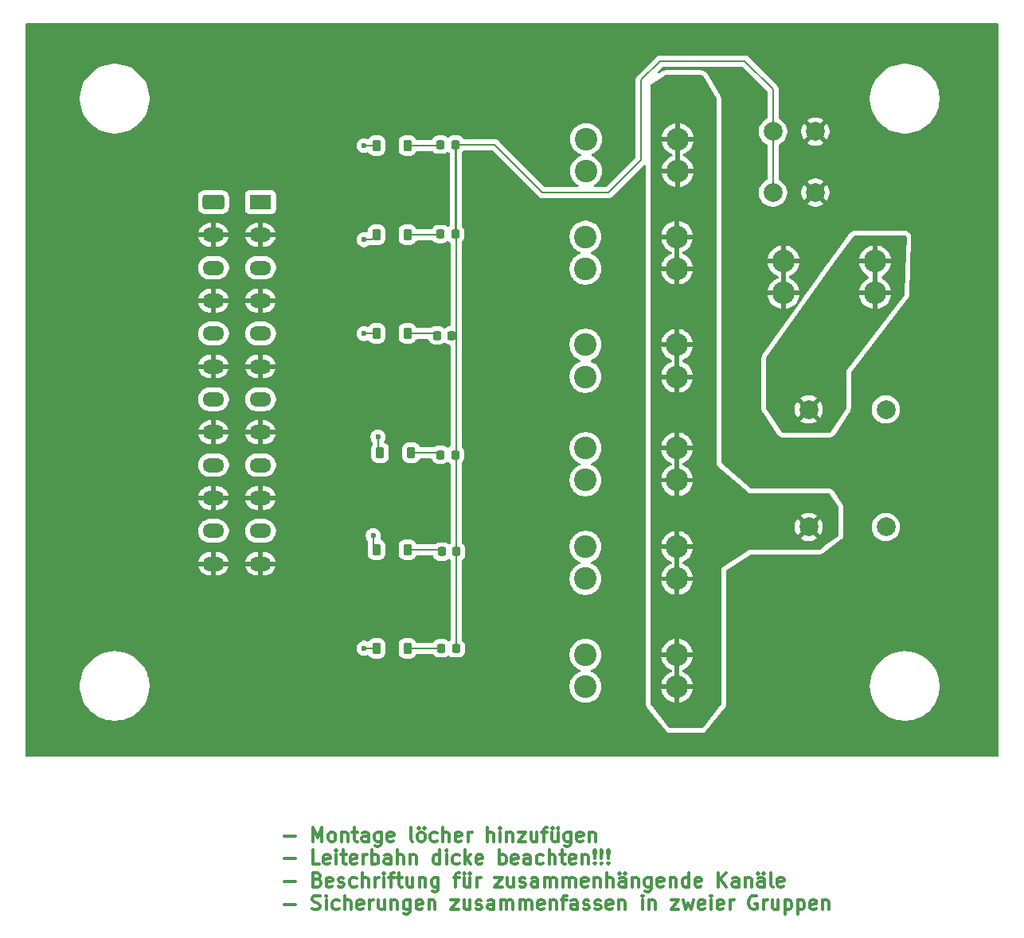
<source format=gbr>
%TF.GenerationSoftware,KiCad,Pcbnew,9.0.5*%
%TF.CreationDate,2026-02-20T11:52:18+01:00*%
%TF.ProjectId,Pekaway_rework,50656b61-7761-4795-9f72-65776f726b2e,rev?*%
%TF.SameCoordinates,Original*%
%TF.FileFunction,Copper,L1,Top*%
%TF.FilePolarity,Positive*%
%FSLAX46Y46*%
G04 Gerber Fmt 4.6, Leading zero omitted, Abs format (unit mm)*
G04 Created by KiCad (PCBNEW 9.0.5) date 2026-02-20 11:52:18*
%MOMM*%
%LPD*%
G01*
G04 APERTURE LIST*
G04 Aperture macros list*
%AMRoundRect*
0 Rectangle with rounded corners*
0 $1 Rounding radius*
0 $2 $3 $4 $5 $6 $7 $8 $9 X,Y pos of 4 corners*
0 Add a 4 corners polygon primitive as box body*
4,1,4,$2,$3,$4,$5,$6,$7,$8,$9,$2,$3,0*
0 Add four circle primitives for the rounded corners*
1,1,$1+$1,$2,$3*
1,1,$1+$1,$4,$5*
1,1,$1+$1,$6,$7*
1,1,$1+$1,$8,$9*
0 Add four rect primitives between the rounded corners*
20,1,$1+$1,$2,$3,$4,$5,0*
20,1,$1+$1,$4,$5,$6,$7,0*
20,1,$1+$1,$6,$7,$8,$9,0*
20,1,$1+$1,$8,$9,$2,$3,0*%
G04 Aperture macros list end*
%ADD10C,0.300000*%
%TA.AperFunction,NonConductor*%
%ADD11C,0.300000*%
%TD*%
%TA.AperFunction,ComponentPad*%
%ADD12C,2.000000*%
%TD*%
%TA.AperFunction,SMDPad,CuDef*%
%ADD13RoundRect,0.225000X-0.225000X-0.375000X0.225000X-0.375000X0.225000X0.375000X-0.225000X0.375000X0*%
%TD*%
%TA.AperFunction,SMDPad,CuDef*%
%ADD14RoundRect,0.218750X0.218750X0.256250X-0.218750X0.256250X-0.218750X-0.256250X0.218750X-0.256250X0*%
%TD*%
%TA.AperFunction,ComponentPad*%
%ADD15C,2.400000*%
%TD*%
%TA.AperFunction,ComponentPad*%
%ADD16R,2.300000X1.500000*%
%TD*%
%TA.AperFunction,ComponentPad*%
%ADD17RoundRect,0.250001X-0.899999X0.499999X-0.899999X-0.499999X0.899999X-0.499999X0.899999X0.499999X0*%
%TD*%
%TA.AperFunction,ComponentPad*%
%ADD18O,2.300000X1.500000*%
%TD*%
%TA.AperFunction,ViaPad*%
%ADD19C,0.600000*%
%TD*%
%TA.AperFunction,Conductor*%
%ADD20C,0.200000*%
%TD*%
G04 APERTURE END LIST*
D10*
D11*
X124054510Y-120984652D02*
X125197368Y-120984652D01*
X127054510Y-121556080D02*
X127054510Y-120056080D01*
X127054510Y-120056080D02*
X127554510Y-121127509D01*
X127554510Y-121127509D02*
X128054510Y-120056080D01*
X128054510Y-120056080D02*
X128054510Y-121556080D01*
X128983082Y-121556080D02*
X128840225Y-121484652D01*
X128840225Y-121484652D02*
X128768796Y-121413223D01*
X128768796Y-121413223D02*
X128697368Y-121270366D01*
X128697368Y-121270366D02*
X128697368Y-120841794D01*
X128697368Y-120841794D02*
X128768796Y-120698937D01*
X128768796Y-120698937D02*
X128840225Y-120627509D01*
X128840225Y-120627509D02*
X128983082Y-120556080D01*
X128983082Y-120556080D02*
X129197368Y-120556080D01*
X129197368Y-120556080D02*
X129340225Y-120627509D01*
X129340225Y-120627509D02*
X129411654Y-120698937D01*
X129411654Y-120698937D02*
X129483082Y-120841794D01*
X129483082Y-120841794D02*
X129483082Y-121270366D01*
X129483082Y-121270366D02*
X129411654Y-121413223D01*
X129411654Y-121413223D02*
X129340225Y-121484652D01*
X129340225Y-121484652D02*
X129197368Y-121556080D01*
X129197368Y-121556080D02*
X128983082Y-121556080D01*
X130125939Y-120556080D02*
X130125939Y-121556080D01*
X130125939Y-120698937D02*
X130197368Y-120627509D01*
X130197368Y-120627509D02*
X130340225Y-120556080D01*
X130340225Y-120556080D02*
X130554511Y-120556080D01*
X130554511Y-120556080D02*
X130697368Y-120627509D01*
X130697368Y-120627509D02*
X130768797Y-120770366D01*
X130768797Y-120770366D02*
X130768797Y-121556080D01*
X131268797Y-120556080D02*
X131840225Y-120556080D01*
X131483082Y-120056080D02*
X131483082Y-121341794D01*
X131483082Y-121341794D02*
X131554511Y-121484652D01*
X131554511Y-121484652D02*
X131697368Y-121556080D01*
X131697368Y-121556080D02*
X131840225Y-121556080D01*
X132983083Y-121556080D02*
X132983083Y-120770366D01*
X132983083Y-120770366D02*
X132911654Y-120627509D01*
X132911654Y-120627509D02*
X132768797Y-120556080D01*
X132768797Y-120556080D02*
X132483083Y-120556080D01*
X132483083Y-120556080D02*
X132340225Y-120627509D01*
X132983083Y-121484652D02*
X132840225Y-121556080D01*
X132840225Y-121556080D02*
X132483083Y-121556080D01*
X132483083Y-121556080D02*
X132340225Y-121484652D01*
X132340225Y-121484652D02*
X132268797Y-121341794D01*
X132268797Y-121341794D02*
X132268797Y-121198937D01*
X132268797Y-121198937D02*
X132340225Y-121056080D01*
X132340225Y-121056080D02*
X132483083Y-120984652D01*
X132483083Y-120984652D02*
X132840225Y-120984652D01*
X132840225Y-120984652D02*
X132983083Y-120913223D01*
X134340226Y-120556080D02*
X134340226Y-121770366D01*
X134340226Y-121770366D02*
X134268797Y-121913223D01*
X134268797Y-121913223D02*
X134197368Y-121984652D01*
X134197368Y-121984652D02*
X134054511Y-122056080D01*
X134054511Y-122056080D02*
X133840226Y-122056080D01*
X133840226Y-122056080D02*
X133697368Y-121984652D01*
X134340226Y-121484652D02*
X134197368Y-121556080D01*
X134197368Y-121556080D02*
X133911654Y-121556080D01*
X133911654Y-121556080D02*
X133768797Y-121484652D01*
X133768797Y-121484652D02*
X133697368Y-121413223D01*
X133697368Y-121413223D02*
X133625940Y-121270366D01*
X133625940Y-121270366D02*
X133625940Y-120841794D01*
X133625940Y-120841794D02*
X133697368Y-120698937D01*
X133697368Y-120698937D02*
X133768797Y-120627509D01*
X133768797Y-120627509D02*
X133911654Y-120556080D01*
X133911654Y-120556080D02*
X134197368Y-120556080D01*
X134197368Y-120556080D02*
X134340226Y-120627509D01*
X135625940Y-121484652D02*
X135483083Y-121556080D01*
X135483083Y-121556080D02*
X135197369Y-121556080D01*
X135197369Y-121556080D02*
X135054511Y-121484652D01*
X135054511Y-121484652D02*
X134983083Y-121341794D01*
X134983083Y-121341794D02*
X134983083Y-120770366D01*
X134983083Y-120770366D02*
X135054511Y-120627509D01*
X135054511Y-120627509D02*
X135197369Y-120556080D01*
X135197369Y-120556080D02*
X135483083Y-120556080D01*
X135483083Y-120556080D02*
X135625940Y-120627509D01*
X135625940Y-120627509D02*
X135697369Y-120770366D01*
X135697369Y-120770366D02*
X135697369Y-120913223D01*
X135697369Y-120913223D02*
X134983083Y-121056080D01*
X137697368Y-121556080D02*
X137554511Y-121484652D01*
X137554511Y-121484652D02*
X137483082Y-121341794D01*
X137483082Y-121341794D02*
X137483082Y-120056080D01*
X138483082Y-121556080D02*
X138340225Y-121484652D01*
X138340225Y-121484652D02*
X138268796Y-121413223D01*
X138268796Y-121413223D02*
X138197368Y-121270366D01*
X138197368Y-121270366D02*
X138197368Y-120841794D01*
X138197368Y-120841794D02*
X138268796Y-120698937D01*
X138268796Y-120698937D02*
X138340225Y-120627509D01*
X138340225Y-120627509D02*
X138483082Y-120556080D01*
X138483082Y-120556080D02*
X138697368Y-120556080D01*
X138697368Y-120556080D02*
X138840225Y-120627509D01*
X138840225Y-120627509D02*
X138911654Y-120698937D01*
X138911654Y-120698937D02*
X138983082Y-120841794D01*
X138983082Y-120841794D02*
X138983082Y-121270366D01*
X138983082Y-121270366D02*
X138911654Y-121413223D01*
X138911654Y-121413223D02*
X138840225Y-121484652D01*
X138840225Y-121484652D02*
X138697368Y-121556080D01*
X138697368Y-121556080D02*
X138483082Y-121556080D01*
X138340225Y-120056080D02*
X138411654Y-120127509D01*
X138411654Y-120127509D02*
X138340225Y-120198937D01*
X138340225Y-120198937D02*
X138268796Y-120127509D01*
X138268796Y-120127509D02*
X138340225Y-120056080D01*
X138340225Y-120056080D02*
X138340225Y-120198937D01*
X138911654Y-120056080D02*
X138983082Y-120127509D01*
X138983082Y-120127509D02*
X138911654Y-120198937D01*
X138911654Y-120198937D02*
X138840225Y-120127509D01*
X138840225Y-120127509D02*
X138911654Y-120056080D01*
X138911654Y-120056080D02*
X138911654Y-120198937D01*
X140268797Y-121484652D02*
X140125939Y-121556080D01*
X140125939Y-121556080D02*
X139840225Y-121556080D01*
X139840225Y-121556080D02*
X139697368Y-121484652D01*
X139697368Y-121484652D02*
X139625939Y-121413223D01*
X139625939Y-121413223D02*
X139554511Y-121270366D01*
X139554511Y-121270366D02*
X139554511Y-120841794D01*
X139554511Y-120841794D02*
X139625939Y-120698937D01*
X139625939Y-120698937D02*
X139697368Y-120627509D01*
X139697368Y-120627509D02*
X139840225Y-120556080D01*
X139840225Y-120556080D02*
X140125939Y-120556080D01*
X140125939Y-120556080D02*
X140268797Y-120627509D01*
X140911653Y-121556080D02*
X140911653Y-120056080D01*
X141554511Y-121556080D02*
X141554511Y-120770366D01*
X141554511Y-120770366D02*
X141483082Y-120627509D01*
X141483082Y-120627509D02*
X141340225Y-120556080D01*
X141340225Y-120556080D02*
X141125939Y-120556080D01*
X141125939Y-120556080D02*
X140983082Y-120627509D01*
X140983082Y-120627509D02*
X140911653Y-120698937D01*
X142840225Y-121484652D02*
X142697368Y-121556080D01*
X142697368Y-121556080D02*
X142411654Y-121556080D01*
X142411654Y-121556080D02*
X142268796Y-121484652D01*
X142268796Y-121484652D02*
X142197368Y-121341794D01*
X142197368Y-121341794D02*
X142197368Y-120770366D01*
X142197368Y-120770366D02*
X142268796Y-120627509D01*
X142268796Y-120627509D02*
X142411654Y-120556080D01*
X142411654Y-120556080D02*
X142697368Y-120556080D01*
X142697368Y-120556080D02*
X142840225Y-120627509D01*
X142840225Y-120627509D02*
X142911654Y-120770366D01*
X142911654Y-120770366D02*
X142911654Y-120913223D01*
X142911654Y-120913223D02*
X142197368Y-121056080D01*
X143554510Y-121556080D02*
X143554510Y-120556080D01*
X143554510Y-120841794D02*
X143625939Y-120698937D01*
X143625939Y-120698937D02*
X143697368Y-120627509D01*
X143697368Y-120627509D02*
X143840225Y-120556080D01*
X143840225Y-120556080D02*
X143983082Y-120556080D01*
X145625938Y-121556080D02*
X145625938Y-120056080D01*
X146268796Y-121556080D02*
X146268796Y-120770366D01*
X146268796Y-120770366D02*
X146197367Y-120627509D01*
X146197367Y-120627509D02*
X146054510Y-120556080D01*
X146054510Y-120556080D02*
X145840224Y-120556080D01*
X145840224Y-120556080D02*
X145697367Y-120627509D01*
X145697367Y-120627509D02*
X145625938Y-120698937D01*
X146983081Y-121556080D02*
X146983081Y-120556080D01*
X146983081Y-120056080D02*
X146911653Y-120127509D01*
X146911653Y-120127509D02*
X146983081Y-120198937D01*
X146983081Y-120198937D02*
X147054510Y-120127509D01*
X147054510Y-120127509D02*
X146983081Y-120056080D01*
X146983081Y-120056080D02*
X146983081Y-120198937D01*
X147697367Y-120556080D02*
X147697367Y-121556080D01*
X147697367Y-120698937D02*
X147768796Y-120627509D01*
X147768796Y-120627509D02*
X147911653Y-120556080D01*
X147911653Y-120556080D02*
X148125939Y-120556080D01*
X148125939Y-120556080D02*
X148268796Y-120627509D01*
X148268796Y-120627509D02*
X148340225Y-120770366D01*
X148340225Y-120770366D02*
X148340225Y-121556080D01*
X148911653Y-120556080D02*
X149697368Y-120556080D01*
X149697368Y-120556080D02*
X148911653Y-121556080D01*
X148911653Y-121556080D02*
X149697368Y-121556080D01*
X150911654Y-120556080D02*
X150911654Y-121556080D01*
X150268796Y-120556080D02*
X150268796Y-121341794D01*
X150268796Y-121341794D02*
X150340225Y-121484652D01*
X150340225Y-121484652D02*
X150483082Y-121556080D01*
X150483082Y-121556080D02*
X150697368Y-121556080D01*
X150697368Y-121556080D02*
X150840225Y-121484652D01*
X150840225Y-121484652D02*
X150911654Y-121413223D01*
X151411654Y-120556080D02*
X151983082Y-120556080D01*
X151625939Y-121556080D02*
X151625939Y-120270366D01*
X151625939Y-120270366D02*
X151697368Y-120127509D01*
X151697368Y-120127509D02*
X151840225Y-120056080D01*
X151840225Y-120056080D02*
X151983082Y-120056080D01*
X153125940Y-120556080D02*
X153125940Y-121556080D01*
X152483082Y-120556080D02*
X152483082Y-121341794D01*
X152483082Y-121341794D02*
X152554511Y-121484652D01*
X152554511Y-121484652D02*
X152697368Y-121556080D01*
X152697368Y-121556080D02*
X152911654Y-121556080D01*
X152911654Y-121556080D02*
X153054511Y-121484652D01*
X153054511Y-121484652D02*
X153125940Y-121413223D01*
X152554511Y-120056080D02*
X152625940Y-120127509D01*
X152625940Y-120127509D02*
X152554511Y-120198937D01*
X152554511Y-120198937D02*
X152483082Y-120127509D01*
X152483082Y-120127509D02*
X152554511Y-120056080D01*
X152554511Y-120056080D02*
X152554511Y-120198937D01*
X153125940Y-120056080D02*
X153197368Y-120127509D01*
X153197368Y-120127509D02*
X153125940Y-120198937D01*
X153125940Y-120198937D02*
X153054511Y-120127509D01*
X153054511Y-120127509D02*
X153125940Y-120056080D01*
X153125940Y-120056080D02*
X153125940Y-120198937D01*
X154483083Y-120556080D02*
X154483083Y-121770366D01*
X154483083Y-121770366D02*
X154411654Y-121913223D01*
X154411654Y-121913223D02*
X154340225Y-121984652D01*
X154340225Y-121984652D02*
X154197368Y-122056080D01*
X154197368Y-122056080D02*
X153983083Y-122056080D01*
X153983083Y-122056080D02*
X153840225Y-121984652D01*
X154483083Y-121484652D02*
X154340225Y-121556080D01*
X154340225Y-121556080D02*
X154054511Y-121556080D01*
X154054511Y-121556080D02*
X153911654Y-121484652D01*
X153911654Y-121484652D02*
X153840225Y-121413223D01*
X153840225Y-121413223D02*
X153768797Y-121270366D01*
X153768797Y-121270366D02*
X153768797Y-120841794D01*
X153768797Y-120841794D02*
X153840225Y-120698937D01*
X153840225Y-120698937D02*
X153911654Y-120627509D01*
X153911654Y-120627509D02*
X154054511Y-120556080D01*
X154054511Y-120556080D02*
X154340225Y-120556080D01*
X154340225Y-120556080D02*
X154483083Y-120627509D01*
X155768797Y-121484652D02*
X155625940Y-121556080D01*
X155625940Y-121556080D02*
X155340226Y-121556080D01*
X155340226Y-121556080D02*
X155197368Y-121484652D01*
X155197368Y-121484652D02*
X155125940Y-121341794D01*
X155125940Y-121341794D02*
X155125940Y-120770366D01*
X155125940Y-120770366D02*
X155197368Y-120627509D01*
X155197368Y-120627509D02*
X155340226Y-120556080D01*
X155340226Y-120556080D02*
X155625940Y-120556080D01*
X155625940Y-120556080D02*
X155768797Y-120627509D01*
X155768797Y-120627509D02*
X155840226Y-120770366D01*
X155840226Y-120770366D02*
X155840226Y-120913223D01*
X155840226Y-120913223D02*
X155125940Y-121056080D01*
X156483082Y-120556080D02*
X156483082Y-121556080D01*
X156483082Y-120698937D02*
X156554511Y-120627509D01*
X156554511Y-120627509D02*
X156697368Y-120556080D01*
X156697368Y-120556080D02*
X156911654Y-120556080D01*
X156911654Y-120556080D02*
X157054511Y-120627509D01*
X157054511Y-120627509D02*
X157125940Y-120770366D01*
X157125940Y-120770366D02*
X157125940Y-121556080D01*
X124054510Y-123399568D02*
X125197368Y-123399568D01*
X127768796Y-123970996D02*
X127054510Y-123970996D01*
X127054510Y-123970996D02*
X127054510Y-122470996D01*
X128840225Y-123899568D02*
X128697368Y-123970996D01*
X128697368Y-123970996D02*
X128411654Y-123970996D01*
X128411654Y-123970996D02*
X128268796Y-123899568D01*
X128268796Y-123899568D02*
X128197368Y-123756710D01*
X128197368Y-123756710D02*
X128197368Y-123185282D01*
X128197368Y-123185282D02*
X128268796Y-123042425D01*
X128268796Y-123042425D02*
X128411654Y-122970996D01*
X128411654Y-122970996D02*
X128697368Y-122970996D01*
X128697368Y-122970996D02*
X128840225Y-123042425D01*
X128840225Y-123042425D02*
X128911654Y-123185282D01*
X128911654Y-123185282D02*
X128911654Y-123328139D01*
X128911654Y-123328139D02*
X128197368Y-123470996D01*
X129554510Y-123970996D02*
X129554510Y-122970996D01*
X129554510Y-122470996D02*
X129483082Y-122542425D01*
X129483082Y-122542425D02*
X129554510Y-122613853D01*
X129554510Y-122613853D02*
X129625939Y-122542425D01*
X129625939Y-122542425D02*
X129554510Y-122470996D01*
X129554510Y-122470996D02*
X129554510Y-122613853D01*
X130054511Y-122970996D02*
X130625939Y-122970996D01*
X130268796Y-122470996D02*
X130268796Y-123756710D01*
X130268796Y-123756710D02*
X130340225Y-123899568D01*
X130340225Y-123899568D02*
X130483082Y-123970996D01*
X130483082Y-123970996D02*
X130625939Y-123970996D01*
X131697368Y-123899568D02*
X131554511Y-123970996D01*
X131554511Y-123970996D02*
X131268797Y-123970996D01*
X131268797Y-123970996D02*
X131125939Y-123899568D01*
X131125939Y-123899568D02*
X131054511Y-123756710D01*
X131054511Y-123756710D02*
X131054511Y-123185282D01*
X131054511Y-123185282D02*
X131125939Y-123042425D01*
X131125939Y-123042425D02*
X131268797Y-122970996D01*
X131268797Y-122970996D02*
X131554511Y-122970996D01*
X131554511Y-122970996D02*
X131697368Y-123042425D01*
X131697368Y-123042425D02*
X131768797Y-123185282D01*
X131768797Y-123185282D02*
X131768797Y-123328139D01*
X131768797Y-123328139D02*
X131054511Y-123470996D01*
X132411653Y-123970996D02*
X132411653Y-122970996D01*
X132411653Y-123256710D02*
X132483082Y-123113853D01*
X132483082Y-123113853D02*
X132554511Y-123042425D01*
X132554511Y-123042425D02*
X132697368Y-122970996D01*
X132697368Y-122970996D02*
X132840225Y-122970996D01*
X133340224Y-123970996D02*
X133340224Y-122470996D01*
X133340224Y-123042425D02*
X133483082Y-122970996D01*
X133483082Y-122970996D02*
X133768796Y-122970996D01*
X133768796Y-122970996D02*
X133911653Y-123042425D01*
X133911653Y-123042425D02*
X133983082Y-123113853D01*
X133983082Y-123113853D02*
X134054510Y-123256710D01*
X134054510Y-123256710D02*
X134054510Y-123685282D01*
X134054510Y-123685282D02*
X133983082Y-123828139D01*
X133983082Y-123828139D02*
X133911653Y-123899568D01*
X133911653Y-123899568D02*
X133768796Y-123970996D01*
X133768796Y-123970996D02*
X133483082Y-123970996D01*
X133483082Y-123970996D02*
X133340224Y-123899568D01*
X135340225Y-123970996D02*
X135340225Y-123185282D01*
X135340225Y-123185282D02*
X135268796Y-123042425D01*
X135268796Y-123042425D02*
X135125939Y-122970996D01*
X135125939Y-122970996D02*
X134840225Y-122970996D01*
X134840225Y-122970996D02*
X134697367Y-123042425D01*
X135340225Y-123899568D02*
X135197367Y-123970996D01*
X135197367Y-123970996D02*
X134840225Y-123970996D01*
X134840225Y-123970996D02*
X134697367Y-123899568D01*
X134697367Y-123899568D02*
X134625939Y-123756710D01*
X134625939Y-123756710D02*
X134625939Y-123613853D01*
X134625939Y-123613853D02*
X134697367Y-123470996D01*
X134697367Y-123470996D02*
X134840225Y-123399568D01*
X134840225Y-123399568D02*
X135197367Y-123399568D01*
X135197367Y-123399568D02*
X135340225Y-123328139D01*
X136054510Y-123970996D02*
X136054510Y-122470996D01*
X136697368Y-123970996D02*
X136697368Y-123185282D01*
X136697368Y-123185282D02*
X136625939Y-123042425D01*
X136625939Y-123042425D02*
X136483082Y-122970996D01*
X136483082Y-122970996D02*
X136268796Y-122970996D01*
X136268796Y-122970996D02*
X136125939Y-123042425D01*
X136125939Y-123042425D02*
X136054510Y-123113853D01*
X137411653Y-122970996D02*
X137411653Y-123970996D01*
X137411653Y-123113853D02*
X137483082Y-123042425D01*
X137483082Y-123042425D02*
X137625939Y-122970996D01*
X137625939Y-122970996D02*
X137840225Y-122970996D01*
X137840225Y-122970996D02*
X137983082Y-123042425D01*
X137983082Y-123042425D02*
X138054511Y-123185282D01*
X138054511Y-123185282D02*
X138054511Y-123970996D01*
X140554511Y-123970996D02*
X140554511Y-122470996D01*
X140554511Y-123899568D02*
X140411653Y-123970996D01*
X140411653Y-123970996D02*
X140125939Y-123970996D01*
X140125939Y-123970996D02*
X139983082Y-123899568D01*
X139983082Y-123899568D02*
X139911653Y-123828139D01*
X139911653Y-123828139D02*
X139840225Y-123685282D01*
X139840225Y-123685282D02*
X139840225Y-123256710D01*
X139840225Y-123256710D02*
X139911653Y-123113853D01*
X139911653Y-123113853D02*
X139983082Y-123042425D01*
X139983082Y-123042425D02*
X140125939Y-122970996D01*
X140125939Y-122970996D02*
X140411653Y-122970996D01*
X140411653Y-122970996D02*
X140554511Y-123042425D01*
X141268796Y-123970996D02*
X141268796Y-122970996D01*
X141268796Y-122470996D02*
X141197368Y-122542425D01*
X141197368Y-122542425D02*
X141268796Y-122613853D01*
X141268796Y-122613853D02*
X141340225Y-122542425D01*
X141340225Y-122542425D02*
X141268796Y-122470996D01*
X141268796Y-122470996D02*
X141268796Y-122613853D01*
X142625940Y-123899568D02*
X142483082Y-123970996D01*
X142483082Y-123970996D02*
X142197368Y-123970996D01*
X142197368Y-123970996D02*
X142054511Y-123899568D01*
X142054511Y-123899568D02*
X141983082Y-123828139D01*
X141983082Y-123828139D02*
X141911654Y-123685282D01*
X141911654Y-123685282D02*
X141911654Y-123256710D01*
X141911654Y-123256710D02*
X141983082Y-123113853D01*
X141983082Y-123113853D02*
X142054511Y-123042425D01*
X142054511Y-123042425D02*
X142197368Y-122970996D01*
X142197368Y-122970996D02*
X142483082Y-122970996D01*
X142483082Y-122970996D02*
X142625940Y-123042425D01*
X143268796Y-123970996D02*
X143268796Y-122470996D01*
X143411654Y-123399568D02*
X143840225Y-123970996D01*
X143840225Y-122970996D02*
X143268796Y-123542425D01*
X145054511Y-123899568D02*
X144911654Y-123970996D01*
X144911654Y-123970996D02*
X144625940Y-123970996D01*
X144625940Y-123970996D02*
X144483082Y-123899568D01*
X144483082Y-123899568D02*
X144411654Y-123756710D01*
X144411654Y-123756710D02*
X144411654Y-123185282D01*
X144411654Y-123185282D02*
X144483082Y-123042425D01*
X144483082Y-123042425D02*
X144625940Y-122970996D01*
X144625940Y-122970996D02*
X144911654Y-122970996D01*
X144911654Y-122970996D02*
X145054511Y-123042425D01*
X145054511Y-123042425D02*
X145125940Y-123185282D01*
X145125940Y-123185282D02*
X145125940Y-123328139D01*
X145125940Y-123328139D02*
X144411654Y-123470996D01*
X146911653Y-123970996D02*
X146911653Y-122470996D01*
X146911653Y-123042425D02*
X147054511Y-122970996D01*
X147054511Y-122970996D02*
X147340225Y-122970996D01*
X147340225Y-122970996D02*
X147483082Y-123042425D01*
X147483082Y-123042425D02*
X147554511Y-123113853D01*
X147554511Y-123113853D02*
X147625939Y-123256710D01*
X147625939Y-123256710D02*
X147625939Y-123685282D01*
X147625939Y-123685282D02*
X147554511Y-123828139D01*
X147554511Y-123828139D02*
X147483082Y-123899568D01*
X147483082Y-123899568D02*
X147340225Y-123970996D01*
X147340225Y-123970996D02*
X147054511Y-123970996D01*
X147054511Y-123970996D02*
X146911653Y-123899568D01*
X148840225Y-123899568D02*
X148697368Y-123970996D01*
X148697368Y-123970996D02*
X148411654Y-123970996D01*
X148411654Y-123970996D02*
X148268796Y-123899568D01*
X148268796Y-123899568D02*
X148197368Y-123756710D01*
X148197368Y-123756710D02*
X148197368Y-123185282D01*
X148197368Y-123185282D02*
X148268796Y-123042425D01*
X148268796Y-123042425D02*
X148411654Y-122970996D01*
X148411654Y-122970996D02*
X148697368Y-122970996D01*
X148697368Y-122970996D02*
X148840225Y-123042425D01*
X148840225Y-123042425D02*
X148911654Y-123185282D01*
X148911654Y-123185282D02*
X148911654Y-123328139D01*
X148911654Y-123328139D02*
X148197368Y-123470996D01*
X150197368Y-123970996D02*
X150197368Y-123185282D01*
X150197368Y-123185282D02*
X150125939Y-123042425D01*
X150125939Y-123042425D02*
X149983082Y-122970996D01*
X149983082Y-122970996D02*
X149697368Y-122970996D01*
X149697368Y-122970996D02*
X149554510Y-123042425D01*
X150197368Y-123899568D02*
X150054510Y-123970996D01*
X150054510Y-123970996D02*
X149697368Y-123970996D01*
X149697368Y-123970996D02*
X149554510Y-123899568D01*
X149554510Y-123899568D02*
X149483082Y-123756710D01*
X149483082Y-123756710D02*
X149483082Y-123613853D01*
X149483082Y-123613853D02*
X149554510Y-123470996D01*
X149554510Y-123470996D02*
X149697368Y-123399568D01*
X149697368Y-123399568D02*
X150054510Y-123399568D01*
X150054510Y-123399568D02*
X150197368Y-123328139D01*
X151554511Y-123899568D02*
X151411653Y-123970996D01*
X151411653Y-123970996D02*
X151125939Y-123970996D01*
X151125939Y-123970996D02*
X150983082Y-123899568D01*
X150983082Y-123899568D02*
X150911653Y-123828139D01*
X150911653Y-123828139D02*
X150840225Y-123685282D01*
X150840225Y-123685282D02*
X150840225Y-123256710D01*
X150840225Y-123256710D02*
X150911653Y-123113853D01*
X150911653Y-123113853D02*
X150983082Y-123042425D01*
X150983082Y-123042425D02*
X151125939Y-122970996D01*
X151125939Y-122970996D02*
X151411653Y-122970996D01*
X151411653Y-122970996D02*
X151554511Y-123042425D01*
X152197367Y-123970996D02*
X152197367Y-122470996D01*
X152840225Y-123970996D02*
X152840225Y-123185282D01*
X152840225Y-123185282D02*
X152768796Y-123042425D01*
X152768796Y-123042425D02*
X152625939Y-122970996D01*
X152625939Y-122970996D02*
X152411653Y-122970996D01*
X152411653Y-122970996D02*
X152268796Y-123042425D01*
X152268796Y-123042425D02*
X152197367Y-123113853D01*
X153340225Y-122970996D02*
X153911653Y-122970996D01*
X153554510Y-122470996D02*
X153554510Y-123756710D01*
X153554510Y-123756710D02*
X153625939Y-123899568D01*
X153625939Y-123899568D02*
X153768796Y-123970996D01*
X153768796Y-123970996D02*
X153911653Y-123970996D01*
X154983082Y-123899568D02*
X154840225Y-123970996D01*
X154840225Y-123970996D02*
X154554511Y-123970996D01*
X154554511Y-123970996D02*
X154411653Y-123899568D01*
X154411653Y-123899568D02*
X154340225Y-123756710D01*
X154340225Y-123756710D02*
X154340225Y-123185282D01*
X154340225Y-123185282D02*
X154411653Y-123042425D01*
X154411653Y-123042425D02*
X154554511Y-122970996D01*
X154554511Y-122970996D02*
X154840225Y-122970996D01*
X154840225Y-122970996D02*
X154983082Y-123042425D01*
X154983082Y-123042425D02*
X155054511Y-123185282D01*
X155054511Y-123185282D02*
X155054511Y-123328139D01*
X155054511Y-123328139D02*
X154340225Y-123470996D01*
X155697367Y-122970996D02*
X155697367Y-123970996D01*
X155697367Y-123113853D02*
X155768796Y-123042425D01*
X155768796Y-123042425D02*
X155911653Y-122970996D01*
X155911653Y-122970996D02*
X156125939Y-122970996D01*
X156125939Y-122970996D02*
X156268796Y-123042425D01*
X156268796Y-123042425D02*
X156340225Y-123185282D01*
X156340225Y-123185282D02*
X156340225Y-123970996D01*
X157054510Y-123828139D02*
X157125939Y-123899568D01*
X157125939Y-123899568D02*
X157054510Y-123970996D01*
X157054510Y-123970996D02*
X156983082Y-123899568D01*
X156983082Y-123899568D02*
X157054510Y-123828139D01*
X157054510Y-123828139D02*
X157054510Y-123970996D01*
X157054510Y-123399568D02*
X156983082Y-122542425D01*
X156983082Y-122542425D02*
X157054510Y-122470996D01*
X157054510Y-122470996D02*
X157125939Y-122542425D01*
X157125939Y-122542425D02*
X157054510Y-123399568D01*
X157054510Y-123399568D02*
X157054510Y-122470996D01*
X157768796Y-123828139D02*
X157840225Y-123899568D01*
X157840225Y-123899568D02*
X157768796Y-123970996D01*
X157768796Y-123970996D02*
X157697368Y-123899568D01*
X157697368Y-123899568D02*
X157768796Y-123828139D01*
X157768796Y-123828139D02*
X157768796Y-123970996D01*
X157768796Y-123399568D02*
X157697368Y-122542425D01*
X157697368Y-122542425D02*
X157768796Y-122470996D01*
X157768796Y-122470996D02*
X157840225Y-122542425D01*
X157840225Y-122542425D02*
X157768796Y-123399568D01*
X157768796Y-123399568D02*
X157768796Y-122470996D01*
X158483082Y-123828139D02*
X158554511Y-123899568D01*
X158554511Y-123899568D02*
X158483082Y-123970996D01*
X158483082Y-123970996D02*
X158411654Y-123899568D01*
X158411654Y-123899568D02*
X158483082Y-123828139D01*
X158483082Y-123828139D02*
X158483082Y-123970996D01*
X158483082Y-123399568D02*
X158411654Y-122542425D01*
X158411654Y-122542425D02*
X158483082Y-122470996D01*
X158483082Y-122470996D02*
X158554511Y-122542425D01*
X158554511Y-122542425D02*
X158483082Y-123399568D01*
X158483082Y-123399568D02*
X158483082Y-122470996D01*
X124054510Y-125814484D02*
X125197368Y-125814484D01*
X127554510Y-125600198D02*
X127768796Y-125671626D01*
X127768796Y-125671626D02*
X127840225Y-125743055D01*
X127840225Y-125743055D02*
X127911653Y-125885912D01*
X127911653Y-125885912D02*
X127911653Y-126100198D01*
X127911653Y-126100198D02*
X127840225Y-126243055D01*
X127840225Y-126243055D02*
X127768796Y-126314484D01*
X127768796Y-126314484D02*
X127625939Y-126385912D01*
X127625939Y-126385912D02*
X127054510Y-126385912D01*
X127054510Y-126385912D02*
X127054510Y-124885912D01*
X127054510Y-124885912D02*
X127554510Y-124885912D01*
X127554510Y-124885912D02*
X127697368Y-124957341D01*
X127697368Y-124957341D02*
X127768796Y-125028769D01*
X127768796Y-125028769D02*
X127840225Y-125171626D01*
X127840225Y-125171626D02*
X127840225Y-125314484D01*
X127840225Y-125314484D02*
X127768796Y-125457341D01*
X127768796Y-125457341D02*
X127697368Y-125528769D01*
X127697368Y-125528769D02*
X127554510Y-125600198D01*
X127554510Y-125600198D02*
X127054510Y-125600198D01*
X129125939Y-126314484D02*
X128983082Y-126385912D01*
X128983082Y-126385912D02*
X128697368Y-126385912D01*
X128697368Y-126385912D02*
X128554510Y-126314484D01*
X128554510Y-126314484D02*
X128483082Y-126171626D01*
X128483082Y-126171626D02*
X128483082Y-125600198D01*
X128483082Y-125600198D02*
X128554510Y-125457341D01*
X128554510Y-125457341D02*
X128697368Y-125385912D01*
X128697368Y-125385912D02*
X128983082Y-125385912D01*
X128983082Y-125385912D02*
X129125939Y-125457341D01*
X129125939Y-125457341D02*
X129197368Y-125600198D01*
X129197368Y-125600198D02*
X129197368Y-125743055D01*
X129197368Y-125743055D02*
X128483082Y-125885912D01*
X129768796Y-126314484D02*
X129911653Y-126385912D01*
X129911653Y-126385912D02*
X130197367Y-126385912D01*
X130197367Y-126385912D02*
X130340224Y-126314484D01*
X130340224Y-126314484D02*
X130411653Y-126171626D01*
X130411653Y-126171626D02*
X130411653Y-126100198D01*
X130411653Y-126100198D02*
X130340224Y-125957341D01*
X130340224Y-125957341D02*
X130197367Y-125885912D01*
X130197367Y-125885912D02*
X129983082Y-125885912D01*
X129983082Y-125885912D02*
X129840224Y-125814484D01*
X129840224Y-125814484D02*
X129768796Y-125671626D01*
X129768796Y-125671626D02*
X129768796Y-125600198D01*
X129768796Y-125600198D02*
X129840224Y-125457341D01*
X129840224Y-125457341D02*
X129983082Y-125385912D01*
X129983082Y-125385912D02*
X130197367Y-125385912D01*
X130197367Y-125385912D02*
X130340224Y-125457341D01*
X131697368Y-126314484D02*
X131554510Y-126385912D01*
X131554510Y-126385912D02*
X131268796Y-126385912D01*
X131268796Y-126385912D02*
X131125939Y-126314484D01*
X131125939Y-126314484D02*
X131054510Y-126243055D01*
X131054510Y-126243055D02*
X130983082Y-126100198D01*
X130983082Y-126100198D02*
X130983082Y-125671626D01*
X130983082Y-125671626D02*
X131054510Y-125528769D01*
X131054510Y-125528769D02*
X131125939Y-125457341D01*
X131125939Y-125457341D02*
X131268796Y-125385912D01*
X131268796Y-125385912D02*
X131554510Y-125385912D01*
X131554510Y-125385912D02*
X131697368Y-125457341D01*
X132340224Y-126385912D02*
X132340224Y-124885912D01*
X132983082Y-126385912D02*
X132983082Y-125600198D01*
X132983082Y-125600198D02*
X132911653Y-125457341D01*
X132911653Y-125457341D02*
X132768796Y-125385912D01*
X132768796Y-125385912D02*
X132554510Y-125385912D01*
X132554510Y-125385912D02*
X132411653Y-125457341D01*
X132411653Y-125457341D02*
X132340224Y-125528769D01*
X133697367Y-126385912D02*
X133697367Y-125385912D01*
X133697367Y-125671626D02*
X133768796Y-125528769D01*
X133768796Y-125528769D02*
X133840225Y-125457341D01*
X133840225Y-125457341D02*
X133983082Y-125385912D01*
X133983082Y-125385912D02*
X134125939Y-125385912D01*
X134625938Y-126385912D02*
X134625938Y-125385912D01*
X134625938Y-124885912D02*
X134554510Y-124957341D01*
X134554510Y-124957341D02*
X134625938Y-125028769D01*
X134625938Y-125028769D02*
X134697367Y-124957341D01*
X134697367Y-124957341D02*
X134625938Y-124885912D01*
X134625938Y-124885912D02*
X134625938Y-125028769D01*
X135125939Y-125385912D02*
X135697367Y-125385912D01*
X135340224Y-126385912D02*
X135340224Y-125100198D01*
X135340224Y-125100198D02*
X135411653Y-124957341D01*
X135411653Y-124957341D02*
X135554510Y-124885912D01*
X135554510Y-124885912D02*
X135697367Y-124885912D01*
X135983082Y-125385912D02*
X136554510Y-125385912D01*
X136197367Y-124885912D02*
X136197367Y-126171626D01*
X136197367Y-126171626D02*
X136268796Y-126314484D01*
X136268796Y-126314484D02*
X136411653Y-126385912D01*
X136411653Y-126385912D02*
X136554510Y-126385912D01*
X137697368Y-125385912D02*
X137697368Y-126385912D01*
X137054510Y-125385912D02*
X137054510Y-126171626D01*
X137054510Y-126171626D02*
X137125939Y-126314484D01*
X137125939Y-126314484D02*
X137268796Y-126385912D01*
X137268796Y-126385912D02*
X137483082Y-126385912D01*
X137483082Y-126385912D02*
X137625939Y-126314484D01*
X137625939Y-126314484D02*
X137697368Y-126243055D01*
X138411653Y-125385912D02*
X138411653Y-126385912D01*
X138411653Y-125528769D02*
X138483082Y-125457341D01*
X138483082Y-125457341D02*
X138625939Y-125385912D01*
X138625939Y-125385912D02*
X138840225Y-125385912D01*
X138840225Y-125385912D02*
X138983082Y-125457341D01*
X138983082Y-125457341D02*
X139054511Y-125600198D01*
X139054511Y-125600198D02*
X139054511Y-126385912D01*
X140411654Y-125385912D02*
X140411654Y-126600198D01*
X140411654Y-126600198D02*
X140340225Y-126743055D01*
X140340225Y-126743055D02*
X140268796Y-126814484D01*
X140268796Y-126814484D02*
X140125939Y-126885912D01*
X140125939Y-126885912D02*
X139911654Y-126885912D01*
X139911654Y-126885912D02*
X139768796Y-126814484D01*
X140411654Y-126314484D02*
X140268796Y-126385912D01*
X140268796Y-126385912D02*
X139983082Y-126385912D01*
X139983082Y-126385912D02*
X139840225Y-126314484D01*
X139840225Y-126314484D02*
X139768796Y-126243055D01*
X139768796Y-126243055D02*
X139697368Y-126100198D01*
X139697368Y-126100198D02*
X139697368Y-125671626D01*
X139697368Y-125671626D02*
X139768796Y-125528769D01*
X139768796Y-125528769D02*
X139840225Y-125457341D01*
X139840225Y-125457341D02*
X139983082Y-125385912D01*
X139983082Y-125385912D02*
X140268796Y-125385912D01*
X140268796Y-125385912D02*
X140411654Y-125457341D01*
X142054511Y-125385912D02*
X142625939Y-125385912D01*
X142268796Y-126385912D02*
X142268796Y-125100198D01*
X142268796Y-125100198D02*
X142340225Y-124957341D01*
X142340225Y-124957341D02*
X142483082Y-124885912D01*
X142483082Y-124885912D02*
X142625939Y-124885912D01*
X143768797Y-125385912D02*
X143768797Y-126385912D01*
X143125939Y-125385912D02*
X143125939Y-126171626D01*
X143125939Y-126171626D02*
X143197368Y-126314484D01*
X143197368Y-126314484D02*
X143340225Y-126385912D01*
X143340225Y-126385912D02*
X143554511Y-126385912D01*
X143554511Y-126385912D02*
X143697368Y-126314484D01*
X143697368Y-126314484D02*
X143768797Y-126243055D01*
X143197368Y-124885912D02*
X143268797Y-124957341D01*
X143268797Y-124957341D02*
X143197368Y-125028769D01*
X143197368Y-125028769D02*
X143125939Y-124957341D01*
X143125939Y-124957341D02*
X143197368Y-124885912D01*
X143197368Y-124885912D02*
X143197368Y-125028769D01*
X143768797Y-124885912D02*
X143840225Y-124957341D01*
X143840225Y-124957341D02*
X143768797Y-125028769D01*
X143768797Y-125028769D02*
X143697368Y-124957341D01*
X143697368Y-124957341D02*
X143768797Y-124885912D01*
X143768797Y-124885912D02*
X143768797Y-125028769D01*
X144483082Y-126385912D02*
X144483082Y-125385912D01*
X144483082Y-125671626D02*
X144554511Y-125528769D01*
X144554511Y-125528769D02*
X144625940Y-125457341D01*
X144625940Y-125457341D02*
X144768797Y-125385912D01*
X144768797Y-125385912D02*
X144911654Y-125385912D01*
X146411653Y-125385912D02*
X147197368Y-125385912D01*
X147197368Y-125385912D02*
X146411653Y-126385912D01*
X146411653Y-126385912D02*
X147197368Y-126385912D01*
X148411654Y-125385912D02*
X148411654Y-126385912D01*
X147768796Y-125385912D02*
X147768796Y-126171626D01*
X147768796Y-126171626D02*
X147840225Y-126314484D01*
X147840225Y-126314484D02*
X147983082Y-126385912D01*
X147983082Y-126385912D02*
X148197368Y-126385912D01*
X148197368Y-126385912D02*
X148340225Y-126314484D01*
X148340225Y-126314484D02*
X148411654Y-126243055D01*
X149054511Y-126314484D02*
X149197368Y-126385912D01*
X149197368Y-126385912D02*
X149483082Y-126385912D01*
X149483082Y-126385912D02*
X149625939Y-126314484D01*
X149625939Y-126314484D02*
X149697368Y-126171626D01*
X149697368Y-126171626D02*
X149697368Y-126100198D01*
X149697368Y-126100198D02*
X149625939Y-125957341D01*
X149625939Y-125957341D02*
X149483082Y-125885912D01*
X149483082Y-125885912D02*
X149268797Y-125885912D01*
X149268797Y-125885912D02*
X149125939Y-125814484D01*
X149125939Y-125814484D02*
X149054511Y-125671626D01*
X149054511Y-125671626D02*
X149054511Y-125600198D01*
X149054511Y-125600198D02*
X149125939Y-125457341D01*
X149125939Y-125457341D02*
X149268797Y-125385912D01*
X149268797Y-125385912D02*
X149483082Y-125385912D01*
X149483082Y-125385912D02*
X149625939Y-125457341D01*
X150983083Y-126385912D02*
X150983083Y-125600198D01*
X150983083Y-125600198D02*
X150911654Y-125457341D01*
X150911654Y-125457341D02*
X150768797Y-125385912D01*
X150768797Y-125385912D02*
X150483083Y-125385912D01*
X150483083Y-125385912D02*
X150340225Y-125457341D01*
X150983083Y-126314484D02*
X150840225Y-126385912D01*
X150840225Y-126385912D02*
X150483083Y-126385912D01*
X150483083Y-126385912D02*
X150340225Y-126314484D01*
X150340225Y-126314484D02*
X150268797Y-126171626D01*
X150268797Y-126171626D02*
X150268797Y-126028769D01*
X150268797Y-126028769D02*
X150340225Y-125885912D01*
X150340225Y-125885912D02*
X150483083Y-125814484D01*
X150483083Y-125814484D02*
X150840225Y-125814484D01*
X150840225Y-125814484D02*
X150983083Y-125743055D01*
X151697368Y-126385912D02*
X151697368Y-125385912D01*
X151697368Y-125528769D02*
X151768797Y-125457341D01*
X151768797Y-125457341D02*
X151911654Y-125385912D01*
X151911654Y-125385912D02*
X152125940Y-125385912D01*
X152125940Y-125385912D02*
X152268797Y-125457341D01*
X152268797Y-125457341D02*
X152340226Y-125600198D01*
X152340226Y-125600198D02*
X152340226Y-126385912D01*
X152340226Y-125600198D02*
X152411654Y-125457341D01*
X152411654Y-125457341D02*
X152554511Y-125385912D01*
X152554511Y-125385912D02*
X152768797Y-125385912D01*
X152768797Y-125385912D02*
X152911654Y-125457341D01*
X152911654Y-125457341D02*
X152983083Y-125600198D01*
X152983083Y-125600198D02*
X152983083Y-126385912D01*
X153697368Y-126385912D02*
X153697368Y-125385912D01*
X153697368Y-125528769D02*
X153768797Y-125457341D01*
X153768797Y-125457341D02*
X153911654Y-125385912D01*
X153911654Y-125385912D02*
X154125940Y-125385912D01*
X154125940Y-125385912D02*
X154268797Y-125457341D01*
X154268797Y-125457341D02*
X154340226Y-125600198D01*
X154340226Y-125600198D02*
X154340226Y-126385912D01*
X154340226Y-125600198D02*
X154411654Y-125457341D01*
X154411654Y-125457341D02*
X154554511Y-125385912D01*
X154554511Y-125385912D02*
X154768797Y-125385912D01*
X154768797Y-125385912D02*
X154911654Y-125457341D01*
X154911654Y-125457341D02*
X154983083Y-125600198D01*
X154983083Y-125600198D02*
X154983083Y-126385912D01*
X156268797Y-126314484D02*
X156125940Y-126385912D01*
X156125940Y-126385912D02*
X155840226Y-126385912D01*
X155840226Y-126385912D02*
X155697368Y-126314484D01*
X155697368Y-126314484D02*
X155625940Y-126171626D01*
X155625940Y-126171626D02*
X155625940Y-125600198D01*
X155625940Y-125600198D02*
X155697368Y-125457341D01*
X155697368Y-125457341D02*
X155840226Y-125385912D01*
X155840226Y-125385912D02*
X156125940Y-125385912D01*
X156125940Y-125385912D02*
X156268797Y-125457341D01*
X156268797Y-125457341D02*
X156340226Y-125600198D01*
X156340226Y-125600198D02*
X156340226Y-125743055D01*
X156340226Y-125743055D02*
X155625940Y-125885912D01*
X156983082Y-125385912D02*
X156983082Y-126385912D01*
X156983082Y-125528769D02*
X157054511Y-125457341D01*
X157054511Y-125457341D02*
X157197368Y-125385912D01*
X157197368Y-125385912D02*
X157411654Y-125385912D01*
X157411654Y-125385912D02*
X157554511Y-125457341D01*
X157554511Y-125457341D02*
X157625940Y-125600198D01*
X157625940Y-125600198D02*
X157625940Y-126385912D01*
X158340225Y-126385912D02*
X158340225Y-124885912D01*
X158983083Y-126385912D02*
X158983083Y-125600198D01*
X158983083Y-125600198D02*
X158911654Y-125457341D01*
X158911654Y-125457341D02*
X158768797Y-125385912D01*
X158768797Y-125385912D02*
X158554511Y-125385912D01*
X158554511Y-125385912D02*
X158411654Y-125457341D01*
X158411654Y-125457341D02*
X158340225Y-125528769D01*
X160340226Y-126385912D02*
X160340226Y-125600198D01*
X160340226Y-125600198D02*
X160268797Y-125457341D01*
X160268797Y-125457341D02*
X160125940Y-125385912D01*
X160125940Y-125385912D02*
X159840226Y-125385912D01*
X159840226Y-125385912D02*
X159697368Y-125457341D01*
X160340226Y-126314484D02*
X160197368Y-126385912D01*
X160197368Y-126385912D02*
X159840226Y-126385912D01*
X159840226Y-126385912D02*
X159697368Y-126314484D01*
X159697368Y-126314484D02*
X159625940Y-126171626D01*
X159625940Y-126171626D02*
X159625940Y-126028769D01*
X159625940Y-126028769D02*
X159697368Y-125885912D01*
X159697368Y-125885912D02*
X159840226Y-125814484D01*
X159840226Y-125814484D02*
X160197368Y-125814484D01*
X160197368Y-125814484D02*
X160340226Y-125743055D01*
X159697368Y-124885912D02*
X159768797Y-124957341D01*
X159768797Y-124957341D02*
X159697368Y-125028769D01*
X159697368Y-125028769D02*
X159625940Y-124957341D01*
X159625940Y-124957341D02*
X159697368Y-124885912D01*
X159697368Y-124885912D02*
X159697368Y-125028769D01*
X160268797Y-124885912D02*
X160340226Y-124957341D01*
X160340226Y-124957341D02*
X160268797Y-125028769D01*
X160268797Y-125028769D02*
X160197368Y-124957341D01*
X160197368Y-124957341D02*
X160268797Y-124885912D01*
X160268797Y-124885912D02*
X160268797Y-125028769D01*
X161054511Y-125385912D02*
X161054511Y-126385912D01*
X161054511Y-125528769D02*
X161125940Y-125457341D01*
X161125940Y-125457341D02*
X161268797Y-125385912D01*
X161268797Y-125385912D02*
X161483083Y-125385912D01*
X161483083Y-125385912D02*
X161625940Y-125457341D01*
X161625940Y-125457341D02*
X161697369Y-125600198D01*
X161697369Y-125600198D02*
X161697369Y-126385912D01*
X163054512Y-125385912D02*
X163054512Y-126600198D01*
X163054512Y-126600198D02*
X162983083Y-126743055D01*
X162983083Y-126743055D02*
X162911654Y-126814484D01*
X162911654Y-126814484D02*
X162768797Y-126885912D01*
X162768797Y-126885912D02*
X162554512Y-126885912D01*
X162554512Y-126885912D02*
X162411654Y-126814484D01*
X163054512Y-126314484D02*
X162911654Y-126385912D01*
X162911654Y-126385912D02*
X162625940Y-126385912D01*
X162625940Y-126385912D02*
X162483083Y-126314484D01*
X162483083Y-126314484D02*
X162411654Y-126243055D01*
X162411654Y-126243055D02*
X162340226Y-126100198D01*
X162340226Y-126100198D02*
X162340226Y-125671626D01*
X162340226Y-125671626D02*
X162411654Y-125528769D01*
X162411654Y-125528769D02*
X162483083Y-125457341D01*
X162483083Y-125457341D02*
X162625940Y-125385912D01*
X162625940Y-125385912D02*
X162911654Y-125385912D01*
X162911654Y-125385912D02*
X163054512Y-125457341D01*
X164340226Y-126314484D02*
X164197369Y-126385912D01*
X164197369Y-126385912D02*
X163911655Y-126385912D01*
X163911655Y-126385912D02*
X163768797Y-126314484D01*
X163768797Y-126314484D02*
X163697369Y-126171626D01*
X163697369Y-126171626D02*
X163697369Y-125600198D01*
X163697369Y-125600198D02*
X163768797Y-125457341D01*
X163768797Y-125457341D02*
X163911655Y-125385912D01*
X163911655Y-125385912D02*
X164197369Y-125385912D01*
X164197369Y-125385912D02*
X164340226Y-125457341D01*
X164340226Y-125457341D02*
X164411655Y-125600198D01*
X164411655Y-125600198D02*
X164411655Y-125743055D01*
X164411655Y-125743055D02*
X163697369Y-125885912D01*
X165054511Y-125385912D02*
X165054511Y-126385912D01*
X165054511Y-125528769D02*
X165125940Y-125457341D01*
X165125940Y-125457341D02*
X165268797Y-125385912D01*
X165268797Y-125385912D02*
X165483083Y-125385912D01*
X165483083Y-125385912D02*
X165625940Y-125457341D01*
X165625940Y-125457341D02*
X165697369Y-125600198D01*
X165697369Y-125600198D02*
X165697369Y-126385912D01*
X167054512Y-126385912D02*
X167054512Y-124885912D01*
X167054512Y-126314484D02*
X166911654Y-126385912D01*
X166911654Y-126385912D02*
X166625940Y-126385912D01*
X166625940Y-126385912D02*
X166483083Y-126314484D01*
X166483083Y-126314484D02*
X166411654Y-126243055D01*
X166411654Y-126243055D02*
X166340226Y-126100198D01*
X166340226Y-126100198D02*
X166340226Y-125671626D01*
X166340226Y-125671626D02*
X166411654Y-125528769D01*
X166411654Y-125528769D02*
X166483083Y-125457341D01*
X166483083Y-125457341D02*
X166625940Y-125385912D01*
X166625940Y-125385912D02*
X166911654Y-125385912D01*
X166911654Y-125385912D02*
X167054512Y-125457341D01*
X168340226Y-126314484D02*
X168197369Y-126385912D01*
X168197369Y-126385912D02*
X167911655Y-126385912D01*
X167911655Y-126385912D02*
X167768797Y-126314484D01*
X167768797Y-126314484D02*
X167697369Y-126171626D01*
X167697369Y-126171626D02*
X167697369Y-125600198D01*
X167697369Y-125600198D02*
X167768797Y-125457341D01*
X167768797Y-125457341D02*
X167911655Y-125385912D01*
X167911655Y-125385912D02*
X168197369Y-125385912D01*
X168197369Y-125385912D02*
X168340226Y-125457341D01*
X168340226Y-125457341D02*
X168411655Y-125600198D01*
X168411655Y-125600198D02*
X168411655Y-125743055D01*
X168411655Y-125743055D02*
X167697369Y-125885912D01*
X170197368Y-126385912D02*
X170197368Y-124885912D01*
X171054511Y-126385912D02*
X170411654Y-125528769D01*
X171054511Y-124885912D02*
X170197368Y-125743055D01*
X172340226Y-126385912D02*
X172340226Y-125600198D01*
X172340226Y-125600198D02*
X172268797Y-125457341D01*
X172268797Y-125457341D02*
X172125940Y-125385912D01*
X172125940Y-125385912D02*
X171840226Y-125385912D01*
X171840226Y-125385912D02*
X171697368Y-125457341D01*
X172340226Y-126314484D02*
X172197368Y-126385912D01*
X172197368Y-126385912D02*
X171840226Y-126385912D01*
X171840226Y-126385912D02*
X171697368Y-126314484D01*
X171697368Y-126314484D02*
X171625940Y-126171626D01*
X171625940Y-126171626D02*
X171625940Y-126028769D01*
X171625940Y-126028769D02*
X171697368Y-125885912D01*
X171697368Y-125885912D02*
X171840226Y-125814484D01*
X171840226Y-125814484D02*
X172197368Y-125814484D01*
X172197368Y-125814484D02*
X172340226Y-125743055D01*
X173054511Y-125385912D02*
X173054511Y-126385912D01*
X173054511Y-125528769D02*
X173125940Y-125457341D01*
X173125940Y-125457341D02*
X173268797Y-125385912D01*
X173268797Y-125385912D02*
X173483083Y-125385912D01*
X173483083Y-125385912D02*
X173625940Y-125457341D01*
X173625940Y-125457341D02*
X173697369Y-125600198D01*
X173697369Y-125600198D02*
X173697369Y-126385912D01*
X175054512Y-126385912D02*
X175054512Y-125600198D01*
X175054512Y-125600198D02*
X174983083Y-125457341D01*
X174983083Y-125457341D02*
X174840226Y-125385912D01*
X174840226Y-125385912D02*
X174554512Y-125385912D01*
X174554512Y-125385912D02*
X174411654Y-125457341D01*
X175054512Y-126314484D02*
X174911654Y-126385912D01*
X174911654Y-126385912D02*
X174554512Y-126385912D01*
X174554512Y-126385912D02*
X174411654Y-126314484D01*
X174411654Y-126314484D02*
X174340226Y-126171626D01*
X174340226Y-126171626D02*
X174340226Y-126028769D01*
X174340226Y-126028769D02*
X174411654Y-125885912D01*
X174411654Y-125885912D02*
X174554512Y-125814484D01*
X174554512Y-125814484D02*
X174911654Y-125814484D01*
X174911654Y-125814484D02*
X175054512Y-125743055D01*
X174411654Y-124885912D02*
X174483083Y-124957341D01*
X174483083Y-124957341D02*
X174411654Y-125028769D01*
X174411654Y-125028769D02*
X174340226Y-124957341D01*
X174340226Y-124957341D02*
X174411654Y-124885912D01*
X174411654Y-124885912D02*
X174411654Y-125028769D01*
X174983083Y-124885912D02*
X175054512Y-124957341D01*
X175054512Y-124957341D02*
X174983083Y-125028769D01*
X174983083Y-125028769D02*
X174911654Y-124957341D01*
X174911654Y-124957341D02*
X174983083Y-124885912D01*
X174983083Y-124885912D02*
X174983083Y-125028769D01*
X175983083Y-126385912D02*
X175840226Y-126314484D01*
X175840226Y-126314484D02*
X175768797Y-126171626D01*
X175768797Y-126171626D02*
X175768797Y-124885912D01*
X177125940Y-126314484D02*
X176983083Y-126385912D01*
X176983083Y-126385912D02*
X176697369Y-126385912D01*
X176697369Y-126385912D02*
X176554511Y-126314484D01*
X176554511Y-126314484D02*
X176483083Y-126171626D01*
X176483083Y-126171626D02*
X176483083Y-125600198D01*
X176483083Y-125600198D02*
X176554511Y-125457341D01*
X176554511Y-125457341D02*
X176697369Y-125385912D01*
X176697369Y-125385912D02*
X176983083Y-125385912D01*
X176983083Y-125385912D02*
X177125940Y-125457341D01*
X177125940Y-125457341D02*
X177197369Y-125600198D01*
X177197369Y-125600198D02*
X177197369Y-125743055D01*
X177197369Y-125743055D02*
X176483083Y-125885912D01*
X124054510Y-128229400D02*
X125197368Y-128229400D01*
X126983082Y-128729400D02*
X127197368Y-128800828D01*
X127197368Y-128800828D02*
X127554510Y-128800828D01*
X127554510Y-128800828D02*
X127697368Y-128729400D01*
X127697368Y-128729400D02*
X127768796Y-128657971D01*
X127768796Y-128657971D02*
X127840225Y-128515114D01*
X127840225Y-128515114D02*
X127840225Y-128372257D01*
X127840225Y-128372257D02*
X127768796Y-128229400D01*
X127768796Y-128229400D02*
X127697368Y-128157971D01*
X127697368Y-128157971D02*
X127554510Y-128086542D01*
X127554510Y-128086542D02*
X127268796Y-128015114D01*
X127268796Y-128015114D02*
X127125939Y-127943685D01*
X127125939Y-127943685D02*
X127054510Y-127872257D01*
X127054510Y-127872257D02*
X126983082Y-127729400D01*
X126983082Y-127729400D02*
X126983082Y-127586542D01*
X126983082Y-127586542D02*
X127054510Y-127443685D01*
X127054510Y-127443685D02*
X127125939Y-127372257D01*
X127125939Y-127372257D02*
X127268796Y-127300828D01*
X127268796Y-127300828D02*
X127625939Y-127300828D01*
X127625939Y-127300828D02*
X127840225Y-127372257D01*
X128483081Y-128800828D02*
X128483081Y-127800828D01*
X128483081Y-127300828D02*
X128411653Y-127372257D01*
X128411653Y-127372257D02*
X128483081Y-127443685D01*
X128483081Y-127443685D02*
X128554510Y-127372257D01*
X128554510Y-127372257D02*
X128483081Y-127300828D01*
X128483081Y-127300828D02*
X128483081Y-127443685D01*
X129840225Y-128729400D02*
X129697367Y-128800828D01*
X129697367Y-128800828D02*
X129411653Y-128800828D01*
X129411653Y-128800828D02*
X129268796Y-128729400D01*
X129268796Y-128729400D02*
X129197367Y-128657971D01*
X129197367Y-128657971D02*
X129125939Y-128515114D01*
X129125939Y-128515114D02*
X129125939Y-128086542D01*
X129125939Y-128086542D02*
X129197367Y-127943685D01*
X129197367Y-127943685D02*
X129268796Y-127872257D01*
X129268796Y-127872257D02*
X129411653Y-127800828D01*
X129411653Y-127800828D02*
X129697367Y-127800828D01*
X129697367Y-127800828D02*
X129840225Y-127872257D01*
X130483081Y-128800828D02*
X130483081Y-127300828D01*
X131125939Y-128800828D02*
X131125939Y-128015114D01*
X131125939Y-128015114D02*
X131054510Y-127872257D01*
X131054510Y-127872257D02*
X130911653Y-127800828D01*
X130911653Y-127800828D02*
X130697367Y-127800828D01*
X130697367Y-127800828D02*
X130554510Y-127872257D01*
X130554510Y-127872257D02*
X130483081Y-127943685D01*
X132411653Y-128729400D02*
X132268796Y-128800828D01*
X132268796Y-128800828D02*
X131983082Y-128800828D01*
X131983082Y-128800828D02*
X131840224Y-128729400D01*
X131840224Y-128729400D02*
X131768796Y-128586542D01*
X131768796Y-128586542D02*
X131768796Y-128015114D01*
X131768796Y-128015114D02*
X131840224Y-127872257D01*
X131840224Y-127872257D02*
X131983082Y-127800828D01*
X131983082Y-127800828D02*
X132268796Y-127800828D01*
X132268796Y-127800828D02*
X132411653Y-127872257D01*
X132411653Y-127872257D02*
X132483082Y-128015114D01*
X132483082Y-128015114D02*
X132483082Y-128157971D01*
X132483082Y-128157971D02*
X131768796Y-128300828D01*
X133125938Y-128800828D02*
X133125938Y-127800828D01*
X133125938Y-128086542D02*
X133197367Y-127943685D01*
X133197367Y-127943685D02*
X133268796Y-127872257D01*
X133268796Y-127872257D02*
X133411653Y-127800828D01*
X133411653Y-127800828D02*
X133554510Y-127800828D01*
X134697367Y-127800828D02*
X134697367Y-128800828D01*
X134054509Y-127800828D02*
X134054509Y-128586542D01*
X134054509Y-128586542D02*
X134125938Y-128729400D01*
X134125938Y-128729400D02*
X134268795Y-128800828D01*
X134268795Y-128800828D02*
X134483081Y-128800828D01*
X134483081Y-128800828D02*
X134625938Y-128729400D01*
X134625938Y-128729400D02*
X134697367Y-128657971D01*
X135411652Y-127800828D02*
X135411652Y-128800828D01*
X135411652Y-127943685D02*
X135483081Y-127872257D01*
X135483081Y-127872257D02*
X135625938Y-127800828D01*
X135625938Y-127800828D02*
X135840224Y-127800828D01*
X135840224Y-127800828D02*
X135983081Y-127872257D01*
X135983081Y-127872257D02*
X136054510Y-128015114D01*
X136054510Y-128015114D02*
X136054510Y-128800828D01*
X137411653Y-127800828D02*
X137411653Y-129015114D01*
X137411653Y-129015114D02*
X137340224Y-129157971D01*
X137340224Y-129157971D02*
X137268795Y-129229400D01*
X137268795Y-129229400D02*
X137125938Y-129300828D01*
X137125938Y-129300828D02*
X136911653Y-129300828D01*
X136911653Y-129300828D02*
X136768795Y-129229400D01*
X137411653Y-128729400D02*
X137268795Y-128800828D01*
X137268795Y-128800828D02*
X136983081Y-128800828D01*
X136983081Y-128800828D02*
X136840224Y-128729400D01*
X136840224Y-128729400D02*
X136768795Y-128657971D01*
X136768795Y-128657971D02*
X136697367Y-128515114D01*
X136697367Y-128515114D02*
X136697367Y-128086542D01*
X136697367Y-128086542D02*
X136768795Y-127943685D01*
X136768795Y-127943685D02*
X136840224Y-127872257D01*
X136840224Y-127872257D02*
X136983081Y-127800828D01*
X136983081Y-127800828D02*
X137268795Y-127800828D01*
X137268795Y-127800828D02*
X137411653Y-127872257D01*
X138697367Y-128729400D02*
X138554510Y-128800828D01*
X138554510Y-128800828D02*
X138268796Y-128800828D01*
X138268796Y-128800828D02*
X138125938Y-128729400D01*
X138125938Y-128729400D02*
X138054510Y-128586542D01*
X138054510Y-128586542D02*
X138054510Y-128015114D01*
X138054510Y-128015114D02*
X138125938Y-127872257D01*
X138125938Y-127872257D02*
X138268796Y-127800828D01*
X138268796Y-127800828D02*
X138554510Y-127800828D01*
X138554510Y-127800828D02*
X138697367Y-127872257D01*
X138697367Y-127872257D02*
X138768796Y-128015114D01*
X138768796Y-128015114D02*
X138768796Y-128157971D01*
X138768796Y-128157971D02*
X138054510Y-128300828D01*
X139411652Y-127800828D02*
X139411652Y-128800828D01*
X139411652Y-127943685D02*
X139483081Y-127872257D01*
X139483081Y-127872257D02*
X139625938Y-127800828D01*
X139625938Y-127800828D02*
X139840224Y-127800828D01*
X139840224Y-127800828D02*
X139983081Y-127872257D01*
X139983081Y-127872257D02*
X140054510Y-128015114D01*
X140054510Y-128015114D02*
X140054510Y-128800828D01*
X141768795Y-127800828D02*
X142554510Y-127800828D01*
X142554510Y-127800828D02*
X141768795Y-128800828D01*
X141768795Y-128800828D02*
X142554510Y-128800828D01*
X143768796Y-127800828D02*
X143768796Y-128800828D01*
X143125938Y-127800828D02*
X143125938Y-128586542D01*
X143125938Y-128586542D02*
X143197367Y-128729400D01*
X143197367Y-128729400D02*
X143340224Y-128800828D01*
X143340224Y-128800828D02*
X143554510Y-128800828D01*
X143554510Y-128800828D02*
X143697367Y-128729400D01*
X143697367Y-128729400D02*
X143768796Y-128657971D01*
X144411653Y-128729400D02*
X144554510Y-128800828D01*
X144554510Y-128800828D02*
X144840224Y-128800828D01*
X144840224Y-128800828D02*
X144983081Y-128729400D01*
X144983081Y-128729400D02*
X145054510Y-128586542D01*
X145054510Y-128586542D02*
X145054510Y-128515114D01*
X145054510Y-128515114D02*
X144983081Y-128372257D01*
X144983081Y-128372257D02*
X144840224Y-128300828D01*
X144840224Y-128300828D02*
X144625939Y-128300828D01*
X144625939Y-128300828D02*
X144483081Y-128229400D01*
X144483081Y-128229400D02*
X144411653Y-128086542D01*
X144411653Y-128086542D02*
X144411653Y-128015114D01*
X144411653Y-128015114D02*
X144483081Y-127872257D01*
X144483081Y-127872257D02*
X144625939Y-127800828D01*
X144625939Y-127800828D02*
X144840224Y-127800828D01*
X144840224Y-127800828D02*
X144983081Y-127872257D01*
X146340225Y-128800828D02*
X146340225Y-128015114D01*
X146340225Y-128015114D02*
X146268796Y-127872257D01*
X146268796Y-127872257D02*
X146125939Y-127800828D01*
X146125939Y-127800828D02*
X145840225Y-127800828D01*
X145840225Y-127800828D02*
X145697367Y-127872257D01*
X146340225Y-128729400D02*
X146197367Y-128800828D01*
X146197367Y-128800828D02*
X145840225Y-128800828D01*
X145840225Y-128800828D02*
X145697367Y-128729400D01*
X145697367Y-128729400D02*
X145625939Y-128586542D01*
X145625939Y-128586542D02*
X145625939Y-128443685D01*
X145625939Y-128443685D02*
X145697367Y-128300828D01*
X145697367Y-128300828D02*
X145840225Y-128229400D01*
X145840225Y-128229400D02*
X146197367Y-128229400D01*
X146197367Y-128229400D02*
X146340225Y-128157971D01*
X147054510Y-128800828D02*
X147054510Y-127800828D01*
X147054510Y-127943685D02*
X147125939Y-127872257D01*
X147125939Y-127872257D02*
X147268796Y-127800828D01*
X147268796Y-127800828D02*
X147483082Y-127800828D01*
X147483082Y-127800828D02*
X147625939Y-127872257D01*
X147625939Y-127872257D02*
X147697368Y-128015114D01*
X147697368Y-128015114D02*
X147697368Y-128800828D01*
X147697368Y-128015114D02*
X147768796Y-127872257D01*
X147768796Y-127872257D02*
X147911653Y-127800828D01*
X147911653Y-127800828D02*
X148125939Y-127800828D01*
X148125939Y-127800828D02*
X148268796Y-127872257D01*
X148268796Y-127872257D02*
X148340225Y-128015114D01*
X148340225Y-128015114D02*
X148340225Y-128800828D01*
X149054510Y-128800828D02*
X149054510Y-127800828D01*
X149054510Y-127943685D02*
X149125939Y-127872257D01*
X149125939Y-127872257D02*
X149268796Y-127800828D01*
X149268796Y-127800828D02*
X149483082Y-127800828D01*
X149483082Y-127800828D02*
X149625939Y-127872257D01*
X149625939Y-127872257D02*
X149697368Y-128015114D01*
X149697368Y-128015114D02*
X149697368Y-128800828D01*
X149697368Y-128015114D02*
X149768796Y-127872257D01*
X149768796Y-127872257D02*
X149911653Y-127800828D01*
X149911653Y-127800828D02*
X150125939Y-127800828D01*
X150125939Y-127800828D02*
X150268796Y-127872257D01*
X150268796Y-127872257D02*
X150340225Y-128015114D01*
X150340225Y-128015114D02*
X150340225Y-128800828D01*
X151625939Y-128729400D02*
X151483082Y-128800828D01*
X151483082Y-128800828D02*
X151197368Y-128800828D01*
X151197368Y-128800828D02*
X151054510Y-128729400D01*
X151054510Y-128729400D02*
X150983082Y-128586542D01*
X150983082Y-128586542D02*
X150983082Y-128015114D01*
X150983082Y-128015114D02*
X151054510Y-127872257D01*
X151054510Y-127872257D02*
X151197368Y-127800828D01*
X151197368Y-127800828D02*
X151483082Y-127800828D01*
X151483082Y-127800828D02*
X151625939Y-127872257D01*
X151625939Y-127872257D02*
X151697368Y-128015114D01*
X151697368Y-128015114D02*
X151697368Y-128157971D01*
X151697368Y-128157971D02*
X150983082Y-128300828D01*
X152340224Y-127800828D02*
X152340224Y-128800828D01*
X152340224Y-127943685D02*
X152411653Y-127872257D01*
X152411653Y-127872257D02*
X152554510Y-127800828D01*
X152554510Y-127800828D02*
X152768796Y-127800828D01*
X152768796Y-127800828D02*
X152911653Y-127872257D01*
X152911653Y-127872257D02*
X152983082Y-128015114D01*
X152983082Y-128015114D02*
X152983082Y-128800828D01*
X153483082Y-127800828D02*
X154054510Y-127800828D01*
X153697367Y-128800828D02*
X153697367Y-127515114D01*
X153697367Y-127515114D02*
X153768796Y-127372257D01*
X153768796Y-127372257D02*
X153911653Y-127300828D01*
X153911653Y-127300828D02*
X154054510Y-127300828D01*
X155197368Y-128800828D02*
X155197368Y-128015114D01*
X155197368Y-128015114D02*
X155125939Y-127872257D01*
X155125939Y-127872257D02*
X154983082Y-127800828D01*
X154983082Y-127800828D02*
X154697368Y-127800828D01*
X154697368Y-127800828D02*
X154554510Y-127872257D01*
X155197368Y-128729400D02*
X155054510Y-128800828D01*
X155054510Y-128800828D02*
X154697368Y-128800828D01*
X154697368Y-128800828D02*
X154554510Y-128729400D01*
X154554510Y-128729400D02*
X154483082Y-128586542D01*
X154483082Y-128586542D02*
X154483082Y-128443685D01*
X154483082Y-128443685D02*
X154554510Y-128300828D01*
X154554510Y-128300828D02*
X154697368Y-128229400D01*
X154697368Y-128229400D02*
X155054510Y-128229400D01*
X155054510Y-128229400D02*
X155197368Y-128157971D01*
X155840225Y-128729400D02*
X155983082Y-128800828D01*
X155983082Y-128800828D02*
X156268796Y-128800828D01*
X156268796Y-128800828D02*
X156411653Y-128729400D01*
X156411653Y-128729400D02*
X156483082Y-128586542D01*
X156483082Y-128586542D02*
X156483082Y-128515114D01*
X156483082Y-128515114D02*
X156411653Y-128372257D01*
X156411653Y-128372257D02*
X156268796Y-128300828D01*
X156268796Y-128300828D02*
X156054511Y-128300828D01*
X156054511Y-128300828D02*
X155911653Y-128229400D01*
X155911653Y-128229400D02*
X155840225Y-128086542D01*
X155840225Y-128086542D02*
X155840225Y-128015114D01*
X155840225Y-128015114D02*
X155911653Y-127872257D01*
X155911653Y-127872257D02*
X156054511Y-127800828D01*
X156054511Y-127800828D02*
X156268796Y-127800828D01*
X156268796Y-127800828D02*
X156411653Y-127872257D01*
X157054511Y-128729400D02*
X157197368Y-128800828D01*
X157197368Y-128800828D02*
X157483082Y-128800828D01*
X157483082Y-128800828D02*
X157625939Y-128729400D01*
X157625939Y-128729400D02*
X157697368Y-128586542D01*
X157697368Y-128586542D02*
X157697368Y-128515114D01*
X157697368Y-128515114D02*
X157625939Y-128372257D01*
X157625939Y-128372257D02*
X157483082Y-128300828D01*
X157483082Y-128300828D02*
X157268797Y-128300828D01*
X157268797Y-128300828D02*
X157125939Y-128229400D01*
X157125939Y-128229400D02*
X157054511Y-128086542D01*
X157054511Y-128086542D02*
X157054511Y-128015114D01*
X157054511Y-128015114D02*
X157125939Y-127872257D01*
X157125939Y-127872257D02*
X157268797Y-127800828D01*
X157268797Y-127800828D02*
X157483082Y-127800828D01*
X157483082Y-127800828D02*
X157625939Y-127872257D01*
X158911654Y-128729400D02*
X158768797Y-128800828D01*
X158768797Y-128800828D02*
X158483083Y-128800828D01*
X158483083Y-128800828D02*
X158340225Y-128729400D01*
X158340225Y-128729400D02*
X158268797Y-128586542D01*
X158268797Y-128586542D02*
X158268797Y-128015114D01*
X158268797Y-128015114D02*
X158340225Y-127872257D01*
X158340225Y-127872257D02*
X158483083Y-127800828D01*
X158483083Y-127800828D02*
X158768797Y-127800828D01*
X158768797Y-127800828D02*
X158911654Y-127872257D01*
X158911654Y-127872257D02*
X158983083Y-128015114D01*
X158983083Y-128015114D02*
X158983083Y-128157971D01*
X158983083Y-128157971D02*
X158268797Y-128300828D01*
X159625939Y-127800828D02*
X159625939Y-128800828D01*
X159625939Y-127943685D02*
X159697368Y-127872257D01*
X159697368Y-127872257D02*
X159840225Y-127800828D01*
X159840225Y-127800828D02*
X160054511Y-127800828D01*
X160054511Y-127800828D02*
X160197368Y-127872257D01*
X160197368Y-127872257D02*
X160268797Y-128015114D01*
X160268797Y-128015114D02*
X160268797Y-128800828D01*
X162125939Y-128800828D02*
X162125939Y-127800828D01*
X162125939Y-127300828D02*
X162054511Y-127372257D01*
X162054511Y-127372257D02*
X162125939Y-127443685D01*
X162125939Y-127443685D02*
X162197368Y-127372257D01*
X162197368Y-127372257D02*
X162125939Y-127300828D01*
X162125939Y-127300828D02*
X162125939Y-127443685D01*
X162840225Y-127800828D02*
X162840225Y-128800828D01*
X162840225Y-127943685D02*
X162911654Y-127872257D01*
X162911654Y-127872257D02*
X163054511Y-127800828D01*
X163054511Y-127800828D02*
X163268797Y-127800828D01*
X163268797Y-127800828D02*
X163411654Y-127872257D01*
X163411654Y-127872257D02*
X163483083Y-128015114D01*
X163483083Y-128015114D02*
X163483083Y-128800828D01*
X165197368Y-127800828D02*
X165983083Y-127800828D01*
X165983083Y-127800828D02*
X165197368Y-128800828D01*
X165197368Y-128800828D02*
X165983083Y-128800828D01*
X166411654Y-127800828D02*
X166697369Y-128800828D01*
X166697369Y-128800828D02*
X166983083Y-128086542D01*
X166983083Y-128086542D02*
X167268797Y-128800828D01*
X167268797Y-128800828D02*
X167554511Y-127800828D01*
X168697369Y-128729400D02*
X168554512Y-128800828D01*
X168554512Y-128800828D02*
X168268798Y-128800828D01*
X168268798Y-128800828D02*
X168125940Y-128729400D01*
X168125940Y-128729400D02*
X168054512Y-128586542D01*
X168054512Y-128586542D02*
X168054512Y-128015114D01*
X168054512Y-128015114D02*
X168125940Y-127872257D01*
X168125940Y-127872257D02*
X168268798Y-127800828D01*
X168268798Y-127800828D02*
X168554512Y-127800828D01*
X168554512Y-127800828D02*
X168697369Y-127872257D01*
X168697369Y-127872257D02*
X168768798Y-128015114D01*
X168768798Y-128015114D02*
X168768798Y-128157971D01*
X168768798Y-128157971D02*
X168054512Y-128300828D01*
X169411654Y-128800828D02*
X169411654Y-127800828D01*
X169411654Y-127300828D02*
X169340226Y-127372257D01*
X169340226Y-127372257D02*
X169411654Y-127443685D01*
X169411654Y-127443685D02*
X169483083Y-127372257D01*
X169483083Y-127372257D02*
X169411654Y-127300828D01*
X169411654Y-127300828D02*
X169411654Y-127443685D01*
X170697369Y-128729400D02*
X170554512Y-128800828D01*
X170554512Y-128800828D02*
X170268798Y-128800828D01*
X170268798Y-128800828D02*
X170125940Y-128729400D01*
X170125940Y-128729400D02*
X170054512Y-128586542D01*
X170054512Y-128586542D02*
X170054512Y-128015114D01*
X170054512Y-128015114D02*
X170125940Y-127872257D01*
X170125940Y-127872257D02*
X170268798Y-127800828D01*
X170268798Y-127800828D02*
X170554512Y-127800828D01*
X170554512Y-127800828D02*
X170697369Y-127872257D01*
X170697369Y-127872257D02*
X170768798Y-128015114D01*
X170768798Y-128015114D02*
X170768798Y-128157971D01*
X170768798Y-128157971D02*
X170054512Y-128300828D01*
X171411654Y-128800828D02*
X171411654Y-127800828D01*
X171411654Y-128086542D02*
X171483083Y-127943685D01*
X171483083Y-127943685D02*
X171554512Y-127872257D01*
X171554512Y-127872257D02*
X171697369Y-127800828D01*
X171697369Y-127800828D02*
X171840226Y-127800828D01*
X174268797Y-127372257D02*
X174125940Y-127300828D01*
X174125940Y-127300828D02*
X173911654Y-127300828D01*
X173911654Y-127300828D02*
X173697368Y-127372257D01*
X173697368Y-127372257D02*
X173554511Y-127515114D01*
X173554511Y-127515114D02*
X173483082Y-127657971D01*
X173483082Y-127657971D02*
X173411654Y-127943685D01*
X173411654Y-127943685D02*
X173411654Y-128157971D01*
X173411654Y-128157971D02*
X173483082Y-128443685D01*
X173483082Y-128443685D02*
X173554511Y-128586542D01*
X173554511Y-128586542D02*
X173697368Y-128729400D01*
X173697368Y-128729400D02*
X173911654Y-128800828D01*
X173911654Y-128800828D02*
X174054511Y-128800828D01*
X174054511Y-128800828D02*
X174268797Y-128729400D01*
X174268797Y-128729400D02*
X174340225Y-128657971D01*
X174340225Y-128657971D02*
X174340225Y-128157971D01*
X174340225Y-128157971D02*
X174054511Y-128157971D01*
X174983082Y-128800828D02*
X174983082Y-127800828D01*
X174983082Y-128086542D02*
X175054511Y-127943685D01*
X175054511Y-127943685D02*
X175125940Y-127872257D01*
X175125940Y-127872257D02*
X175268797Y-127800828D01*
X175268797Y-127800828D02*
X175411654Y-127800828D01*
X176554511Y-127800828D02*
X176554511Y-128800828D01*
X175911653Y-127800828D02*
X175911653Y-128586542D01*
X175911653Y-128586542D02*
X175983082Y-128729400D01*
X175983082Y-128729400D02*
X176125939Y-128800828D01*
X176125939Y-128800828D02*
X176340225Y-128800828D01*
X176340225Y-128800828D02*
X176483082Y-128729400D01*
X176483082Y-128729400D02*
X176554511Y-128657971D01*
X177268796Y-127800828D02*
X177268796Y-129300828D01*
X177268796Y-127872257D02*
X177411654Y-127800828D01*
X177411654Y-127800828D02*
X177697368Y-127800828D01*
X177697368Y-127800828D02*
X177840225Y-127872257D01*
X177840225Y-127872257D02*
X177911654Y-127943685D01*
X177911654Y-127943685D02*
X177983082Y-128086542D01*
X177983082Y-128086542D02*
X177983082Y-128515114D01*
X177983082Y-128515114D02*
X177911654Y-128657971D01*
X177911654Y-128657971D02*
X177840225Y-128729400D01*
X177840225Y-128729400D02*
X177697368Y-128800828D01*
X177697368Y-128800828D02*
X177411654Y-128800828D01*
X177411654Y-128800828D02*
X177268796Y-128729400D01*
X178625939Y-127800828D02*
X178625939Y-129300828D01*
X178625939Y-127872257D02*
X178768797Y-127800828D01*
X178768797Y-127800828D02*
X179054511Y-127800828D01*
X179054511Y-127800828D02*
X179197368Y-127872257D01*
X179197368Y-127872257D02*
X179268797Y-127943685D01*
X179268797Y-127943685D02*
X179340225Y-128086542D01*
X179340225Y-128086542D02*
X179340225Y-128515114D01*
X179340225Y-128515114D02*
X179268797Y-128657971D01*
X179268797Y-128657971D02*
X179197368Y-128729400D01*
X179197368Y-128729400D02*
X179054511Y-128800828D01*
X179054511Y-128800828D02*
X178768797Y-128800828D01*
X178768797Y-128800828D02*
X178625939Y-128729400D01*
X180554511Y-128729400D02*
X180411654Y-128800828D01*
X180411654Y-128800828D02*
X180125940Y-128800828D01*
X180125940Y-128800828D02*
X179983082Y-128729400D01*
X179983082Y-128729400D02*
X179911654Y-128586542D01*
X179911654Y-128586542D02*
X179911654Y-128015114D01*
X179911654Y-128015114D02*
X179983082Y-127872257D01*
X179983082Y-127872257D02*
X180125940Y-127800828D01*
X180125940Y-127800828D02*
X180411654Y-127800828D01*
X180411654Y-127800828D02*
X180554511Y-127872257D01*
X180554511Y-127872257D02*
X180625940Y-128015114D01*
X180625940Y-128015114D02*
X180625940Y-128157971D01*
X180625940Y-128157971D02*
X179911654Y-128300828D01*
X181268796Y-127800828D02*
X181268796Y-128800828D01*
X181268796Y-127943685D02*
X181340225Y-127872257D01*
X181340225Y-127872257D02*
X181483082Y-127800828D01*
X181483082Y-127800828D02*
X181697368Y-127800828D01*
X181697368Y-127800828D02*
X181840225Y-127872257D01*
X181840225Y-127872257D02*
X181911654Y-128015114D01*
X181911654Y-128015114D02*
X181911654Y-128800828D01*
D12*
%TO.P,J3,1,Pin_1*%
%TO.N,VCC*%
X179800000Y-88083400D03*
%TO.P,J3,2*%
%TO.N,N/C*%
X187999999Y-88083400D03*
%TD*%
D13*
%TO.P,D3,1,IN*%
%TO.N,/LED3*%
X133850000Y-67500000D03*
%TO.P,D3,2,OUT*%
%TO.N,Net-(D3-OUT)*%
X137150000Y-67500000D03*
%TD*%
D14*
%TO.P,D9,1,K*%
%TO.N,Net-(D10-K)*%
X141852500Y-67700000D03*
%TO.P,D9,2,A*%
%TO.N,Net-(D3-OUT)*%
X140277500Y-67700000D03*
%TD*%
D13*
%TO.P,D1,1,IN*%
%TO.N,/LED1*%
X133850000Y-47500000D03*
%TO.P,D1,2,OUT*%
%TO.N,Net-(D1-OUT)*%
X137150000Y-47500000D03*
%TD*%
%TO.P,D2,1,IN*%
%TO.N,/LED2*%
X133850000Y-57000000D03*
%TO.P,D2,2,OUT*%
%TO.N,Net-(D2-OUT)*%
X137150000Y-57000000D03*
%TD*%
D15*
%TO.P,F4,1,A*%
%TO.N,/LED4*%
X156065000Y-79700000D03*
X156065000Y-83100000D03*
%TO.P,F4,2,B*%
%TO.N,VCC*%
X165795000Y-79700000D03*
X165795000Y-83100000D03*
%TD*%
%TO.P,F2,1,A*%
%TO.N,/LED2*%
X156065000Y-57200000D03*
X156065000Y-60600000D03*
%TO.P,F2,2,B*%
%TO.N,VCC*%
X165795000Y-57200000D03*
X165795000Y-60600000D03*
%TD*%
D14*
%TO.P,D10,1,K*%
%TO.N,Net-(D10-K)*%
X142217500Y-80400000D03*
%TO.P,D10,2,A*%
%TO.N,Net-(D10-A)*%
X140642500Y-80400000D03*
%TD*%
%TO.P,D12,1,K*%
%TO.N,Net-(D10-K)*%
X142287500Y-101000000D03*
%TO.P,D12,2,A*%
%TO.N,Net-(D12-A)*%
X140712500Y-101000000D03*
%TD*%
D15*
%TO.P,F1,1,A*%
%TO.N,/LED1*%
X156135000Y-46800000D03*
X156135000Y-50200000D03*
%TO.P,F1,2,B*%
%TO.N,VCC*%
X165865000Y-46800000D03*
X165865000Y-50200000D03*
%TD*%
D12*
%TO.P,SW1,1,1*%
%TO.N,GND*%
X180500000Y-46000000D03*
X180500000Y-52500000D03*
%TO.P,SW1,2,2*%
%TO.N,Net-(D10-K)*%
X176000000Y-46000000D03*
X176000000Y-52500000D03*
%TD*%
D15*
%TO.P,F3,1,A*%
%TO.N,/LED3*%
X156065000Y-68700000D03*
X156065000Y-72100000D03*
%TO.P,F3,2,B*%
%TO.N,VCC*%
X165795000Y-68700000D03*
X165795000Y-72100000D03*
%TD*%
D13*
%TO.P,D5,1,IN*%
%TO.N,/LED5*%
X133850000Y-90500000D03*
%TO.P,D5,2,OUT*%
%TO.N,Net-(D11-A)*%
X137150000Y-90500000D03*
%TD*%
D15*
%TO.P,F7,1,A*%
%TO.N,GND*%
X177135000Y-59800000D03*
X177135000Y-63200000D03*
%TO.P,F7,2,B*%
%TO.N,Net-(F7-B)*%
X186865000Y-59800000D03*
X186865000Y-63200000D03*
%TD*%
D13*
%TO.P,D6,1,IN*%
%TO.N,/LED6*%
X133850000Y-101000000D03*
%TO.P,D6,2,OUT*%
%TO.N,Net-(D12-A)*%
X137150000Y-101000000D03*
%TD*%
D15*
%TO.P,F5,1,A*%
%TO.N,/LED5*%
X156065000Y-90200000D03*
X156065000Y-93600000D03*
%TO.P,F5,2,B*%
%TO.N,VCC*%
X165795000Y-90200000D03*
X165795000Y-93600000D03*
%TD*%
D16*
%TO.P,J5,1,Pin_1*%
%TO.N,/LED1*%
X121500000Y-53500000D03*
D17*
X116500000Y-53500000D03*
D18*
%TO.P,J5,2,Pin_2*%
%TO.N,GND*%
X121500000Y-57000000D03*
X116500000Y-57000000D03*
%TO.P,J5,3,Pin_3*%
%TO.N,/LED2*%
X121500000Y-60500000D03*
X116500000Y-60500000D03*
%TO.P,J5,4,Pin_4*%
%TO.N,GND*%
X121500000Y-64000000D03*
X116500000Y-64000000D03*
%TO.P,J5,5,Pin_5*%
%TO.N,/LED3*%
X121500000Y-67500000D03*
X116500000Y-67500000D03*
%TO.P,J5,6,Pin_6*%
%TO.N,GND*%
X121500000Y-71000000D03*
X116500000Y-71000000D03*
%TO.P,J5,7,Pin_7*%
%TO.N,/LED4*%
X121500000Y-74500000D03*
X116500000Y-74500000D03*
%TO.P,J5,8,Pin_8*%
%TO.N,GND*%
X121500000Y-78000000D03*
X116500000Y-78000000D03*
%TO.P,J5,9,Pin_9*%
%TO.N,/LED5*%
X121500000Y-81500000D03*
X116500000Y-81500000D03*
%TO.P,J5,10,Pin_10*%
%TO.N,GND*%
X121500000Y-85000000D03*
X116500000Y-85000000D03*
%TO.P,J5,11,Pin_11*%
%TO.N,/LED6*%
X121500000Y-88500000D03*
X116500000Y-88500000D03*
%TO.P,J5,12,Pin_12*%
%TO.N,GND*%
X121500000Y-92000000D03*
X116500000Y-92000000D03*
%TD*%
D14*
%TO.P,D8,1,K*%
%TO.N,Net-(D10-K)*%
X142217500Y-56900000D03*
%TO.P,D8,2,A*%
%TO.N,Net-(D2-OUT)*%
X140642500Y-56900000D03*
%TD*%
D12*
%TO.P,J4,1,Pin_1*%
%TO.N,Net-(F7-B)*%
X179800000Y-75583400D03*
%TO.P,J4,2*%
%TO.N,N/C*%
X187999999Y-75583400D03*
%TD*%
D13*
%TO.P,D4,1,IN*%
%TO.N,/LED4*%
X134215000Y-80200000D03*
%TO.P,D4,2,OUT*%
%TO.N,Net-(D10-A)*%
X137515000Y-80200000D03*
%TD*%
D15*
%TO.P,F6,1,A*%
%TO.N,/LED6*%
X156065000Y-101700000D03*
X156065000Y-105100000D03*
%TO.P,F6,2,B*%
%TO.N,VCC*%
X165795000Y-101700000D03*
X165795000Y-105100000D03*
%TD*%
D14*
%TO.P,D11,1,K*%
%TO.N,Net-(D10-K)*%
X142352500Y-90700000D03*
%TO.P,D11,2,A*%
%TO.N,Net-(D11-A)*%
X140777500Y-90700000D03*
%TD*%
%TO.P,D7,1,K*%
%TO.N,Net-(D10-K)*%
X142217500Y-47400000D03*
%TO.P,D7,2,A*%
%TO.N,Net-(D1-OUT)*%
X140642500Y-47400000D03*
%TD*%
D19*
%TO.N,/LED1*%
X132500000Y-47500000D03*
%TO.N,/LED2*%
X132500000Y-57500000D03*
%TO.N,/LED3*%
X132500000Y-67500000D03*
%TO.N,/LED4*%
X134000000Y-78500000D03*
%TO.N,/LED5*%
X133500000Y-89000000D03*
%TO.N,/LED6*%
X132500000Y-101000000D03*
%TD*%
D20*
%TO.N,/LED1*%
X132500000Y-47500000D02*
X133850000Y-47500000D01*
%TO.N,/LED2*%
X133350000Y-57500000D02*
X133850000Y-57000000D01*
X132500000Y-57500000D02*
X133350000Y-57500000D01*
%TO.N,/LED3*%
X132500000Y-67500000D02*
X133850000Y-67500000D01*
%TO.N,/LED4*%
X134000000Y-78500000D02*
X134000000Y-79985000D01*
X134000000Y-79985000D02*
X134215000Y-80200000D01*
%TO.N,/LED5*%
X133500000Y-90150000D02*
X133850000Y-90500000D01*
X133500000Y-89000000D02*
X133500000Y-90150000D01*
%TO.N,/LED6*%
X132500000Y-101000000D02*
X133850000Y-101000000D01*
%TO.N,Net-(D10-K)*%
X142217500Y-47400000D02*
X146400000Y-47400000D01*
X142217500Y-47400000D02*
X142217500Y-56900000D01*
X146400000Y-47400000D02*
X151500000Y-52500000D01*
X173000000Y-38500000D02*
X176000000Y-41500000D01*
X142287500Y-47470000D02*
X142217500Y-47400000D01*
X164000000Y-38500000D02*
X173000000Y-38500000D01*
X142287500Y-101000000D02*
X142287500Y-47470000D01*
X162000000Y-40500000D02*
X164000000Y-38500000D01*
X158500000Y-52500000D02*
X162000000Y-49000000D01*
X151500000Y-52500000D02*
X158500000Y-52500000D01*
X162000000Y-49000000D02*
X162000000Y-40500000D01*
X176000000Y-46000000D02*
X176000000Y-52500000D01*
X176000000Y-41500000D02*
X176000000Y-46000000D01*
%TO.N,Net-(D1-OUT)*%
X140542500Y-47500000D02*
X140642500Y-47400000D01*
X137150000Y-47500000D02*
X140542500Y-47500000D01*
%TO.N,Net-(D2-OUT)*%
X137150000Y-57000000D02*
X140542500Y-57000000D01*
X140542500Y-57000000D02*
X140642500Y-56900000D01*
%TO.N,Net-(D3-OUT)*%
X137150000Y-67500000D02*
X140077500Y-67500000D01*
X140077500Y-67500000D02*
X140277500Y-67700000D01*
%TO.N,Net-(D10-A)*%
X140442500Y-80200000D02*
X140642500Y-80400000D01*
X137515000Y-80200000D02*
X140442500Y-80200000D01*
%TO.N,Net-(D11-A)*%
X137150000Y-90500000D02*
X140577500Y-90500000D01*
X140577500Y-90500000D02*
X140777500Y-90700000D01*
%TO.N,Net-(D12-A)*%
X137150000Y-101000000D02*
X140712500Y-101000000D01*
%TD*%
%TA.AperFunction,Conductor*%
%TO.N,VCC*%
G36*
X166045000Y-104337639D02*
G01*
X166028351Y-104330743D01*
X165873793Y-104300000D01*
X165716207Y-104300000D01*
X165561649Y-104330743D01*
X165545000Y-104337639D01*
X165545000Y-102462360D01*
X165561649Y-102469257D01*
X165716207Y-102500000D01*
X165873793Y-102500000D01*
X166028351Y-102469257D01*
X166045000Y-102462360D01*
X166045000Y-104337639D01*
G37*
%TD.AperFunction*%
%TA.AperFunction,Conductor*%
G36*
X166045000Y-92837639D02*
G01*
X166028351Y-92830743D01*
X165873793Y-92800000D01*
X165716207Y-92800000D01*
X165561649Y-92830743D01*
X165545000Y-92837639D01*
X165545000Y-90962360D01*
X165561649Y-90969257D01*
X165716207Y-91000000D01*
X165873793Y-91000000D01*
X166028351Y-90969257D01*
X166045000Y-90962360D01*
X166045000Y-92837639D01*
G37*
%TD.AperFunction*%
%TA.AperFunction,Conductor*%
G36*
X166045000Y-82337639D02*
G01*
X166028351Y-82330743D01*
X165873793Y-82300000D01*
X165716207Y-82300000D01*
X165561649Y-82330743D01*
X165545000Y-82337639D01*
X165545000Y-80462360D01*
X165561649Y-80469257D01*
X165716207Y-80500000D01*
X165873793Y-80500000D01*
X166028351Y-80469257D01*
X166045000Y-80462360D01*
X166045000Y-82337639D01*
G37*
%TD.AperFunction*%
%TA.AperFunction,Conductor*%
G36*
X166045000Y-71337639D02*
G01*
X166028351Y-71330743D01*
X165873793Y-71300000D01*
X165716207Y-71300000D01*
X165561649Y-71330743D01*
X165545000Y-71337639D01*
X165545000Y-69462360D01*
X165561649Y-69469257D01*
X165716207Y-69500000D01*
X165873793Y-69500000D01*
X166028351Y-69469257D01*
X166045000Y-69462360D01*
X166045000Y-71337639D01*
G37*
%TD.AperFunction*%
%TA.AperFunction,Conductor*%
G36*
X166045000Y-59837639D02*
G01*
X166028351Y-59830743D01*
X165873793Y-59800000D01*
X165716207Y-59800000D01*
X165561649Y-59830743D01*
X165545000Y-59837639D01*
X165545000Y-57962360D01*
X165561649Y-57969257D01*
X165716207Y-58000000D01*
X165873793Y-58000000D01*
X166028351Y-57969257D01*
X166045000Y-57962360D01*
X166045000Y-59837639D01*
G37*
%TD.AperFunction*%
%TA.AperFunction,Conductor*%
G36*
X166115000Y-49437639D02*
G01*
X166098351Y-49430743D01*
X165943793Y-49400000D01*
X165786207Y-49400000D01*
X165631649Y-49430743D01*
X165615000Y-49437639D01*
X165615000Y-47562360D01*
X165631649Y-47569257D01*
X165786207Y-47600000D01*
X165943793Y-47600000D01*
X166098351Y-47569257D01*
X166115000Y-47562360D01*
X166115000Y-49437639D01*
G37*
%TD.AperFunction*%
%TA.AperFunction,Conductor*%
G36*
X168496832Y-40019685D02*
G01*
X168536122Y-40060203D01*
X169982329Y-42470548D01*
X170000000Y-42534345D01*
X170000000Y-81500000D01*
X173500000Y-84500000D01*
X181933637Y-84500000D01*
X182000676Y-84519685D01*
X182036811Y-84555217D01*
X182979174Y-85968761D01*
X182999982Y-86035460D01*
X183000000Y-86037544D01*
X183000000Y-88938000D01*
X182980315Y-89005039D01*
X182950400Y-89037200D01*
X181733334Y-89950000D01*
X181033067Y-90475200D01*
X180967625Y-90499676D01*
X180958667Y-90500000D01*
X173500000Y-90500000D01*
X170500000Y-92499999D01*
X170500000Y-106956503D01*
X170480315Y-107023542D01*
X170472828Y-107033965D01*
X168537230Y-109453462D01*
X168479979Y-109493514D01*
X168440402Y-109500000D01*
X165059598Y-109500000D01*
X164992559Y-109480315D01*
X164962770Y-109453462D01*
X163027172Y-107033965D01*
X163000664Y-106969319D01*
X163000000Y-106956503D01*
X163000000Y-101449999D01*
X164113244Y-101449999D01*
X164113245Y-101450000D01*
X165032639Y-101450000D01*
X165025743Y-101466649D01*
X164995000Y-101621207D01*
X164995000Y-101778793D01*
X165025743Y-101933351D01*
X165032639Y-101950000D01*
X164113244Y-101950000D01*
X164124087Y-102032367D01*
X164181764Y-102247620D01*
X164267045Y-102453502D01*
X164267054Y-102453520D01*
X164378464Y-102646491D01*
X164378466Y-102646495D01*
X164514130Y-102823293D01*
X164514138Y-102823302D01*
X164671698Y-102980862D01*
X164671706Y-102980869D01*
X164848504Y-103116533D01*
X164848508Y-103116535D01*
X165041479Y-103227945D01*
X165041492Y-103227952D01*
X165180274Y-103285439D01*
X165234677Y-103329281D01*
X165256741Y-103395575D01*
X165239461Y-103463274D01*
X165188324Y-103510884D01*
X165180274Y-103514561D01*
X165041492Y-103572047D01*
X165041479Y-103572054D01*
X164848508Y-103683464D01*
X164848504Y-103683466D01*
X164671706Y-103819130D01*
X164514130Y-103976706D01*
X164378466Y-104153504D01*
X164378464Y-104153508D01*
X164267054Y-104346479D01*
X164267045Y-104346497D01*
X164181764Y-104552379D01*
X164124087Y-104767632D01*
X164113244Y-104849999D01*
X164113245Y-104850000D01*
X165032639Y-104850000D01*
X165025743Y-104866649D01*
X164995000Y-105021207D01*
X164995000Y-105178793D01*
X165025743Y-105333351D01*
X165032639Y-105350000D01*
X164113244Y-105350000D01*
X164124087Y-105432367D01*
X164181764Y-105647620D01*
X164267045Y-105853502D01*
X164267054Y-105853520D01*
X164378464Y-106046491D01*
X164378466Y-106046495D01*
X164514130Y-106223293D01*
X164514138Y-106223302D01*
X164671698Y-106380862D01*
X164671706Y-106380869D01*
X164848504Y-106516533D01*
X164848508Y-106516535D01*
X165041479Y-106627945D01*
X165041497Y-106627954D01*
X165247379Y-106713235D01*
X165462632Y-106770912D01*
X165544999Y-106781755D01*
X165545000Y-106781755D01*
X165545000Y-105862360D01*
X165561649Y-105869257D01*
X165716207Y-105900000D01*
X165873793Y-105900000D01*
X166028351Y-105869257D01*
X166045000Y-105862360D01*
X166045000Y-106781755D01*
X166127367Y-106770912D01*
X166342620Y-106713235D01*
X166548502Y-106627954D01*
X166548520Y-106627945D01*
X166741491Y-106516535D01*
X166741495Y-106516533D01*
X166918293Y-106380869D01*
X166918302Y-106380862D01*
X167075862Y-106223302D01*
X167075869Y-106223293D01*
X167211533Y-106046495D01*
X167211535Y-106046491D01*
X167322945Y-105853520D01*
X167322954Y-105853502D01*
X167408235Y-105647620D01*
X167465912Y-105432367D01*
X167476756Y-105350000D01*
X166557361Y-105350000D01*
X166564257Y-105333351D01*
X166595000Y-105178793D01*
X166595000Y-105021207D01*
X166564257Y-104866649D01*
X166557361Y-104850000D01*
X167476755Y-104850000D01*
X167476755Y-104849999D01*
X167465912Y-104767632D01*
X167408235Y-104552379D01*
X167322954Y-104346497D01*
X167322945Y-104346479D01*
X167211535Y-104153508D01*
X167211533Y-104153504D01*
X167075869Y-103976706D01*
X167075862Y-103976698D01*
X166918302Y-103819138D01*
X166918293Y-103819130D01*
X166741495Y-103683466D01*
X166741491Y-103683464D01*
X166548520Y-103572054D01*
X166548502Y-103572045D01*
X166409726Y-103514561D01*
X166355322Y-103470719D01*
X166333258Y-103404425D01*
X166350538Y-103336726D01*
X166401675Y-103289116D01*
X166409726Y-103285439D01*
X166548502Y-103227954D01*
X166548520Y-103227945D01*
X166741491Y-103116535D01*
X166741495Y-103116533D01*
X166918293Y-102980869D01*
X166918302Y-102980862D01*
X167075862Y-102823302D01*
X167075869Y-102823293D01*
X167211533Y-102646495D01*
X167211535Y-102646491D01*
X167322945Y-102453520D01*
X167322954Y-102453502D01*
X167408235Y-102247620D01*
X167465912Y-102032367D01*
X167476756Y-101950000D01*
X166557361Y-101950000D01*
X166564257Y-101933351D01*
X166595000Y-101778793D01*
X166595000Y-101621207D01*
X166564257Y-101466649D01*
X166557361Y-101450000D01*
X167476755Y-101450000D01*
X167476755Y-101449999D01*
X167465912Y-101367632D01*
X167408235Y-101152379D01*
X167322954Y-100946497D01*
X167322945Y-100946479D01*
X167211535Y-100753508D01*
X167211533Y-100753504D01*
X167075869Y-100576706D01*
X167075862Y-100576698D01*
X166918302Y-100419138D01*
X166918293Y-100419130D01*
X166741495Y-100283466D01*
X166741491Y-100283464D01*
X166548520Y-100172054D01*
X166548502Y-100172045D01*
X166342618Y-100086763D01*
X166127363Y-100029087D01*
X166045000Y-100018242D01*
X166045000Y-100937639D01*
X166028351Y-100930743D01*
X165873793Y-100900000D01*
X165716207Y-100900000D01*
X165561649Y-100930743D01*
X165545000Y-100937639D01*
X165545000Y-100018242D01*
X165544999Y-100018242D01*
X165462636Y-100029087D01*
X165247381Y-100086763D01*
X165041497Y-100172045D01*
X165041479Y-100172054D01*
X164848508Y-100283464D01*
X164848504Y-100283466D01*
X164671706Y-100419130D01*
X164514130Y-100576706D01*
X164378466Y-100753504D01*
X164378464Y-100753508D01*
X164267054Y-100946479D01*
X164267045Y-100946497D01*
X164181764Y-101152379D01*
X164124087Y-101367632D01*
X164113244Y-101449999D01*
X163000000Y-101449999D01*
X163000000Y-89949999D01*
X164113244Y-89949999D01*
X164113245Y-89950000D01*
X165032639Y-89950000D01*
X165025743Y-89966649D01*
X164995000Y-90121207D01*
X164995000Y-90278793D01*
X165025743Y-90433351D01*
X165032639Y-90450000D01*
X164113244Y-90450000D01*
X164124087Y-90532367D01*
X164181764Y-90747620D01*
X164267045Y-90953502D01*
X164267054Y-90953520D01*
X164378464Y-91146491D01*
X164378466Y-91146495D01*
X164514130Y-91323293D01*
X164514138Y-91323302D01*
X164671698Y-91480862D01*
X164671706Y-91480869D01*
X164848504Y-91616533D01*
X164848508Y-91616535D01*
X165041479Y-91727945D01*
X165041492Y-91727952D01*
X165180274Y-91785439D01*
X165234677Y-91829281D01*
X165256741Y-91895575D01*
X165239461Y-91963274D01*
X165188324Y-92010884D01*
X165180274Y-92014561D01*
X165041492Y-92072047D01*
X165041479Y-92072054D01*
X164848508Y-92183464D01*
X164848504Y-92183466D01*
X164671706Y-92319130D01*
X164514130Y-92476706D01*
X164378466Y-92653504D01*
X164378464Y-92653508D01*
X164267054Y-92846479D01*
X164267045Y-92846497D01*
X164181764Y-93052379D01*
X164124087Y-93267632D01*
X164113244Y-93349999D01*
X164113245Y-93350000D01*
X165032639Y-93350000D01*
X165025743Y-93366649D01*
X164995000Y-93521207D01*
X164995000Y-93678793D01*
X165025743Y-93833351D01*
X165032639Y-93850000D01*
X164113244Y-93850000D01*
X164124087Y-93932367D01*
X164181764Y-94147620D01*
X164267045Y-94353502D01*
X164267054Y-94353520D01*
X164378464Y-94546491D01*
X164378466Y-94546495D01*
X164514130Y-94723293D01*
X164514138Y-94723302D01*
X164671698Y-94880862D01*
X164671706Y-94880869D01*
X164848504Y-95016533D01*
X164848508Y-95016535D01*
X165041479Y-95127945D01*
X165041497Y-95127954D01*
X165247379Y-95213235D01*
X165462632Y-95270912D01*
X165544999Y-95281755D01*
X165545000Y-95281755D01*
X165545000Y-94362360D01*
X165561649Y-94369257D01*
X165716207Y-94400000D01*
X165873793Y-94400000D01*
X166028351Y-94369257D01*
X166045000Y-94362360D01*
X166045000Y-95281755D01*
X166127367Y-95270912D01*
X166342620Y-95213235D01*
X166548502Y-95127954D01*
X166548520Y-95127945D01*
X166741491Y-95016535D01*
X166741495Y-95016533D01*
X166918293Y-94880869D01*
X166918302Y-94880862D01*
X167075862Y-94723302D01*
X167075869Y-94723293D01*
X167211533Y-94546495D01*
X167211535Y-94546491D01*
X167322945Y-94353520D01*
X167322954Y-94353502D01*
X167408235Y-94147620D01*
X167465912Y-93932367D01*
X167476756Y-93850000D01*
X166557361Y-93850000D01*
X166564257Y-93833351D01*
X166595000Y-93678793D01*
X166595000Y-93521207D01*
X166564257Y-93366649D01*
X166557361Y-93350000D01*
X167476755Y-93350000D01*
X167476755Y-93349999D01*
X167465912Y-93267632D01*
X167408235Y-93052379D01*
X167322954Y-92846497D01*
X167322945Y-92846479D01*
X167211535Y-92653508D01*
X167211533Y-92653504D01*
X167075869Y-92476706D01*
X167075862Y-92476698D01*
X166918302Y-92319138D01*
X166918293Y-92319130D01*
X166741495Y-92183466D01*
X166741491Y-92183464D01*
X166548520Y-92072054D01*
X166548502Y-92072045D01*
X166409726Y-92014561D01*
X166355322Y-91970719D01*
X166333258Y-91904425D01*
X166350538Y-91836726D01*
X166401675Y-91789116D01*
X166409726Y-91785439D01*
X166548502Y-91727954D01*
X166548520Y-91727945D01*
X166741491Y-91616535D01*
X166741495Y-91616533D01*
X166918293Y-91480869D01*
X166918302Y-91480862D01*
X167075862Y-91323302D01*
X167075869Y-91323293D01*
X167211533Y-91146495D01*
X167211535Y-91146491D01*
X167322945Y-90953520D01*
X167322954Y-90953502D01*
X167408235Y-90747620D01*
X167465912Y-90532367D01*
X167476756Y-90450000D01*
X166557361Y-90450000D01*
X166564257Y-90433351D01*
X166595000Y-90278793D01*
X166595000Y-90121207D01*
X166564257Y-89966649D01*
X166557361Y-89950000D01*
X167476755Y-89950000D01*
X167476755Y-89949999D01*
X167465912Y-89867632D01*
X167408235Y-89652379D01*
X167322954Y-89446497D01*
X167322951Y-89446490D01*
X167250384Y-89320798D01*
X167250383Y-89320796D01*
X167211532Y-89253503D01*
X167075869Y-89076706D01*
X167075862Y-89076698D01*
X166918302Y-88919138D01*
X166918293Y-88919130D01*
X166741495Y-88783466D01*
X166741491Y-88783464D01*
X166548520Y-88672054D01*
X166548502Y-88672045D01*
X166342618Y-88586763D01*
X166127363Y-88529087D01*
X166045000Y-88518242D01*
X166045000Y-89437639D01*
X166028351Y-89430743D01*
X165873793Y-89400000D01*
X165716207Y-89400000D01*
X165561649Y-89430743D01*
X165545000Y-89437639D01*
X165545000Y-88518242D01*
X165544999Y-88518242D01*
X165462636Y-88529087D01*
X165247381Y-88586763D01*
X165041497Y-88672045D01*
X165041479Y-88672054D01*
X164848508Y-88783464D01*
X164848504Y-88783466D01*
X164671706Y-88919130D01*
X164514130Y-89076706D01*
X164378466Y-89253504D01*
X164378464Y-89253508D01*
X164267054Y-89446479D01*
X164267045Y-89446497D01*
X164181764Y-89652379D01*
X164124087Y-89867632D01*
X164113244Y-89949999D01*
X163000000Y-89949999D01*
X163000000Y-87965347D01*
X178300000Y-87965347D01*
X178300000Y-88201452D01*
X178336934Y-88434647D01*
X178409897Y-88659202D01*
X178517087Y-88869574D01*
X178577338Y-88952504D01*
X178577340Y-88952505D01*
X179198958Y-88330887D01*
X179223978Y-88391290D01*
X179295112Y-88497751D01*
X179385649Y-88588288D01*
X179492110Y-88659422D01*
X179552511Y-88684441D01*
X178930893Y-89306058D01*
X179013828Y-89366314D01*
X179224197Y-89473502D01*
X179448752Y-89546465D01*
X179448751Y-89546465D01*
X179681948Y-89583400D01*
X179918052Y-89583400D01*
X180151247Y-89546465D01*
X180375802Y-89473502D01*
X180586163Y-89366318D01*
X180586169Y-89366314D01*
X180669104Y-89306058D01*
X180669105Y-89306058D01*
X180047488Y-88684441D01*
X180107890Y-88659422D01*
X180214351Y-88588288D01*
X180304888Y-88497751D01*
X180376022Y-88391290D01*
X180401041Y-88330888D01*
X181022658Y-88952505D01*
X181022658Y-88952504D01*
X181082914Y-88869569D01*
X181082918Y-88869563D01*
X181190102Y-88659202D01*
X181263065Y-88434647D01*
X181300000Y-88201452D01*
X181300000Y-87965347D01*
X181263065Y-87732152D01*
X181190102Y-87507597D01*
X181082914Y-87297228D01*
X181022658Y-87214294D01*
X181022658Y-87214293D01*
X180401041Y-87835911D01*
X180376022Y-87775510D01*
X180304888Y-87669049D01*
X180214351Y-87578512D01*
X180107890Y-87507378D01*
X180047488Y-87482358D01*
X180669105Y-86860740D01*
X180669104Y-86860738D01*
X180586174Y-86800487D01*
X180375802Y-86693297D01*
X180151247Y-86620334D01*
X180151248Y-86620334D01*
X179918052Y-86583400D01*
X179681948Y-86583400D01*
X179448752Y-86620334D01*
X179224197Y-86693297D01*
X179013830Y-86800484D01*
X178930894Y-86860740D01*
X179552512Y-87482358D01*
X179492110Y-87507378D01*
X179385649Y-87578512D01*
X179295112Y-87669049D01*
X179223978Y-87775510D01*
X179198958Y-87835912D01*
X178577340Y-87214294D01*
X178517084Y-87297230D01*
X178409897Y-87507597D01*
X178336934Y-87732152D01*
X178300000Y-87965347D01*
X163000000Y-87965347D01*
X163000000Y-79449999D01*
X164113244Y-79449999D01*
X164113245Y-79450000D01*
X165032639Y-79450000D01*
X165025743Y-79466649D01*
X164995000Y-79621207D01*
X164995000Y-79778793D01*
X165025743Y-79933351D01*
X165032639Y-79950000D01*
X164113244Y-79950000D01*
X164124087Y-80032367D01*
X164181764Y-80247620D01*
X164267045Y-80453502D01*
X164267054Y-80453520D01*
X164378464Y-80646491D01*
X164378466Y-80646495D01*
X164514130Y-80823293D01*
X164514138Y-80823302D01*
X164671698Y-80980862D01*
X164671706Y-80980869D01*
X164848504Y-81116533D01*
X164848508Y-81116535D01*
X165041479Y-81227945D01*
X165041492Y-81227952D01*
X165180274Y-81285439D01*
X165234677Y-81329281D01*
X165256741Y-81395575D01*
X165239461Y-81463274D01*
X165188324Y-81510884D01*
X165180274Y-81514561D01*
X165041492Y-81572047D01*
X165041479Y-81572054D01*
X164848508Y-81683464D01*
X164848504Y-81683466D01*
X164671706Y-81819130D01*
X164514130Y-81976706D01*
X164378466Y-82153504D01*
X164378464Y-82153508D01*
X164267054Y-82346479D01*
X164267045Y-82346497D01*
X164181764Y-82552379D01*
X164124087Y-82767632D01*
X164113244Y-82849999D01*
X164113245Y-82850000D01*
X165032639Y-82850000D01*
X165025743Y-82866649D01*
X164995000Y-83021207D01*
X164995000Y-83178793D01*
X165025743Y-83333351D01*
X165032639Y-83350000D01*
X164113244Y-83350000D01*
X164124087Y-83432367D01*
X164181764Y-83647620D01*
X164267045Y-83853502D01*
X164267054Y-83853520D01*
X164378464Y-84046491D01*
X164378466Y-84046495D01*
X164514130Y-84223293D01*
X164514138Y-84223302D01*
X164671698Y-84380862D01*
X164671706Y-84380869D01*
X164848504Y-84516533D01*
X164848508Y-84516535D01*
X165041479Y-84627945D01*
X165041497Y-84627954D01*
X165247379Y-84713235D01*
X165462632Y-84770912D01*
X165544999Y-84781755D01*
X165545000Y-84781755D01*
X165545000Y-83862360D01*
X165561649Y-83869257D01*
X165716207Y-83900000D01*
X165873793Y-83900000D01*
X166028351Y-83869257D01*
X166045000Y-83862360D01*
X166045000Y-84781755D01*
X166127367Y-84770912D01*
X166342620Y-84713235D01*
X166548502Y-84627954D01*
X166548520Y-84627945D01*
X166741491Y-84516535D01*
X166741495Y-84516533D01*
X166918293Y-84380869D01*
X166918302Y-84380862D01*
X167075862Y-84223302D01*
X167075869Y-84223293D01*
X167211533Y-84046495D01*
X167211535Y-84046491D01*
X167322945Y-83853520D01*
X167322954Y-83853502D01*
X167408235Y-83647620D01*
X167465912Y-83432367D01*
X167476756Y-83350000D01*
X166557361Y-83350000D01*
X166564257Y-83333351D01*
X166595000Y-83178793D01*
X166595000Y-83021207D01*
X166564257Y-82866649D01*
X166557361Y-82850000D01*
X167476755Y-82850000D01*
X167476755Y-82849999D01*
X167465912Y-82767632D01*
X167408235Y-82552379D01*
X167322954Y-82346497D01*
X167322945Y-82346479D01*
X167211535Y-82153508D01*
X167211533Y-82153504D01*
X167075869Y-81976706D01*
X167075862Y-81976698D01*
X166918302Y-81819138D01*
X166918293Y-81819130D01*
X166741495Y-81683466D01*
X166741491Y-81683464D01*
X166548520Y-81572054D01*
X166548502Y-81572045D01*
X166409726Y-81514561D01*
X166355322Y-81470719D01*
X166333258Y-81404425D01*
X166350538Y-81336726D01*
X166401675Y-81289116D01*
X166409726Y-81285439D01*
X166548502Y-81227954D01*
X166548520Y-81227945D01*
X166741491Y-81116535D01*
X166741495Y-81116533D01*
X166918293Y-80980869D01*
X166918302Y-80980862D01*
X167075862Y-80823302D01*
X167075869Y-80823293D01*
X167211533Y-80646495D01*
X167211535Y-80646491D01*
X167322945Y-80453520D01*
X167322954Y-80453502D01*
X167408235Y-80247620D01*
X167465912Y-80032367D01*
X167476756Y-79950000D01*
X166557361Y-79950000D01*
X166564257Y-79933351D01*
X166595000Y-79778793D01*
X166595000Y-79621207D01*
X166564257Y-79466649D01*
X166557361Y-79450000D01*
X167476755Y-79450000D01*
X167476755Y-79449999D01*
X167465912Y-79367632D01*
X167408235Y-79152379D01*
X167322954Y-78946497D01*
X167322945Y-78946479D01*
X167211535Y-78753508D01*
X167211533Y-78753504D01*
X167075869Y-78576706D01*
X167075862Y-78576698D01*
X166918302Y-78419138D01*
X166918293Y-78419130D01*
X166741495Y-78283466D01*
X166741491Y-78283464D01*
X166548520Y-78172054D01*
X166548502Y-78172045D01*
X166342618Y-78086763D01*
X166127363Y-78029087D01*
X166045000Y-78018242D01*
X166045000Y-78937639D01*
X166028351Y-78930743D01*
X165873793Y-78900000D01*
X165716207Y-78900000D01*
X165561649Y-78930743D01*
X165545000Y-78937639D01*
X165545000Y-78018242D01*
X165544999Y-78018242D01*
X165462636Y-78029087D01*
X165247381Y-78086763D01*
X165041497Y-78172045D01*
X165041479Y-78172054D01*
X164848508Y-78283464D01*
X164848504Y-78283466D01*
X164671706Y-78419130D01*
X164514130Y-78576706D01*
X164378466Y-78753504D01*
X164378464Y-78753508D01*
X164267054Y-78946479D01*
X164267045Y-78946497D01*
X164181764Y-79152379D01*
X164124087Y-79367632D01*
X164113244Y-79449999D01*
X163000000Y-79449999D01*
X163000000Y-68449999D01*
X164113244Y-68449999D01*
X164113245Y-68450000D01*
X165032639Y-68450000D01*
X165025743Y-68466649D01*
X164995000Y-68621207D01*
X164995000Y-68778793D01*
X165025743Y-68933351D01*
X165032639Y-68950000D01*
X164113244Y-68950000D01*
X164124087Y-69032367D01*
X164181764Y-69247620D01*
X164267045Y-69453502D01*
X164267054Y-69453520D01*
X164378464Y-69646491D01*
X164378466Y-69646495D01*
X164514130Y-69823293D01*
X164514138Y-69823302D01*
X164671698Y-69980862D01*
X164671706Y-69980869D01*
X164848504Y-70116533D01*
X164848508Y-70116535D01*
X165041479Y-70227945D01*
X165041492Y-70227952D01*
X165180274Y-70285439D01*
X165234677Y-70329281D01*
X165256741Y-70395575D01*
X165239461Y-70463274D01*
X165188324Y-70510884D01*
X165180274Y-70514561D01*
X165041492Y-70572047D01*
X165041479Y-70572054D01*
X164848508Y-70683464D01*
X164848504Y-70683466D01*
X164671706Y-70819130D01*
X164514130Y-70976706D01*
X164378466Y-71153504D01*
X164378464Y-71153508D01*
X164267054Y-71346479D01*
X164267045Y-71346497D01*
X164181764Y-71552379D01*
X164124087Y-71767632D01*
X164113244Y-71849999D01*
X164113245Y-71850000D01*
X165032639Y-71850000D01*
X165025743Y-71866649D01*
X164995000Y-72021207D01*
X164995000Y-72178793D01*
X165025743Y-72333351D01*
X165032639Y-72350000D01*
X164113244Y-72350000D01*
X164124087Y-72432367D01*
X164181764Y-72647620D01*
X164267045Y-72853502D01*
X164267054Y-72853520D01*
X164378464Y-73046491D01*
X164378466Y-73046495D01*
X164514130Y-73223293D01*
X164514138Y-73223302D01*
X164671698Y-73380862D01*
X164671706Y-73380869D01*
X164848504Y-73516533D01*
X164848508Y-73516535D01*
X165041479Y-73627945D01*
X165041497Y-73627954D01*
X165247379Y-73713235D01*
X165462632Y-73770912D01*
X165544999Y-73781755D01*
X165545000Y-73781755D01*
X165545000Y-72862360D01*
X165561649Y-72869257D01*
X165716207Y-72900000D01*
X165873793Y-72900000D01*
X166028351Y-72869257D01*
X166045000Y-72862360D01*
X166045000Y-73781755D01*
X166127367Y-73770912D01*
X166342620Y-73713235D01*
X166548502Y-73627954D01*
X166548520Y-73627945D01*
X166741491Y-73516535D01*
X166741495Y-73516533D01*
X166918293Y-73380869D01*
X166918302Y-73380862D01*
X167075862Y-73223302D01*
X167075869Y-73223293D01*
X167211533Y-73046495D01*
X167211535Y-73046491D01*
X167322945Y-72853520D01*
X167322954Y-72853502D01*
X167408235Y-72647620D01*
X167465912Y-72432367D01*
X167476756Y-72350000D01*
X166557361Y-72350000D01*
X166564257Y-72333351D01*
X166595000Y-72178793D01*
X166595000Y-72021207D01*
X166564257Y-71866649D01*
X166557361Y-71850000D01*
X167476755Y-71850000D01*
X167476755Y-71849999D01*
X167465912Y-71767632D01*
X167408235Y-71552379D01*
X167322954Y-71346497D01*
X167322945Y-71346479D01*
X167211535Y-71153508D01*
X167211533Y-71153504D01*
X167075869Y-70976706D01*
X167075862Y-70976698D01*
X166918302Y-70819138D01*
X166918293Y-70819130D01*
X166741495Y-70683466D01*
X166741491Y-70683464D01*
X166548520Y-70572054D01*
X166548502Y-70572045D01*
X166409726Y-70514561D01*
X166355322Y-70470719D01*
X166333258Y-70404425D01*
X166350538Y-70336726D01*
X166401675Y-70289116D01*
X166409726Y-70285439D01*
X166548502Y-70227954D01*
X166548520Y-70227945D01*
X166741491Y-70116535D01*
X166741495Y-70116533D01*
X166918293Y-69980869D01*
X166918302Y-69980862D01*
X167075862Y-69823302D01*
X167075869Y-69823293D01*
X167211533Y-69646495D01*
X167211535Y-69646491D01*
X167322945Y-69453520D01*
X167322954Y-69453502D01*
X167408235Y-69247620D01*
X167465912Y-69032367D01*
X167476756Y-68950000D01*
X166557361Y-68950000D01*
X166564257Y-68933351D01*
X166595000Y-68778793D01*
X166595000Y-68621207D01*
X166564257Y-68466649D01*
X166557361Y-68450000D01*
X167476755Y-68450000D01*
X167476755Y-68449999D01*
X167465912Y-68367632D01*
X167408235Y-68152379D01*
X167322954Y-67946497D01*
X167322945Y-67946479D01*
X167211535Y-67753508D01*
X167211533Y-67753504D01*
X167075869Y-67576706D01*
X167075862Y-67576698D01*
X166918302Y-67419138D01*
X166918293Y-67419130D01*
X166741495Y-67283466D01*
X166741491Y-67283464D01*
X166548520Y-67172054D01*
X166548502Y-67172045D01*
X166342618Y-67086763D01*
X166127363Y-67029087D01*
X166045000Y-67018242D01*
X166045000Y-67937639D01*
X166028351Y-67930743D01*
X165873793Y-67900000D01*
X165716207Y-67900000D01*
X165561649Y-67930743D01*
X165545000Y-67937639D01*
X165545000Y-67018242D01*
X165544999Y-67018242D01*
X165462636Y-67029087D01*
X165247381Y-67086763D01*
X165041497Y-67172045D01*
X165041479Y-67172054D01*
X164848508Y-67283464D01*
X164848504Y-67283466D01*
X164671706Y-67419130D01*
X164514130Y-67576706D01*
X164378466Y-67753504D01*
X164378464Y-67753508D01*
X164267054Y-67946479D01*
X164267045Y-67946497D01*
X164181764Y-68152379D01*
X164124087Y-68367632D01*
X164113244Y-68449999D01*
X163000000Y-68449999D01*
X163000000Y-56949999D01*
X164113244Y-56949999D01*
X164113245Y-56950000D01*
X165032639Y-56950000D01*
X165025743Y-56966649D01*
X164995000Y-57121207D01*
X164995000Y-57278793D01*
X165025743Y-57433351D01*
X165032639Y-57450000D01*
X164113244Y-57450000D01*
X164124087Y-57532367D01*
X164181764Y-57747620D01*
X164267045Y-57953502D01*
X164267054Y-57953520D01*
X164378464Y-58146491D01*
X164378466Y-58146495D01*
X164514130Y-58323293D01*
X164514138Y-58323302D01*
X164671698Y-58480862D01*
X164671706Y-58480869D01*
X164848504Y-58616533D01*
X164848508Y-58616535D01*
X165041479Y-58727945D01*
X165041492Y-58727952D01*
X165180274Y-58785439D01*
X165234677Y-58829281D01*
X165256741Y-58895575D01*
X165239461Y-58963274D01*
X165188324Y-59010884D01*
X165180274Y-59014561D01*
X165041492Y-59072047D01*
X165041479Y-59072054D01*
X164848508Y-59183464D01*
X164848504Y-59183466D01*
X164671706Y-59319130D01*
X164514130Y-59476706D01*
X164378466Y-59653504D01*
X164378464Y-59653508D01*
X164267054Y-59846479D01*
X164267045Y-59846497D01*
X164181764Y-60052379D01*
X164124087Y-60267632D01*
X164113244Y-60349999D01*
X164113245Y-60350000D01*
X165032639Y-60350000D01*
X165025743Y-60366649D01*
X164995000Y-60521207D01*
X164995000Y-60678793D01*
X165025743Y-60833351D01*
X165032639Y-60850000D01*
X164113244Y-60850000D01*
X164124087Y-60932367D01*
X164181764Y-61147620D01*
X164267045Y-61353502D01*
X164267054Y-61353520D01*
X164378464Y-61546491D01*
X164378466Y-61546495D01*
X164514130Y-61723293D01*
X164514138Y-61723302D01*
X164671698Y-61880862D01*
X164671706Y-61880869D01*
X164848504Y-62016533D01*
X164848508Y-62016535D01*
X165041479Y-62127945D01*
X165041497Y-62127954D01*
X165247379Y-62213235D01*
X165462632Y-62270912D01*
X165544999Y-62281755D01*
X165545000Y-62281755D01*
X165545000Y-61362360D01*
X165561649Y-61369257D01*
X165716207Y-61400000D01*
X165873793Y-61400000D01*
X166028351Y-61369257D01*
X166045000Y-61362360D01*
X166045000Y-62281755D01*
X166127367Y-62270912D01*
X166342620Y-62213235D01*
X166548502Y-62127954D01*
X166548520Y-62127945D01*
X166741491Y-62016535D01*
X166741495Y-62016533D01*
X166918293Y-61880869D01*
X166918302Y-61880862D01*
X167075862Y-61723302D01*
X167075869Y-61723293D01*
X167211533Y-61546495D01*
X167211535Y-61546491D01*
X167322945Y-61353520D01*
X167322954Y-61353502D01*
X167408235Y-61147620D01*
X167465912Y-60932367D01*
X167476756Y-60850000D01*
X166557361Y-60850000D01*
X166564257Y-60833351D01*
X166595000Y-60678793D01*
X166595000Y-60521207D01*
X166564257Y-60366649D01*
X166557361Y-60350000D01*
X167476755Y-60350000D01*
X167476755Y-60349999D01*
X167465912Y-60267632D01*
X167408235Y-60052379D01*
X167322954Y-59846497D01*
X167322945Y-59846479D01*
X167211535Y-59653508D01*
X167211533Y-59653504D01*
X167075869Y-59476706D01*
X167075862Y-59476698D01*
X166918302Y-59319138D01*
X166918293Y-59319130D01*
X166741495Y-59183466D01*
X166741491Y-59183464D01*
X166548520Y-59072054D01*
X166548502Y-59072045D01*
X166409726Y-59014561D01*
X166355322Y-58970719D01*
X166333258Y-58904425D01*
X166350538Y-58836726D01*
X166401675Y-58789116D01*
X166409726Y-58785439D01*
X166548502Y-58727954D01*
X166548520Y-58727945D01*
X166741491Y-58616535D01*
X166741495Y-58616533D01*
X166918293Y-58480869D01*
X166918302Y-58480862D01*
X167075862Y-58323302D01*
X167075869Y-58323293D01*
X167211533Y-58146495D01*
X167211535Y-58146491D01*
X167322945Y-57953520D01*
X167322954Y-57953502D01*
X167408235Y-57747620D01*
X167465912Y-57532367D01*
X167476756Y-57450000D01*
X166557361Y-57450000D01*
X166564257Y-57433351D01*
X166595000Y-57278793D01*
X166595000Y-57121207D01*
X166564257Y-56966649D01*
X166557361Y-56950000D01*
X167476755Y-56950000D01*
X167476755Y-56949999D01*
X167465912Y-56867632D01*
X167408235Y-56652379D01*
X167322954Y-56446497D01*
X167322945Y-56446479D01*
X167211535Y-56253508D01*
X167211533Y-56253504D01*
X167075869Y-56076706D01*
X167075862Y-56076698D01*
X166918302Y-55919138D01*
X166918293Y-55919130D01*
X166741495Y-55783466D01*
X166741491Y-55783464D01*
X166548520Y-55672054D01*
X166548502Y-55672045D01*
X166342618Y-55586763D01*
X166127363Y-55529087D01*
X166045000Y-55518242D01*
X166045000Y-56437639D01*
X166028351Y-56430743D01*
X165873793Y-56400000D01*
X165716207Y-56400000D01*
X165561649Y-56430743D01*
X165545000Y-56437639D01*
X165545000Y-55518242D01*
X165544999Y-55518242D01*
X165462636Y-55529087D01*
X165247381Y-55586763D01*
X165041497Y-55672045D01*
X165041479Y-55672054D01*
X164848508Y-55783464D01*
X164848504Y-55783466D01*
X164671706Y-55919130D01*
X164514130Y-56076706D01*
X164378466Y-56253504D01*
X164378464Y-56253508D01*
X164267054Y-56446479D01*
X164267045Y-56446497D01*
X164181764Y-56652379D01*
X164124087Y-56867632D01*
X164113244Y-56949999D01*
X163000000Y-56949999D01*
X163000000Y-46549999D01*
X164183244Y-46549999D01*
X164183245Y-46550000D01*
X165102639Y-46550000D01*
X165095743Y-46566649D01*
X165065000Y-46721207D01*
X165065000Y-46878793D01*
X165095743Y-47033351D01*
X165102639Y-47050000D01*
X164183244Y-47050000D01*
X164194087Y-47132367D01*
X164251764Y-47347620D01*
X164337045Y-47553502D01*
X164337054Y-47553520D01*
X164448464Y-47746491D01*
X164448466Y-47746495D01*
X164584130Y-47923293D01*
X164584138Y-47923302D01*
X164741698Y-48080862D01*
X164741706Y-48080869D01*
X164918504Y-48216533D01*
X164918508Y-48216535D01*
X165111479Y-48327945D01*
X165111492Y-48327952D01*
X165250274Y-48385439D01*
X165304677Y-48429281D01*
X165326741Y-48495575D01*
X165309461Y-48563274D01*
X165258324Y-48610884D01*
X165250274Y-48614561D01*
X165111492Y-48672047D01*
X165111479Y-48672054D01*
X164918508Y-48783464D01*
X164918504Y-48783466D01*
X164741706Y-48919130D01*
X164584130Y-49076706D01*
X164448466Y-49253504D01*
X164448464Y-49253508D01*
X164337054Y-49446479D01*
X164337045Y-49446497D01*
X164251764Y-49652379D01*
X164194087Y-49867632D01*
X164183244Y-49949999D01*
X164183245Y-49950000D01*
X165102639Y-49950000D01*
X165095743Y-49966649D01*
X165065000Y-50121207D01*
X165065000Y-50278793D01*
X165095743Y-50433351D01*
X165102639Y-50450000D01*
X164183244Y-50450000D01*
X164194087Y-50532367D01*
X164251764Y-50747620D01*
X164337045Y-50953502D01*
X164337054Y-50953520D01*
X164448464Y-51146491D01*
X164448466Y-51146495D01*
X164584130Y-51323293D01*
X164584138Y-51323302D01*
X164741698Y-51480862D01*
X164741706Y-51480869D01*
X164918504Y-51616533D01*
X164918508Y-51616535D01*
X165111479Y-51727945D01*
X165111497Y-51727954D01*
X165317379Y-51813235D01*
X165532632Y-51870912D01*
X165614999Y-51881755D01*
X165615000Y-51881755D01*
X165615000Y-50962360D01*
X165631649Y-50969257D01*
X165786207Y-51000000D01*
X165943793Y-51000000D01*
X166098351Y-50969257D01*
X166115000Y-50962360D01*
X166115000Y-51881755D01*
X166197367Y-51870912D01*
X166412620Y-51813235D01*
X166618502Y-51727954D01*
X166618520Y-51727945D01*
X166811491Y-51616535D01*
X166811495Y-51616533D01*
X166988293Y-51480869D01*
X166988302Y-51480862D01*
X167145862Y-51323302D01*
X167145869Y-51323293D01*
X167281533Y-51146495D01*
X167281535Y-51146491D01*
X167392945Y-50953520D01*
X167392954Y-50953502D01*
X167478235Y-50747620D01*
X167535912Y-50532367D01*
X167546756Y-50450000D01*
X166627361Y-50450000D01*
X166634257Y-50433351D01*
X166665000Y-50278793D01*
X166665000Y-50121207D01*
X166634257Y-49966649D01*
X166627361Y-49950000D01*
X167546755Y-49950000D01*
X167546755Y-49949999D01*
X167535912Y-49867632D01*
X167478235Y-49652379D01*
X167392954Y-49446497D01*
X167392945Y-49446479D01*
X167281535Y-49253508D01*
X167281533Y-49253504D01*
X167145869Y-49076706D01*
X167145862Y-49076698D01*
X166988302Y-48919138D01*
X166988293Y-48919130D01*
X166811495Y-48783466D01*
X166811491Y-48783464D01*
X166618520Y-48672054D01*
X166618502Y-48672045D01*
X166479726Y-48614561D01*
X166425322Y-48570719D01*
X166403258Y-48504425D01*
X166420538Y-48436726D01*
X166471675Y-48389116D01*
X166479726Y-48385439D01*
X166618502Y-48327954D01*
X166618520Y-48327945D01*
X166811491Y-48216535D01*
X166811495Y-48216533D01*
X166988293Y-48080869D01*
X166988302Y-48080862D01*
X167145862Y-47923302D01*
X167145869Y-47923293D01*
X167281533Y-47746495D01*
X167281535Y-47746491D01*
X167392945Y-47553520D01*
X167392954Y-47553502D01*
X167478235Y-47347620D01*
X167535912Y-47132367D01*
X167546756Y-47050000D01*
X166627361Y-47050000D01*
X166634257Y-47033351D01*
X166665000Y-46878793D01*
X166665000Y-46721207D01*
X166634257Y-46566649D01*
X166627361Y-46550000D01*
X167546755Y-46550000D01*
X167546755Y-46549999D01*
X167535912Y-46467632D01*
X167478235Y-46252379D01*
X167392954Y-46046497D01*
X167392945Y-46046479D01*
X167281535Y-45853508D01*
X167281533Y-45853504D01*
X167145869Y-45676706D01*
X167145862Y-45676698D01*
X166988302Y-45519138D01*
X166988293Y-45519130D01*
X166811495Y-45383466D01*
X166811491Y-45383464D01*
X166618520Y-45272054D01*
X166618502Y-45272045D01*
X166412618Y-45186763D01*
X166197363Y-45129087D01*
X166115000Y-45118242D01*
X166115000Y-46037639D01*
X166098351Y-46030743D01*
X165943793Y-46000000D01*
X165786207Y-46000000D01*
X165631649Y-46030743D01*
X165615000Y-46037639D01*
X165615000Y-45118242D01*
X165614999Y-45118242D01*
X165532636Y-45129087D01*
X165317381Y-45186763D01*
X165111497Y-45272045D01*
X165111479Y-45272054D01*
X164918508Y-45383464D01*
X164918504Y-45383466D01*
X164741706Y-45519130D01*
X164584130Y-45676706D01*
X164448466Y-45853504D01*
X164448464Y-45853508D01*
X164337054Y-46046479D01*
X164337045Y-46046497D01*
X164251764Y-46252379D01*
X164194087Y-46467632D01*
X164183244Y-46549999D01*
X163000000Y-46549999D01*
X163000000Y-41066362D01*
X163019685Y-40999323D01*
X163055215Y-40963189D01*
X164468761Y-40020826D01*
X164535460Y-40000018D01*
X164537544Y-40000000D01*
X168429793Y-40000000D01*
X168496832Y-40019685D01*
G37*
%TD.AperFunction*%
%TD*%
%TA.AperFunction,Conductor*%
%TO.N,GND*%
G36*
X177385000Y-62437639D02*
G01*
X177368351Y-62430743D01*
X177213793Y-62400000D01*
X177056207Y-62400000D01*
X176901649Y-62430743D01*
X176885000Y-62437639D01*
X176885000Y-60562360D01*
X176901649Y-60569257D01*
X177056207Y-60600000D01*
X177213793Y-60600000D01*
X177368351Y-60569257D01*
X177385000Y-60562360D01*
X177385000Y-62437639D01*
G37*
%TD.AperFunction*%
%TA.AperFunction,Conductor*%
G36*
X199942539Y-34520185D02*
G01*
X199988294Y-34572989D01*
X199999500Y-34624500D01*
X199999500Y-112375500D01*
X199979815Y-112442539D01*
X199927011Y-112488294D01*
X199875500Y-112499500D01*
X96624500Y-112499500D01*
X96557461Y-112479815D01*
X96511706Y-112427011D01*
X96500500Y-112375500D01*
X96500500Y-104818206D01*
X102299500Y-104818206D01*
X102299500Y-104848638D01*
X102299500Y-105181794D01*
X102310337Y-105291829D01*
X102335137Y-105543630D01*
X102406064Y-105900212D01*
X102406067Y-105900223D01*
X102511614Y-106248165D01*
X102650754Y-106584078D01*
X102650756Y-106584083D01*
X102822140Y-106904720D01*
X102822151Y-106904738D01*
X103024140Y-107207035D01*
X103024150Y-107207049D01*
X103254807Y-107488106D01*
X103511893Y-107745192D01*
X103511898Y-107745196D01*
X103511899Y-107745197D01*
X103792956Y-107975854D01*
X104095268Y-108177853D01*
X104095277Y-108177858D01*
X104095279Y-108177859D01*
X104415916Y-108349243D01*
X104415918Y-108349243D01*
X104415924Y-108349247D01*
X104751836Y-108488386D01*
X105099767Y-108593930D01*
X105099773Y-108593931D01*
X105099776Y-108593932D01*
X105099787Y-108593935D01*
X105456369Y-108664862D01*
X105818206Y-108700500D01*
X105818209Y-108700500D01*
X106181791Y-108700500D01*
X106181794Y-108700500D01*
X106543631Y-108664862D01*
X106613045Y-108651054D01*
X106900212Y-108593935D01*
X106900223Y-108593932D01*
X106900223Y-108593931D01*
X106900233Y-108593930D01*
X107248164Y-108488386D01*
X107584076Y-108349247D01*
X107904732Y-108177853D01*
X108207044Y-107975854D01*
X108488101Y-107745197D01*
X108745197Y-107488101D01*
X108975854Y-107207044D01*
X109177853Y-106904732D01*
X109349247Y-106584076D01*
X109488386Y-106248164D01*
X109593930Y-105900233D01*
X109593932Y-105900223D01*
X109593935Y-105900212D01*
X109664862Y-105543630D01*
X109675812Y-105432452D01*
X109700500Y-105181794D01*
X109700500Y-104818206D01*
X109664862Y-104456369D01*
X109604564Y-104153226D01*
X109593935Y-104099787D01*
X109593932Y-104099776D01*
X109593931Y-104099773D01*
X109593930Y-104099767D01*
X109488386Y-103751836D01*
X109349247Y-103415924D01*
X109340735Y-103400000D01*
X109177859Y-103095279D01*
X109177858Y-103095277D01*
X109177853Y-103095268D01*
X108975854Y-102792956D01*
X108745197Y-102511899D01*
X108745196Y-102511898D01*
X108745192Y-102511893D01*
X108488106Y-102254807D01*
X108207049Y-102024150D01*
X108207048Y-102024149D01*
X108207044Y-102024146D01*
X107904732Y-101822147D01*
X107904727Y-101822144D01*
X107904720Y-101822140D01*
X107584083Y-101650756D01*
X107584078Y-101650754D01*
X107514150Y-101621789D01*
X107433902Y-101588549D01*
X107248165Y-101511614D01*
X106900223Y-101406067D01*
X106900212Y-101406064D01*
X106543630Y-101335137D01*
X106271111Y-101308296D01*
X106181794Y-101299500D01*
X105818206Y-101299500D01*
X105735679Y-101307628D01*
X105456369Y-101335137D01*
X105099787Y-101406064D01*
X105099776Y-101406067D01*
X104751834Y-101511614D01*
X104415921Y-101650754D01*
X104415916Y-101650756D01*
X104095279Y-101822140D01*
X104095261Y-101822151D01*
X103792964Y-102024140D01*
X103792950Y-102024150D01*
X103511893Y-102254807D01*
X103254807Y-102511893D01*
X103024150Y-102792950D01*
X103024140Y-102792964D01*
X102822151Y-103095261D01*
X102822140Y-103095279D01*
X102650756Y-103415916D01*
X102650754Y-103415921D01*
X102511614Y-103751834D01*
X102406067Y-104099776D01*
X102406064Y-104099787D01*
X102335137Y-104456369D01*
X102307628Y-104735679D01*
X102299500Y-104818206D01*
X96500500Y-104818206D01*
X96500500Y-100921153D01*
X131699500Y-100921153D01*
X131699500Y-101078846D01*
X131730261Y-101233489D01*
X131730264Y-101233501D01*
X131790602Y-101379172D01*
X131790609Y-101379185D01*
X131878210Y-101510288D01*
X131878213Y-101510292D01*
X131989707Y-101621786D01*
X131989711Y-101621789D01*
X132120814Y-101709390D01*
X132120827Y-101709397D01*
X132252295Y-101763852D01*
X132266503Y-101769737D01*
X132380201Y-101792353D01*
X132421153Y-101800499D01*
X132421156Y-101800500D01*
X132421158Y-101800500D01*
X132578844Y-101800500D01*
X132578845Y-101800499D01*
X132733497Y-101769737D01*
X132861010Y-101716919D01*
X132930478Y-101709451D01*
X132992957Y-101740726D01*
X133013999Y-101766384D01*
X133052029Y-101828040D01*
X133052032Y-101828044D01*
X133171955Y-101947967D01*
X133171959Y-101947970D01*
X133316294Y-102036998D01*
X133316297Y-102036999D01*
X133316303Y-102037003D01*
X133477292Y-102090349D01*
X133576655Y-102100500D01*
X134123344Y-102100499D01*
X134123352Y-102100498D01*
X134123355Y-102100498D01*
X134177760Y-102094940D01*
X134222708Y-102090349D01*
X134383697Y-102037003D01*
X134528044Y-101947968D01*
X134647968Y-101828044D01*
X134737003Y-101683697D01*
X134790349Y-101522708D01*
X134800500Y-101423345D01*
X134800499Y-100576656D01*
X134800470Y-100576376D01*
X134790349Y-100477292D01*
X134790348Y-100477289D01*
X134737003Y-100316303D01*
X134736999Y-100316297D01*
X134736998Y-100316294D01*
X134647970Y-100171959D01*
X134647967Y-100171955D01*
X134528044Y-100052032D01*
X134528040Y-100052029D01*
X134383705Y-99963001D01*
X134383699Y-99962998D01*
X134383697Y-99962997D01*
X134383694Y-99962996D01*
X134222709Y-99909651D01*
X134123346Y-99899500D01*
X133576662Y-99899500D01*
X133576644Y-99899501D01*
X133477292Y-99909650D01*
X133477289Y-99909651D01*
X133316305Y-99962996D01*
X133316294Y-99963001D01*
X133171959Y-100052029D01*
X133171955Y-100052032D01*
X133052031Y-100171956D01*
X133013999Y-100233616D01*
X132962051Y-100280340D01*
X132893088Y-100291561D01*
X132861009Y-100283079D01*
X132733501Y-100230264D01*
X132733489Y-100230261D01*
X132578845Y-100199500D01*
X132578842Y-100199500D01*
X132421158Y-100199500D01*
X132421155Y-100199500D01*
X132266510Y-100230261D01*
X132266498Y-100230264D01*
X132120827Y-100290602D01*
X132120814Y-100290609D01*
X131989711Y-100378210D01*
X131989707Y-100378213D01*
X131878213Y-100489707D01*
X131878210Y-100489711D01*
X131790609Y-100620814D01*
X131790602Y-100620827D01*
X131730264Y-100766498D01*
X131730261Y-100766510D01*
X131699500Y-100921153D01*
X96500500Y-100921153D01*
X96500500Y-91750000D01*
X114874016Y-91750000D01*
X115951518Y-91750000D01*
X115940889Y-91768409D01*
X115900000Y-91921009D01*
X115900000Y-92078991D01*
X115940889Y-92231591D01*
X115951518Y-92250000D01*
X114874016Y-92250000D01*
X114880781Y-92292716D01*
X114941581Y-92479837D01*
X115030904Y-92655143D01*
X115146555Y-92814321D01*
X115285678Y-92953444D01*
X115444856Y-93069095D01*
X115620164Y-93158418D01*
X115807294Y-93219221D01*
X116001618Y-93250000D01*
X116250000Y-93250000D01*
X116250000Y-92548482D01*
X116268409Y-92559111D01*
X116421009Y-92600000D01*
X116578991Y-92600000D01*
X116731591Y-92559111D01*
X116750000Y-92548482D01*
X116750000Y-93250000D01*
X116998382Y-93250000D01*
X117192705Y-93219221D01*
X117379835Y-93158418D01*
X117555143Y-93069095D01*
X117714321Y-92953444D01*
X117853444Y-92814321D01*
X117969095Y-92655143D01*
X118058418Y-92479837D01*
X118119218Y-92292716D01*
X118125984Y-92250000D01*
X117048482Y-92250000D01*
X117059111Y-92231591D01*
X117100000Y-92078991D01*
X117100000Y-91921009D01*
X117059111Y-91768409D01*
X117048482Y-91750000D01*
X118125984Y-91750000D01*
X119874016Y-91750000D01*
X120951518Y-91750000D01*
X120940889Y-91768409D01*
X120900000Y-91921009D01*
X120900000Y-92078991D01*
X120940889Y-92231591D01*
X120951518Y-92250000D01*
X119874016Y-92250000D01*
X119880781Y-92292716D01*
X119941581Y-92479837D01*
X120030904Y-92655143D01*
X120146555Y-92814321D01*
X120285678Y-92953444D01*
X120444856Y-93069095D01*
X120620164Y-93158418D01*
X120807294Y-93219221D01*
X121001618Y-93250000D01*
X121250000Y-93250000D01*
X121250000Y-92548482D01*
X121268409Y-92559111D01*
X121421009Y-92600000D01*
X121578991Y-92600000D01*
X121731591Y-92559111D01*
X121750000Y-92548482D01*
X121750000Y-93250000D01*
X121998382Y-93250000D01*
X122192705Y-93219221D01*
X122379835Y-93158418D01*
X122555143Y-93069095D01*
X122714321Y-92953444D01*
X122853444Y-92814321D01*
X122969095Y-92655143D01*
X123058418Y-92479837D01*
X123119218Y-92292716D01*
X123125984Y-92250000D01*
X122048482Y-92250000D01*
X122059111Y-92231591D01*
X122100000Y-92078991D01*
X122100000Y-91921009D01*
X122059111Y-91768409D01*
X122048482Y-91750000D01*
X123125984Y-91750000D01*
X123119218Y-91707283D01*
X123058418Y-91520162D01*
X122969095Y-91344856D01*
X122853444Y-91185678D01*
X122714321Y-91046555D01*
X122555143Y-90930904D01*
X122379835Y-90841581D01*
X122192705Y-90780778D01*
X121998382Y-90750000D01*
X121750000Y-90750000D01*
X121750000Y-91451517D01*
X121731591Y-91440889D01*
X121578991Y-91400000D01*
X121421009Y-91400000D01*
X121268409Y-91440889D01*
X121250000Y-91451517D01*
X121250000Y-90750000D01*
X121001618Y-90750000D01*
X120807294Y-90780778D01*
X120620164Y-90841581D01*
X120444856Y-90930904D01*
X120285678Y-91046555D01*
X120146555Y-91185678D01*
X120030904Y-91344856D01*
X119941581Y-91520162D01*
X119880781Y-91707283D01*
X119874016Y-91750000D01*
X118125984Y-91750000D01*
X118119218Y-91707283D01*
X118058418Y-91520162D01*
X117969095Y-91344856D01*
X117853444Y-91185678D01*
X117714321Y-91046555D01*
X117555143Y-90930904D01*
X117379835Y-90841581D01*
X117192705Y-90780778D01*
X116998382Y-90750000D01*
X116750000Y-90750000D01*
X116750000Y-91451517D01*
X116731591Y-91440889D01*
X116578991Y-91400000D01*
X116421009Y-91400000D01*
X116268409Y-91440889D01*
X116250000Y-91451517D01*
X116250000Y-90750000D01*
X116001618Y-90750000D01*
X115807294Y-90780778D01*
X115620164Y-90841581D01*
X115444856Y-90930904D01*
X115285678Y-91046555D01*
X115146555Y-91185678D01*
X115030904Y-91344856D01*
X114941581Y-91520162D01*
X114880781Y-91707283D01*
X114874016Y-91750000D01*
X96500500Y-91750000D01*
X96500500Y-88401577D01*
X114849500Y-88401577D01*
X114849500Y-88598422D01*
X114880290Y-88792826D01*
X114941117Y-88980029D01*
X114990209Y-89076376D01*
X115030476Y-89155405D01*
X115146172Y-89314646D01*
X115285354Y-89453828D01*
X115444595Y-89569524D01*
X115472810Y-89583900D01*
X115619970Y-89658882D01*
X115619972Y-89658882D01*
X115619975Y-89658884D01*
X115720317Y-89691487D01*
X115807173Y-89719709D01*
X116001578Y-89750500D01*
X116001583Y-89750500D01*
X116998422Y-89750500D01*
X117192826Y-89719709D01*
X117380025Y-89658884D01*
X117555405Y-89569524D01*
X117714646Y-89453828D01*
X117853828Y-89314646D01*
X117969524Y-89155405D01*
X118058884Y-88980025D01*
X118119709Y-88792826D01*
X118138910Y-88671595D01*
X118150500Y-88598422D01*
X118150500Y-88401577D01*
X119849500Y-88401577D01*
X119849500Y-88598422D01*
X119880290Y-88792826D01*
X119941117Y-88980029D01*
X119990209Y-89076376D01*
X120030476Y-89155405D01*
X120146172Y-89314646D01*
X120285354Y-89453828D01*
X120444595Y-89569524D01*
X120472810Y-89583900D01*
X120619970Y-89658882D01*
X120619972Y-89658882D01*
X120619975Y-89658884D01*
X120720317Y-89691487D01*
X120807173Y-89719709D01*
X121001578Y-89750500D01*
X121001583Y-89750500D01*
X121998422Y-89750500D01*
X122192826Y-89719709D01*
X122380025Y-89658884D01*
X122555405Y-89569524D01*
X122714646Y-89453828D01*
X122853828Y-89314646D01*
X122969524Y-89155405D01*
X123058884Y-88980025D01*
X123078013Y-88921153D01*
X132699500Y-88921153D01*
X132699500Y-89078846D01*
X132730261Y-89233489D01*
X132730264Y-89233501D01*
X132790602Y-89379172D01*
X132790609Y-89379185D01*
X132878602Y-89510874D01*
X132899480Y-89577551D01*
X132899500Y-89579765D01*
X132899500Y-90070939D01*
X132899499Y-90070943D01*
X132899499Y-90229057D01*
X132899500Y-90229061D01*
X132899500Y-90923337D01*
X132899501Y-90923355D01*
X132909650Y-91022707D01*
X132909651Y-91022710D01*
X132962996Y-91183694D01*
X132963001Y-91183705D01*
X133052029Y-91328040D01*
X133052032Y-91328044D01*
X133171955Y-91447967D01*
X133171959Y-91447970D01*
X133316294Y-91536998D01*
X133316297Y-91536999D01*
X133316303Y-91537003D01*
X133477292Y-91590349D01*
X133576655Y-91600500D01*
X134123344Y-91600499D01*
X134123352Y-91600498D01*
X134123355Y-91600498D01*
X134177760Y-91594940D01*
X134222708Y-91590349D01*
X134383697Y-91537003D01*
X134528044Y-91447968D01*
X134647968Y-91328044D01*
X134737003Y-91183697D01*
X134790349Y-91022708D01*
X134800500Y-90923345D01*
X134800499Y-90076656D01*
X134799915Y-90070943D01*
X134790349Y-89977292D01*
X134790348Y-89977289D01*
X134766608Y-89905647D01*
X134737003Y-89816303D01*
X134736999Y-89816297D01*
X134736998Y-89816294D01*
X134647970Y-89671959D01*
X134647967Y-89671955D01*
X134528044Y-89552032D01*
X134528040Y-89552029D01*
X134383705Y-89463001D01*
X134383699Y-89462998D01*
X134383697Y-89462997D01*
X134326493Y-89444041D01*
X134269049Y-89404269D01*
X134242226Y-89339753D01*
X134250936Y-89278885D01*
X134269737Y-89233497D01*
X134300500Y-89078842D01*
X134300500Y-88921158D01*
X134300500Y-88921155D01*
X134300499Y-88921153D01*
X134273030Y-88783058D01*
X134269737Y-88766503D01*
X134230425Y-88671595D01*
X134209397Y-88620827D01*
X134209390Y-88620814D01*
X134121789Y-88489711D01*
X134121786Y-88489707D01*
X134010292Y-88378213D01*
X134010288Y-88378210D01*
X133879185Y-88290609D01*
X133879172Y-88290602D01*
X133733501Y-88230264D01*
X133733489Y-88230261D01*
X133578845Y-88199500D01*
X133578842Y-88199500D01*
X133421158Y-88199500D01*
X133421155Y-88199500D01*
X133266510Y-88230261D01*
X133266498Y-88230264D01*
X133120827Y-88290602D01*
X133120814Y-88290609D01*
X132989711Y-88378210D01*
X132989707Y-88378213D01*
X132878213Y-88489707D01*
X132878210Y-88489711D01*
X132790609Y-88620814D01*
X132790602Y-88620827D01*
X132730264Y-88766498D01*
X132730261Y-88766510D01*
X132699500Y-88921153D01*
X123078013Y-88921153D01*
X123119709Y-88792826D01*
X123138910Y-88671595D01*
X123150500Y-88598422D01*
X123150500Y-88401577D01*
X123119709Y-88207173D01*
X123058882Y-88019970D01*
X122969523Y-87844594D01*
X122853828Y-87685354D01*
X122714646Y-87546172D01*
X122555405Y-87430476D01*
X122380029Y-87341117D01*
X122192826Y-87280290D01*
X121998422Y-87249500D01*
X121998417Y-87249500D01*
X121001583Y-87249500D01*
X121001578Y-87249500D01*
X120807173Y-87280290D01*
X120619970Y-87341117D01*
X120444594Y-87430476D01*
X120353741Y-87496485D01*
X120285354Y-87546172D01*
X120285352Y-87546174D01*
X120285351Y-87546174D01*
X120146174Y-87685351D01*
X120146174Y-87685352D01*
X120146172Y-87685354D01*
X120112259Y-87732031D01*
X120030476Y-87844594D01*
X119941117Y-88019970D01*
X119880290Y-88207173D01*
X119849500Y-88401577D01*
X118150500Y-88401577D01*
X118119709Y-88207173D01*
X118058882Y-88019970D01*
X117969523Y-87844594D01*
X117853828Y-87685354D01*
X117714646Y-87546172D01*
X117555405Y-87430476D01*
X117380029Y-87341117D01*
X117192826Y-87280290D01*
X116998422Y-87249500D01*
X116998417Y-87249500D01*
X116001583Y-87249500D01*
X116001578Y-87249500D01*
X115807173Y-87280290D01*
X115619970Y-87341117D01*
X115444594Y-87430476D01*
X115353741Y-87496485D01*
X115285354Y-87546172D01*
X115285352Y-87546174D01*
X115285351Y-87546174D01*
X115146174Y-87685351D01*
X115146174Y-87685352D01*
X115146172Y-87685354D01*
X115112259Y-87732031D01*
X115030476Y-87844594D01*
X114941117Y-88019970D01*
X114880290Y-88207173D01*
X114849500Y-88401577D01*
X96500500Y-88401577D01*
X96500500Y-84750000D01*
X114874016Y-84750000D01*
X115951518Y-84750000D01*
X115940889Y-84768409D01*
X115900000Y-84921009D01*
X115900000Y-85078991D01*
X115940889Y-85231591D01*
X115951518Y-85250000D01*
X114874016Y-85250000D01*
X114880781Y-85292716D01*
X114941581Y-85479837D01*
X115030904Y-85655143D01*
X115146555Y-85814321D01*
X115285678Y-85953444D01*
X115444856Y-86069095D01*
X115620164Y-86158418D01*
X115807294Y-86219221D01*
X116001618Y-86250000D01*
X116250000Y-86250000D01*
X116250000Y-85548482D01*
X116268409Y-85559111D01*
X116421009Y-85600000D01*
X116578991Y-85600000D01*
X116731591Y-85559111D01*
X116750000Y-85548482D01*
X116750000Y-86250000D01*
X116998382Y-86250000D01*
X117192705Y-86219221D01*
X117379835Y-86158418D01*
X117555143Y-86069095D01*
X117714321Y-85953444D01*
X117853444Y-85814321D01*
X117969095Y-85655143D01*
X118058418Y-85479837D01*
X118119218Y-85292716D01*
X118125984Y-85250000D01*
X117048482Y-85250000D01*
X117059111Y-85231591D01*
X117100000Y-85078991D01*
X117100000Y-84921009D01*
X117059111Y-84768409D01*
X117048482Y-84750000D01*
X118125984Y-84750000D01*
X119874016Y-84750000D01*
X120951518Y-84750000D01*
X120940889Y-84768409D01*
X120900000Y-84921009D01*
X120900000Y-85078991D01*
X120940889Y-85231591D01*
X120951518Y-85250000D01*
X119874016Y-85250000D01*
X119880781Y-85292716D01*
X119941581Y-85479837D01*
X120030904Y-85655143D01*
X120146555Y-85814321D01*
X120285678Y-85953444D01*
X120444856Y-86069095D01*
X120620164Y-86158418D01*
X120807294Y-86219221D01*
X121001618Y-86250000D01*
X121250000Y-86250000D01*
X121250000Y-85548482D01*
X121268409Y-85559111D01*
X121421009Y-85600000D01*
X121578991Y-85600000D01*
X121731591Y-85559111D01*
X121750000Y-85548482D01*
X121750000Y-86250000D01*
X121998382Y-86250000D01*
X122192705Y-86219221D01*
X122379835Y-86158418D01*
X122555143Y-86069095D01*
X122714321Y-85953444D01*
X122853444Y-85814321D01*
X122969095Y-85655143D01*
X123058418Y-85479837D01*
X123119218Y-85292716D01*
X123125984Y-85250000D01*
X122048482Y-85250000D01*
X122059111Y-85231591D01*
X122100000Y-85078991D01*
X122100000Y-84921009D01*
X122059111Y-84768409D01*
X122048482Y-84750000D01*
X123125984Y-84750000D01*
X123119218Y-84707283D01*
X123058418Y-84520162D01*
X122969095Y-84344856D01*
X122853444Y-84185678D01*
X122714321Y-84046555D01*
X122555143Y-83930904D01*
X122379835Y-83841581D01*
X122192705Y-83780778D01*
X121998382Y-83750000D01*
X121750000Y-83750000D01*
X121750000Y-84451517D01*
X121731591Y-84440889D01*
X121578991Y-84400000D01*
X121421009Y-84400000D01*
X121268409Y-84440889D01*
X121250000Y-84451517D01*
X121250000Y-83750000D01*
X121001618Y-83750000D01*
X120807294Y-83780778D01*
X120620164Y-83841581D01*
X120444856Y-83930904D01*
X120285678Y-84046555D01*
X120146555Y-84185678D01*
X120030904Y-84344856D01*
X119941581Y-84520162D01*
X119880781Y-84707283D01*
X119874016Y-84750000D01*
X118125984Y-84750000D01*
X118119218Y-84707283D01*
X118058418Y-84520162D01*
X117969095Y-84344856D01*
X117853444Y-84185678D01*
X117714321Y-84046555D01*
X117555143Y-83930904D01*
X117379835Y-83841581D01*
X117192705Y-83780778D01*
X116998382Y-83750000D01*
X116750000Y-83750000D01*
X116750000Y-84451517D01*
X116731591Y-84440889D01*
X116578991Y-84400000D01*
X116421009Y-84400000D01*
X116268409Y-84440889D01*
X116250000Y-84451517D01*
X116250000Y-83750000D01*
X116001618Y-83750000D01*
X115807294Y-83780778D01*
X115620164Y-83841581D01*
X115444856Y-83930904D01*
X115285678Y-84046555D01*
X115146555Y-84185678D01*
X115030904Y-84344856D01*
X114941581Y-84520162D01*
X114880781Y-84707283D01*
X114874016Y-84750000D01*
X96500500Y-84750000D01*
X96500500Y-81401577D01*
X114849500Y-81401577D01*
X114849500Y-81598422D01*
X114880290Y-81792826D01*
X114941117Y-81980029D01*
X115029361Y-82153217D01*
X115030476Y-82155405D01*
X115146172Y-82314646D01*
X115285354Y-82453828D01*
X115444595Y-82569524D01*
X115527455Y-82611743D01*
X115619970Y-82658882D01*
X115619972Y-82658882D01*
X115619975Y-82658884D01*
X115720317Y-82691487D01*
X115807173Y-82719709D01*
X116001578Y-82750500D01*
X116001583Y-82750500D01*
X116998422Y-82750500D01*
X117192826Y-82719709D01*
X117380025Y-82658884D01*
X117555405Y-82569524D01*
X117714646Y-82453828D01*
X117853828Y-82314646D01*
X117969524Y-82155405D01*
X118058884Y-81980025D01*
X118119709Y-81792826D01*
X118150500Y-81598422D01*
X118150500Y-81401577D01*
X119849500Y-81401577D01*
X119849500Y-81598422D01*
X119880290Y-81792826D01*
X119941117Y-81980029D01*
X120029361Y-82153217D01*
X120030476Y-82155405D01*
X120146172Y-82314646D01*
X120285354Y-82453828D01*
X120444595Y-82569524D01*
X120527455Y-82611743D01*
X120619970Y-82658882D01*
X120619972Y-82658882D01*
X120619975Y-82658884D01*
X120720317Y-82691487D01*
X120807173Y-82719709D01*
X121001578Y-82750500D01*
X121001583Y-82750500D01*
X121998422Y-82750500D01*
X122192826Y-82719709D01*
X122380025Y-82658884D01*
X122555405Y-82569524D01*
X122714646Y-82453828D01*
X122853828Y-82314646D01*
X122969524Y-82155405D01*
X123058884Y-81980025D01*
X123119709Y-81792826D01*
X123150500Y-81598422D01*
X123150500Y-81401577D01*
X123119709Y-81207173D01*
X123090390Y-81116941D01*
X123058884Y-81019975D01*
X123058882Y-81019972D01*
X123058882Y-81019970D01*
X122989446Y-80883694D01*
X122969524Y-80844595D01*
X122853828Y-80685354D01*
X122714646Y-80546172D01*
X122555405Y-80430476D01*
X122380029Y-80341117D01*
X122192826Y-80280290D01*
X121998422Y-80249500D01*
X121998417Y-80249500D01*
X121001583Y-80249500D01*
X121001578Y-80249500D01*
X120807173Y-80280290D01*
X120619970Y-80341117D01*
X120444594Y-80430476D01*
X120353741Y-80496485D01*
X120285354Y-80546172D01*
X120285352Y-80546174D01*
X120285351Y-80546174D01*
X120146174Y-80685351D01*
X120146174Y-80685352D01*
X120146172Y-80685354D01*
X120119033Y-80722708D01*
X120030476Y-80844594D01*
X119941117Y-81019970D01*
X119880290Y-81207173D01*
X119849500Y-81401577D01*
X118150500Y-81401577D01*
X118119709Y-81207173D01*
X118090390Y-81116941D01*
X118058884Y-81019975D01*
X118058882Y-81019972D01*
X118058882Y-81019970D01*
X117989446Y-80883694D01*
X117969524Y-80844595D01*
X117853828Y-80685354D01*
X117714646Y-80546172D01*
X117555405Y-80430476D01*
X117380029Y-80341117D01*
X117192826Y-80280290D01*
X116998422Y-80249500D01*
X116998417Y-80249500D01*
X116001583Y-80249500D01*
X116001578Y-80249500D01*
X115807173Y-80280290D01*
X115619970Y-80341117D01*
X115444594Y-80430476D01*
X115353741Y-80496485D01*
X115285354Y-80546172D01*
X115285352Y-80546174D01*
X115285351Y-80546174D01*
X115146174Y-80685351D01*
X115146174Y-80685352D01*
X115146172Y-80685354D01*
X115119033Y-80722708D01*
X115030476Y-80844594D01*
X114941117Y-81019970D01*
X114880290Y-81207173D01*
X114849500Y-81401577D01*
X96500500Y-81401577D01*
X96500500Y-77750000D01*
X114874016Y-77750000D01*
X115951518Y-77750000D01*
X115940889Y-77768409D01*
X115900000Y-77921009D01*
X115900000Y-78078991D01*
X115940889Y-78231591D01*
X115951518Y-78250000D01*
X114874016Y-78250000D01*
X114880781Y-78292716D01*
X114941581Y-78479837D01*
X115030904Y-78655143D01*
X115146555Y-78814321D01*
X115285678Y-78953444D01*
X115444856Y-79069095D01*
X115620164Y-79158418D01*
X115807294Y-79219221D01*
X116001618Y-79250000D01*
X116250000Y-79250000D01*
X116250000Y-78548482D01*
X116268409Y-78559111D01*
X116421009Y-78600000D01*
X116578991Y-78600000D01*
X116731591Y-78559111D01*
X116750000Y-78548482D01*
X116750000Y-79250000D01*
X116998382Y-79250000D01*
X117192705Y-79219221D01*
X117379835Y-79158418D01*
X117555143Y-79069095D01*
X117714321Y-78953444D01*
X117853444Y-78814321D01*
X117969095Y-78655143D01*
X118058418Y-78479837D01*
X118119218Y-78292716D01*
X118125984Y-78250000D01*
X117048482Y-78250000D01*
X117059111Y-78231591D01*
X117100000Y-78078991D01*
X117100000Y-77921009D01*
X117059111Y-77768409D01*
X117048482Y-77750000D01*
X118125984Y-77750000D01*
X119874016Y-77750000D01*
X120951518Y-77750000D01*
X120940889Y-77768409D01*
X120900000Y-77921009D01*
X120900000Y-78078991D01*
X120940889Y-78231591D01*
X120951518Y-78250000D01*
X119874016Y-78250000D01*
X119880781Y-78292716D01*
X119941581Y-78479837D01*
X120030904Y-78655143D01*
X120146555Y-78814321D01*
X120285678Y-78953444D01*
X120444856Y-79069095D01*
X120620164Y-79158418D01*
X120807294Y-79219221D01*
X121001618Y-79250000D01*
X121250000Y-79250000D01*
X121250000Y-78548482D01*
X121268409Y-78559111D01*
X121421009Y-78600000D01*
X121578991Y-78600000D01*
X121731591Y-78559111D01*
X121750000Y-78548482D01*
X121750000Y-79250000D01*
X121998382Y-79250000D01*
X122192705Y-79219221D01*
X122379835Y-79158418D01*
X122555143Y-79069095D01*
X122714321Y-78953444D01*
X122853444Y-78814321D01*
X122969095Y-78655143D01*
X123058418Y-78479837D01*
X123077486Y-78421153D01*
X133199500Y-78421153D01*
X133199500Y-78578846D01*
X133230261Y-78733489D01*
X133230264Y-78733501D01*
X133290602Y-78879172D01*
X133290609Y-78879185D01*
X133378602Y-79010874D01*
X133399480Y-79077551D01*
X133399500Y-79079765D01*
X133399500Y-79365213D01*
X133381038Y-79430310D01*
X133328001Y-79516294D01*
X133327996Y-79516305D01*
X133274651Y-79677290D01*
X133264500Y-79776647D01*
X133264500Y-80623337D01*
X133264501Y-80623355D01*
X133274650Y-80722707D01*
X133274651Y-80722710D01*
X133327996Y-80883694D01*
X133328001Y-80883705D01*
X133417029Y-81028040D01*
X133417032Y-81028044D01*
X133536955Y-81147967D01*
X133536959Y-81147970D01*
X133681294Y-81236998D01*
X133681297Y-81236999D01*
X133681303Y-81237003D01*
X133842292Y-81290349D01*
X133941655Y-81300500D01*
X134488344Y-81300499D01*
X134488352Y-81300498D01*
X134488355Y-81300498D01*
X134542760Y-81294940D01*
X134587708Y-81290349D01*
X134748697Y-81237003D01*
X134893044Y-81147968D01*
X135012968Y-81028044D01*
X135102003Y-80883697D01*
X135155349Y-80722708D01*
X135165500Y-80623345D01*
X135165499Y-79776656D01*
X135155349Y-79677292D01*
X135102003Y-79516303D01*
X135101999Y-79516297D01*
X135101998Y-79516294D01*
X135012970Y-79371959D01*
X135012967Y-79371955D01*
X134893043Y-79252031D01*
X134748702Y-79162999D01*
X134748695Y-79162996D01*
X134715812Y-79152100D01*
X134658367Y-79112327D01*
X134631544Y-79047811D01*
X134643859Y-78979035D01*
X134651714Y-78965503D01*
X134709394Y-78879179D01*
X134769737Y-78733497D01*
X134800500Y-78578842D01*
X134800500Y-78421158D01*
X134800500Y-78421155D01*
X134800499Y-78421153D01*
X134773704Y-78286448D01*
X134769737Y-78266503D01*
X134730425Y-78171595D01*
X134709397Y-78120827D01*
X134709390Y-78120814D01*
X134621789Y-77989711D01*
X134621786Y-77989707D01*
X134510292Y-77878213D01*
X134510288Y-77878210D01*
X134379185Y-77790609D01*
X134379172Y-77790602D01*
X134233501Y-77730264D01*
X134233489Y-77730261D01*
X134078845Y-77699500D01*
X134078842Y-77699500D01*
X133921158Y-77699500D01*
X133921155Y-77699500D01*
X133766510Y-77730261D01*
X133766498Y-77730264D01*
X133620827Y-77790602D01*
X133620814Y-77790609D01*
X133489711Y-77878210D01*
X133489707Y-77878213D01*
X133378213Y-77989707D01*
X133378210Y-77989711D01*
X133290609Y-78120814D01*
X133290602Y-78120827D01*
X133230264Y-78266498D01*
X133230261Y-78266510D01*
X133199500Y-78421153D01*
X123077486Y-78421153D01*
X123091915Y-78376747D01*
X123119218Y-78292716D01*
X123125984Y-78250000D01*
X122048482Y-78250000D01*
X122059111Y-78231591D01*
X122100000Y-78078991D01*
X122100000Y-77921009D01*
X122059111Y-77768409D01*
X122048482Y-77750000D01*
X123125984Y-77750000D01*
X123119218Y-77707283D01*
X123058418Y-77520162D01*
X122969095Y-77344856D01*
X122853444Y-77185678D01*
X122714321Y-77046555D01*
X122555143Y-76930904D01*
X122379835Y-76841581D01*
X122192705Y-76780778D01*
X121998382Y-76750000D01*
X121750000Y-76750000D01*
X121750000Y-77451517D01*
X121731591Y-77440889D01*
X121578991Y-77400000D01*
X121421009Y-77400000D01*
X121268409Y-77440889D01*
X121250000Y-77451517D01*
X121250000Y-76750000D01*
X121001618Y-76750000D01*
X120807294Y-76780778D01*
X120620164Y-76841581D01*
X120444856Y-76930904D01*
X120285678Y-77046555D01*
X120146555Y-77185678D01*
X120030904Y-77344856D01*
X119941581Y-77520162D01*
X119880781Y-77707283D01*
X119874016Y-77750000D01*
X118125984Y-77750000D01*
X118119218Y-77707283D01*
X118058418Y-77520162D01*
X117969095Y-77344856D01*
X117853444Y-77185678D01*
X117714321Y-77046555D01*
X117555143Y-76930904D01*
X117379835Y-76841581D01*
X117192705Y-76780778D01*
X116998382Y-76750000D01*
X116750000Y-76750000D01*
X116750000Y-77451517D01*
X116731591Y-77440889D01*
X116578991Y-77400000D01*
X116421009Y-77400000D01*
X116268409Y-77440889D01*
X116250000Y-77451517D01*
X116250000Y-76750000D01*
X116001618Y-76750000D01*
X115807294Y-76780778D01*
X115620164Y-76841581D01*
X115444856Y-76930904D01*
X115285678Y-77046555D01*
X115146555Y-77185678D01*
X115030904Y-77344856D01*
X114941581Y-77520162D01*
X114880781Y-77707283D01*
X114874016Y-77750000D01*
X96500500Y-77750000D01*
X96500500Y-74401577D01*
X114849500Y-74401577D01*
X114849500Y-74598422D01*
X114880290Y-74792826D01*
X114941117Y-74980029D01*
X115030476Y-75155405D01*
X115146172Y-75314646D01*
X115285354Y-75453828D01*
X115444595Y-75569524D01*
X115527455Y-75611743D01*
X115619970Y-75658882D01*
X115619972Y-75658882D01*
X115619975Y-75658884D01*
X115720317Y-75691487D01*
X115807173Y-75719709D01*
X116001578Y-75750500D01*
X116001583Y-75750500D01*
X116998422Y-75750500D01*
X117192826Y-75719709D01*
X117234568Y-75706146D01*
X117380025Y-75658884D01*
X117555405Y-75569524D01*
X117714646Y-75453828D01*
X117853828Y-75314646D01*
X117969524Y-75155405D01*
X118058884Y-74980025D01*
X118119709Y-74792826D01*
X118150500Y-74598422D01*
X118150500Y-74401577D01*
X119849500Y-74401577D01*
X119849500Y-74598422D01*
X119880290Y-74792826D01*
X119941117Y-74980029D01*
X120030476Y-75155405D01*
X120146172Y-75314646D01*
X120285354Y-75453828D01*
X120444595Y-75569524D01*
X120527455Y-75611743D01*
X120619970Y-75658882D01*
X120619972Y-75658882D01*
X120619975Y-75658884D01*
X120720317Y-75691487D01*
X120807173Y-75719709D01*
X121001578Y-75750500D01*
X121001583Y-75750500D01*
X121998422Y-75750500D01*
X122192826Y-75719709D01*
X122234568Y-75706146D01*
X122380025Y-75658884D01*
X122555405Y-75569524D01*
X122714646Y-75453828D01*
X122853828Y-75314646D01*
X122969524Y-75155405D01*
X123058884Y-74980025D01*
X123119709Y-74792826D01*
X123150500Y-74598422D01*
X123150500Y-74401577D01*
X123119709Y-74207173D01*
X123058882Y-74019970D01*
X122969523Y-73844594D01*
X122853828Y-73685354D01*
X122714646Y-73546172D01*
X122555405Y-73430476D01*
X122380029Y-73341117D01*
X122192826Y-73280290D01*
X121998422Y-73249500D01*
X121998417Y-73249500D01*
X121001583Y-73249500D01*
X121001578Y-73249500D01*
X120807173Y-73280290D01*
X120619970Y-73341117D01*
X120444594Y-73430476D01*
X120353741Y-73496485D01*
X120285354Y-73546172D01*
X120285352Y-73546174D01*
X120285351Y-73546174D01*
X120146174Y-73685351D01*
X120146174Y-73685352D01*
X120146172Y-73685354D01*
X120125573Y-73713706D01*
X120030476Y-73844594D01*
X119941117Y-74019970D01*
X119880290Y-74207173D01*
X119849500Y-74401577D01*
X118150500Y-74401577D01*
X118119709Y-74207173D01*
X118058882Y-74019970D01*
X117969523Y-73844594D01*
X117853828Y-73685354D01*
X117714646Y-73546172D01*
X117555405Y-73430476D01*
X117380029Y-73341117D01*
X117192826Y-73280290D01*
X116998422Y-73249500D01*
X116998417Y-73249500D01*
X116001583Y-73249500D01*
X116001578Y-73249500D01*
X115807173Y-73280290D01*
X115619970Y-73341117D01*
X115444594Y-73430476D01*
X115353741Y-73496485D01*
X115285354Y-73546172D01*
X115285352Y-73546174D01*
X115285351Y-73546174D01*
X115146174Y-73685351D01*
X115146174Y-73685352D01*
X115146172Y-73685354D01*
X115125573Y-73713706D01*
X115030476Y-73844594D01*
X114941117Y-74019970D01*
X114880290Y-74207173D01*
X114849500Y-74401577D01*
X96500500Y-74401577D01*
X96500500Y-70750000D01*
X114874016Y-70750000D01*
X115951518Y-70750000D01*
X115940889Y-70768409D01*
X115900000Y-70921009D01*
X115900000Y-71078991D01*
X115940889Y-71231591D01*
X115951518Y-71250000D01*
X114874016Y-71250000D01*
X114880781Y-71292716D01*
X114941581Y-71479837D01*
X115030904Y-71655143D01*
X115146555Y-71814321D01*
X115285678Y-71953444D01*
X115444856Y-72069095D01*
X115620164Y-72158418D01*
X115807294Y-72219221D01*
X116001618Y-72250000D01*
X116250000Y-72250000D01*
X116250000Y-71548482D01*
X116268409Y-71559111D01*
X116421009Y-71600000D01*
X116578991Y-71600000D01*
X116731591Y-71559111D01*
X116750000Y-71548482D01*
X116750000Y-72250000D01*
X116998382Y-72250000D01*
X117192705Y-72219221D01*
X117379835Y-72158418D01*
X117555143Y-72069095D01*
X117714321Y-71953444D01*
X117853444Y-71814321D01*
X117969095Y-71655143D01*
X118058418Y-71479837D01*
X118119218Y-71292716D01*
X118125984Y-71250000D01*
X117048482Y-71250000D01*
X117059111Y-71231591D01*
X117100000Y-71078991D01*
X117100000Y-70921009D01*
X117059111Y-70768409D01*
X117048482Y-70750000D01*
X118125984Y-70750000D01*
X119874016Y-70750000D01*
X120951518Y-70750000D01*
X120940889Y-70768409D01*
X120900000Y-70921009D01*
X120900000Y-71078991D01*
X120940889Y-71231591D01*
X120951518Y-71250000D01*
X119874016Y-71250000D01*
X119880781Y-71292716D01*
X119941581Y-71479837D01*
X120030904Y-71655143D01*
X120146555Y-71814321D01*
X120285678Y-71953444D01*
X120444856Y-72069095D01*
X120620164Y-72158418D01*
X120807294Y-72219221D01*
X121001618Y-72250000D01*
X121250000Y-72250000D01*
X121250000Y-71548482D01*
X121268409Y-71559111D01*
X121421009Y-71600000D01*
X121578991Y-71600000D01*
X121731591Y-71559111D01*
X121750000Y-71548482D01*
X121750000Y-72250000D01*
X121998382Y-72250000D01*
X122192705Y-72219221D01*
X122379835Y-72158418D01*
X122555143Y-72069095D01*
X122714321Y-71953444D01*
X122853444Y-71814321D01*
X122969095Y-71655143D01*
X123058418Y-71479837D01*
X123119218Y-71292716D01*
X123125984Y-71250000D01*
X122048482Y-71250000D01*
X122059111Y-71231591D01*
X122100000Y-71078991D01*
X122100000Y-70921009D01*
X122059111Y-70768409D01*
X122048482Y-70750000D01*
X123125984Y-70750000D01*
X123119218Y-70707283D01*
X123058418Y-70520162D01*
X122969095Y-70344856D01*
X122853444Y-70185678D01*
X122714321Y-70046555D01*
X122555143Y-69930904D01*
X122379835Y-69841581D01*
X122192705Y-69780778D01*
X121998382Y-69750000D01*
X121750000Y-69750000D01*
X121750000Y-70451517D01*
X121731591Y-70440889D01*
X121578991Y-70400000D01*
X121421009Y-70400000D01*
X121268409Y-70440889D01*
X121250000Y-70451517D01*
X121250000Y-69750000D01*
X121001618Y-69750000D01*
X120807294Y-69780778D01*
X120620164Y-69841581D01*
X120444856Y-69930904D01*
X120285678Y-70046555D01*
X120146555Y-70185678D01*
X120030904Y-70344856D01*
X119941581Y-70520162D01*
X119880781Y-70707283D01*
X119874016Y-70750000D01*
X118125984Y-70750000D01*
X118119218Y-70707283D01*
X118058418Y-70520162D01*
X117969095Y-70344856D01*
X117853444Y-70185678D01*
X117714321Y-70046555D01*
X117555143Y-69930904D01*
X117379835Y-69841581D01*
X117192705Y-69780778D01*
X116998382Y-69750000D01*
X116750000Y-69750000D01*
X116750000Y-70451517D01*
X116731591Y-70440889D01*
X116578991Y-70400000D01*
X116421009Y-70400000D01*
X116268409Y-70440889D01*
X116250000Y-70451517D01*
X116250000Y-69750000D01*
X116001618Y-69750000D01*
X115807294Y-69780778D01*
X115620164Y-69841581D01*
X115444856Y-69930904D01*
X115285678Y-70046555D01*
X115146555Y-70185678D01*
X115030904Y-70344856D01*
X114941581Y-70520162D01*
X114880781Y-70707283D01*
X114874016Y-70750000D01*
X96500500Y-70750000D01*
X96500500Y-67401577D01*
X114849500Y-67401577D01*
X114849500Y-67598422D01*
X114880290Y-67792826D01*
X114941117Y-67980029D01*
X115013346Y-68121786D01*
X115030476Y-68155405D01*
X115146172Y-68314646D01*
X115285354Y-68453828D01*
X115444595Y-68569524D01*
X115505389Y-68600500D01*
X115619970Y-68658882D01*
X115619972Y-68658882D01*
X115619975Y-68658884D01*
X115720317Y-68691487D01*
X115807173Y-68719709D01*
X116001578Y-68750500D01*
X116001583Y-68750500D01*
X116998422Y-68750500D01*
X117192826Y-68719709D01*
X117380025Y-68658884D01*
X117555405Y-68569524D01*
X117714646Y-68453828D01*
X117853828Y-68314646D01*
X117969524Y-68155405D01*
X118058884Y-67980025D01*
X118119709Y-67792826D01*
X118125981Y-67753226D01*
X118150500Y-67598422D01*
X118150500Y-67401577D01*
X119849500Y-67401577D01*
X119849500Y-67598422D01*
X119880290Y-67792826D01*
X119941117Y-67980029D01*
X120013346Y-68121786D01*
X120030476Y-68155405D01*
X120146172Y-68314646D01*
X120285354Y-68453828D01*
X120444595Y-68569524D01*
X120505389Y-68600500D01*
X120619970Y-68658882D01*
X120619972Y-68658882D01*
X120619975Y-68658884D01*
X120720317Y-68691487D01*
X120807173Y-68719709D01*
X121001578Y-68750500D01*
X121001583Y-68750500D01*
X121998422Y-68750500D01*
X122192826Y-68719709D01*
X122380025Y-68658884D01*
X122555405Y-68569524D01*
X122714646Y-68453828D01*
X122853828Y-68314646D01*
X122969524Y-68155405D01*
X123058884Y-67980025D01*
X123119709Y-67792826D01*
X123125981Y-67753226D01*
X123150500Y-67598422D01*
X123150500Y-67421153D01*
X131699500Y-67421153D01*
X131699500Y-67578846D01*
X131730261Y-67733489D01*
X131730264Y-67733501D01*
X131790602Y-67879172D01*
X131790609Y-67879185D01*
X131878210Y-68010288D01*
X131878213Y-68010292D01*
X131989707Y-68121786D01*
X131989711Y-68121789D01*
X132120814Y-68209390D01*
X132120827Y-68209397D01*
X132248517Y-68262287D01*
X132266503Y-68269737D01*
X132421153Y-68300499D01*
X132421156Y-68300500D01*
X132421158Y-68300500D01*
X132578844Y-68300500D01*
X132578845Y-68300499D01*
X132733497Y-68269737D01*
X132861010Y-68216919D01*
X132930478Y-68209451D01*
X132992957Y-68240726D01*
X133013999Y-68266384D01*
X133052029Y-68328040D01*
X133052032Y-68328044D01*
X133171955Y-68447967D01*
X133171959Y-68447970D01*
X133316294Y-68536998D01*
X133316297Y-68536999D01*
X133316303Y-68537003D01*
X133477292Y-68590349D01*
X133576655Y-68600500D01*
X134123344Y-68600499D01*
X134123352Y-68600498D01*
X134123355Y-68600498D01*
X134177760Y-68594940D01*
X134222708Y-68590349D01*
X134383697Y-68537003D01*
X134528044Y-68447968D01*
X134647968Y-68328044D01*
X134737003Y-68183697D01*
X134790349Y-68022708D01*
X134800500Y-67923345D01*
X134800499Y-67076656D01*
X134795589Y-67028594D01*
X134790349Y-66977292D01*
X134790348Y-66977289D01*
X134767271Y-66907647D01*
X134737003Y-66816303D01*
X134736999Y-66816297D01*
X134736998Y-66816294D01*
X134647970Y-66671959D01*
X134647967Y-66671955D01*
X134528044Y-66552032D01*
X134528040Y-66552029D01*
X134383705Y-66463001D01*
X134383699Y-66462998D01*
X134383697Y-66462997D01*
X134383694Y-66462996D01*
X134222709Y-66409651D01*
X134123346Y-66399500D01*
X133576662Y-66399500D01*
X133576644Y-66399501D01*
X133477292Y-66409650D01*
X133477289Y-66409651D01*
X133316305Y-66462996D01*
X133316294Y-66463001D01*
X133171959Y-66552029D01*
X133171955Y-66552032D01*
X133052031Y-66671956D01*
X133013999Y-66733616D01*
X132962051Y-66780340D01*
X132893088Y-66791561D01*
X132861009Y-66783079D01*
X132733501Y-66730264D01*
X132733489Y-66730261D01*
X132578845Y-66699500D01*
X132578842Y-66699500D01*
X132421158Y-66699500D01*
X132421155Y-66699500D01*
X132266510Y-66730261D01*
X132266498Y-66730264D01*
X132120827Y-66790602D01*
X132120814Y-66790609D01*
X131989711Y-66878210D01*
X131989707Y-66878213D01*
X131878213Y-66989707D01*
X131878210Y-66989711D01*
X131790609Y-67120814D01*
X131790602Y-67120827D01*
X131730264Y-67266498D01*
X131730261Y-67266510D01*
X131699500Y-67421153D01*
X123150500Y-67421153D01*
X123150500Y-67401577D01*
X123119709Y-67207173D01*
X123077301Y-67076656D01*
X123058884Y-67019975D01*
X123058882Y-67019972D01*
X123058882Y-67019970D01*
X122986652Y-66878211D01*
X122969524Y-66844595D01*
X122853828Y-66685354D01*
X122714646Y-66546172D01*
X122555405Y-66430476D01*
X122380029Y-66341117D01*
X122192826Y-66280290D01*
X121998422Y-66249500D01*
X121998417Y-66249500D01*
X121001583Y-66249500D01*
X121001578Y-66249500D01*
X120807173Y-66280290D01*
X120619970Y-66341117D01*
X120444594Y-66430476D01*
X120399828Y-66463001D01*
X120285354Y-66546172D01*
X120285352Y-66546174D01*
X120285351Y-66546174D01*
X120146174Y-66685351D01*
X120146174Y-66685352D01*
X120146172Y-66685354D01*
X120110419Y-66734564D01*
X120030476Y-66844594D01*
X119941117Y-67019970D01*
X119880290Y-67207173D01*
X119849500Y-67401577D01*
X118150500Y-67401577D01*
X118119709Y-67207173D01*
X118077301Y-67076656D01*
X118058884Y-67019975D01*
X118058882Y-67019972D01*
X118058882Y-67019970D01*
X117986652Y-66878211D01*
X117969524Y-66844595D01*
X117853828Y-66685354D01*
X117714646Y-66546172D01*
X117555405Y-66430476D01*
X117380029Y-66341117D01*
X117192826Y-66280290D01*
X116998422Y-66249500D01*
X116998417Y-66249500D01*
X116001583Y-66249500D01*
X116001578Y-66249500D01*
X115807173Y-66280290D01*
X115619970Y-66341117D01*
X115444594Y-66430476D01*
X115399828Y-66463001D01*
X115285354Y-66546172D01*
X115285352Y-66546174D01*
X115285351Y-66546174D01*
X115146174Y-66685351D01*
X115146174Y-66685352D01*
X115146172Y-66685354D01*
X115110419Y-66734564D01*
X115030476Y-66844594D01*
X114941117Y-67019970D01*
X114880290Y-67207173D01*
X114849500Y-67401577D01*
X96500500Y-67401577D01*
X96500500Y-63750000D01*
X114874016Y-63750000D01*
X115951518Y-63750000D01*
X115940889Y-63768409D01*
X115900000Y-63921009D01*
X115900000Y-64078991D01*
X115940889Y-64231591D01*
X115951518Y-64250000D01*
X114874016Y-64250000D01*
X114880781Y-64292716D01*
X114941581Y-64479837D01*
X115030904Y-64655143D01*
X115146555Y-64814321D01*
X115285678Y-64953444D01*
X115444856Y-65069095D01*
X115620164Y-65158418D01*
X115807294Y-65219221D01*
X116001618Y-65250000D01*
X116250000Y-65250000D01*
X116250000Y-64548482D01*
X116268409Y-64559111D01*
X116421009Y-64600000D01*
X116578991Y-64600000D01*
X116731591Y-64559111D01*
X116750000Y-64548482D01*
X116750000Y-65250000D01*
X116998382Y-65250000D01*
X117192705Y-65219221D01*
X117379835Y-65158418D01*
X117555143Y-65069095D01*
X117714321Y-64953444D01*
X117853444Y-64814321D01*
X117969095Y-64655143D01*
X118058418Y-64479837D01*
X118119218Y-64292716D01*
X118125984Y-64250000D01*
X117048482Y-64250000D01*
X117059111Y-64231591D01*
X117100000Y-64078991D01*
X117100000Y-63921009D01*
X117059111Y-63768409D01*
X117048482Y-63750000D01*
X118125984Y-63750000D01*
X119874016Y-63750000D01*
X120951518Y-63750000D01*
X120940889Y-63768409D01*
X120900000Y-63921009D01*
X120900000Y-64078991D01*
X120940889Y-64231591D01*
X120951518Y-64250000D01*
X119874016Y-64250000D01*
X119880781Y-64292716D01*
X119941581Y-64479837D01*
X120030904Y-64655143D01*
X120146555Y-64814321D01*
X120285678Y-64953444D01*
X120444856Y-65069095D01*
X120620164Y-65158418D01*
X120807294Y-65219221D01*
X121001618Y-65250000D01*
X121250000Y-65250000D01*
X121250000Y-64548482D01*
X121268409Y-64559111D01*
X121421009Y-64600000D01*
X121578991Y-64600000D01*
X121731591Y-64559111D01*
X121750000Y-64548482D01*
X121750000Y-65250000D01*
X121998382Y-65250000D01*
X122192705Y-65219221D01*
X122379835Y-65158418D01*
X122555143Y-65069095D01*
X122714321Y-64953444D01*
X122853444Y-64814321D01*
X122969095Y-64655143D01*
X123058418Y-64479837D01*
X123119218Y-64292716D01*
X123125984Y-64250000D01*
X122048482Y-64250000D01*
X122059111Y-64231591D01*
X122100000Y-64078991D01*
X122100000Y-63921009D01*
X122059111Y-63768409D01*
X122048482Y-63750000D01*
X123125984Y-63750000D01*
X123119218Y-63707283D01*
X123058418Y-63520162D01*
X122969095Y-63344856D01*
X122853444Y-63185678D01*
X122714321Y-63046555D01*
X122555143Y-62930904D01*
X122379835Y-62841581D01*
X122192705Y-62780778D01*
X121998382Y-62750000D01*
X121750000Y-62750000D01*
X121750000Y-63451517D01*
X121731591Y-63440889D01*
X121578991Y-63400000D01*
X121421009Y-63400000D01*
X121268409Y-63440889D01*
X121250000Y-63451517D01*
X121250000Y-62750000D01*
X121001618Y-62750000D01*
X120807294Y-62780778D01*
X120620164Y-62841581D01*
X120444856Y-62930904D01*
X120285678Y-63046555D01*
X120146555Y-63185678D01*
X120030904Y-63344856D01*
X119941581Y-63520162D01*
X119880781Y-63707283D01*
X119874016Y-63750000D01*
X118125984Y-63750000D01*
X118119218Y-63707283D01*
X118058418Y-63520162D01*
X117969095Y-63344856D01*
X117853444Y-63185678D01*
X117714321Y-63046555D01*
X117555143Y-62930904D01*
X117379835Y-62841581D01*
X117192705Y-62780778D01*
X116998382Y-62750000D01*
X116750000Y-62750000D01*
X116750000Y-63451517D01*
X116731591Y-63440889D01*
X116578991Y-63400000D01*
X116421009Y-63400000D01*
X116268409Y-63440889D01*
X116250000Y-63451517D01*
X116250000Y-62750000D01*
X116001618Y-62750000D01*
X115807294Y-62780778D01*
X115620164Y-62841581D01*
X115444856Y-62930904D01*
X115285678Y-63046555D01*
X115146555Y-63185678D01*
X115030904Y-63344856D01*
X114941581Y-63520162D01*
X114880781Y-63707283D01*
X114874016Y-63750000D01*
X96500500Y-63750000D01*
X96500500Y-60401577D01*
X114849500Y-60401577D01*
X114849500Y-60598422D01*
X114880290Y-60792826D01*
X114941117Y-60980029D01*
X114992498Y-61080869D01*
X115030476Y-61155405D01*
X115146172Y-61314646D01*
X115285354Y-61453828D01*
X115444595Y-61569524D01*
X115525769Y-61610884D01*
X115619970Y-61658882D01*
X115619972Y-61658882D01*
X115619975Y-61658884D01*
X115720317Y-61691487D01*
X115807173Y-61719709D01*
X116001578Y-61750500D01*
X116001583Y-61750500D01*
X116998422Y-61750500D01*
X117192826Y-61719709D01*
X117380025Y-61658884D01*
X117555405Y-61569524D01*
X117714646Y-61453828D01*
X117853828Y-61314646D01*
X117969524Y-61155405D01*
X118058884Y-60980025D01*
X118119709Y-60792826D01*
X118132595Y-60711466D01*
X118150500Y-60598422D01*
X118150500Y-60401577D01*
X119849500Y-60401577D01*
X119849500Y-60598422D01*
X119880290Y-60792826D01*
X119941117Y-60980029D01*
X119992498Y-61080869D01*
X120030476Y-61155405D01*
X120146172Y-61314646D01*
X120285354Y-61453828D01*
X120444595Y-61569524D01*
X120525769Y-61610884D01*
X120619970Y-61658882D01*
X120619972Y-61658882D01*
X120619975Y-61658884D01*
X120720317Y-61691487D01*
X120807173Y-61719709D01*
X121001578Y-61750500D01*
X121001583Y-61750500D01*
X121998422Y-61750500D01*
X122192826Y-61719709D01*
X122380025Y-61658884D01*
X122555405Y-61569524D01*
X122714646Y-61453828D01*
X122853828Y-61314646D01*
X122969524Y-61155405D01*
X123058884Y-60980025D01*
X123119709Y-60792826D01*
X123132595Y-60711466D01*
X123150500Y-60598422D01*
X123150500Y-60401577D01*
X123119709Y-60207173D01*
X123069361Y-60052219D01*
X123058884Y-60019975D01*
X123058882Y-60019972D01*
X123058882Y-60019970D01*
X123011743Y-59927455D01*
X122969524Y-59844595D01*
X122853828Y-59685354D01*
X122714646Y-59546172D01*
X122555405Y-59430476D01*
X122536921Y-59421058D01*
X122380029Y-59341117D01*
X122192826Y-59280290D01*
X121998422Y-59249500D01*
X121998417Y-59249500D01*
X121001583Y-59249500D01*
X121001578Y-59249500D01*
X120807173Y-59280290D01*
X120619970Y-59341117D01*
X120444594Y-59430476D01*
X120381419Y-59476376D01*
X120285354Y-59546172D01*
X120285352Y-59546174D01*
X120285351Y-59546174D01*
X120146174Y-59685351D01*
X120146174Y-59685352D01*
X120146172Y-59685354D01*
X120120123Y-59721207D01*
X120030476Y-59844594D01*
X119941117Y-60019970D01*
X119880290Y-60207173D01*
X119849500Y-60401577D01*
X118150500Y-60401577D01*
X118119709Y-60207173D01*
X118069361Y-60052219D01*
X118058884Y-60019975D01*
X118058882Y-60019972D01*
X118058882Y-60019970D01*
X118011743Y-59927455D01*
X117969524Y-59844595D01*
X117853828Y-59685354D01*
X117714646Y-59546172D01*
X117555405Y-59430476D01*
X117536921Y-59421058D01*
X117380029Y-59341117D01*
X117192826Y-59280290D01*
X116998422Y-59249500D01*
X116998417Y-59249500D01*
X116001583Y-59249500D01*
X116001578Y-59249500D01*
X115807173Y-59280290D01*
X115619970Y-59341117D01*
X115444594Y-59430476D01*
X115381419Y-59476376D01*
X115285354Y-59546172D01*
X115285352Y-59546174D01*
X115285351Y-59546174D01*
X115146174Y-59685351D01*
X115146174Y-59685352D01*
X115146172Y-59685354D01*
X115120123Y-59721207D01*
X115030476Y-59844594D01*
X114941117Y-60019970D01*
X114880290Y-60207173D01*
X114849500Y-60401577D01*
X96500500Y-60401577D01*
X96500500Y-56750000D01*
X114874016Y-56750000D01*
X115951518Y-56750000D01*
X115940889Y-56768409D01*
X115900000Y-56921009D01*
X115900000Y-57078991D01*
X115940889Y-57231591D01*
X115951518Y-57250000D01*
X114874016Y-57250000D01*
X114880781Y-57292716D01*
X114941581Y-57479837D01*
X115030904Y-57655143D01*
X115146555Y-57814321D01*
X115285678Y-57953444D01*
X115444856Y-58069095D01*
X115620164Y-58158418D01*
X115807294Y-58219221D01*
X116001618Y-58250000D01*
X116250000Y-58250000D01*
X116250000Y-57548482D01*
X116268409Y-57559111D01*
X116421009Y-57600000D01*
X116578991Y-57600000D01*
X116731591Y-57559111D01*
X116750000Y-57548482D01*
X116750000Y-58250000D01*
X116998382Y-58250000D01*
X117192705Y-58219221D01*
X117379835Y-58158418D01*
X117555143Y-58069095D01*
X117714321Y-57953444D01*
X117853444Y-57814321D01*
X117969095Y-57655143D01*
X118058418Y-57479837D01*
X118119218Y-57292716D01*
X118125984Y-57250000D01*
X117048482Y-57250000D01*
X117059111Y-57231591D01*
X117100000Y-57078991D01*
X117100000Y-56921009D01*
X117059111Y-56768409D01*
X117048482Y-56750000D01*
X118125984Y-56750000D01*
X119874016Y-56750000D01*
X120951518Y-56750000D01*
X120940889Y-56768409D01*
X120900000Y-56921009D01*
X120900000Y-57078991D01*
X120940889Y-57231591D01*
X120951518Y-57250000D01*
X119874016Y-57250000D01*
X119880781Y-57292716D01*
X119941581Y-57479837D01*
X120030904Y-57655143D01*
X120146555Y-57814321D01*
X120285678Y-57953444D01*
X120444856Y-58069095D01*
X120620164Y-58158418D01*
X120807294Y-58219221D01*
X121001618Y-58250000D01*
X121250000Y-58250000D01*
X121250000Y-57548482D01*
X121268409Y-57559111D01*
X121421009Y-57600000D01*
X121578991Y-57600000D01*
X121731591Y-57559111D01*
X121750000Y-57548482D01*
X121750000Y-58250000D01*
X121998382Y-58250000D01*
X122192705Y-58219221D01*
X122379835Y-58158418D01*
X122555143Y-58069095D01*
X122714321Y-57953444D01*
X122853444Y-57814321D01*
X122969095Y-57655143D01*
X123058418Y-57479837D01*
X123077486Y-57421153D01*
X131699500Y-57421153D01*
X131699500Y-57578846D01*
X131730261Y-57733489D01*
X131730264Y-57733501D01*
X131790602Y-57879172D01*
X131790609Y-57879185D01*
X131878210Y-58010288D01*
X131878213Y-58010292D01*
X131989707Y-58121786D01*
X131989711Y-58121789D01*
X132120814Y-58209390D01*
X132120827Y-58209397D01*
X132218853Y-58250000D01*
X132266503Y-58269737D01*
X132421153Y-58300499D01*
X132421156Y-58300500D01*
X132421158Y-58300500D01*
X132578844Y-58300500D01*
X132578845Y-58300499D01*
X132733497Y-58269737D01*
X132879179Y-58209394D01*
X132955470Y-58158418D01*
X133010875Y-58121398D01*
X133028921Y-58115747D01*
X133044831Y-58105523D01*
X133075792Y-58101071D01*
X133077553Y-58100520D01*
X133079766Y-58100500D01*
X133263331Y-58100500D01*
X133263347Y-58100501D01*
X133270943Y-58100501D01*
X133429056Y-58100501D01*
X133429057Y-58100501D01*
X133447779Y-58095483D01*
X133492475Y-58091900D01*
X133576655Y-58100500D01*
X134123344Y-58100499D01*
X134123352Y-58100498D01*
X134123355Y-58100498D01*
X134207524Y-58091900D01*
X134222708Y-58090349D01*
X134383697Y-58037003D01*
X134528044Y-57947968D01*
X134647968Y-57828044D01*
X134737003Y-57683697D01*
X134790349Y-57522708D01*
X134800500Y-57423345D01*
X134800499Y-56576656D01*
X134795871Y-56531354D01*
X134790349Y-56477292D01*
X134790348Y-56477289D01*
X134764737Y-56400000D01*
X134737003Y-56316303D01*
X134736999Y-56316297D01*
X134736998Y-56316294D01*
X134647970Y-56171959D01*
X134647967Y-56171955D01*
X134528044Y-56052032D01*
X134528040Y-56052029D01*
X134383705Y-55963001D01*
X134383699Y-55962998D01*
X134383697Y-55962997D01*
X134383694Y-55962996D01*
X134222709Y-55909651D01*
X134123346Y-55899500D01*
X133576662Y-55899500D01*
X133576644Y-55899501D01*
X133477292Y-55909650D01*
X133477289Y-55909651D01*
X133316305Y-55962996D01*
X133316294Y-55963001D01*
X133171959Y-56052029D01*
X133171955Y-56052032D01*
X133052032Y-56171955D01*
X133052029Y-56171959D01*
X132963001Y-56316294D01*
X132962996Y-56316305D01*
X132909651Y-56477290D01*
X132899500Y-56576647D01*
X132899500Y-56613444D01*
X132879815Y-56680483D01*
X132827011Y-56726238D01*
X132757853Y-56736182D01*
X132739575Y-56731202D01*
X132739324Y-56732031D01*
X132733500Y-56730264D01*
X132733497Y-56730263D01*
X132733492Y-56730262D01*
X132733489Y-56730261D01*
X132578845Y-56699500D01*
X132578842Y-56699500D01*
X132421158Y-56699500D01*
X132421155Y-56699500D01*
X132266510Y-56730261D01*
X132266498Y-56730264D01*
X132120827Y-56790602D01*
X132120814Y-56790609D01*
X131989711Y-56878210D01*
X131989707Y-56878213D01*
X131878213Y-56989707D01*
X131878210Y-56989711D01*
X131790609Y-57120814D01*
X131790602Y-57120827D01*
X131730264Y-57266498D01*
X131730261Y-57266510D01*
X131699500Y-57421153D01*
X123077486Y-57421153D01*
X123091915Y-57376747D01*
X123119218Y-57292716D01*
X123125984Y-57250000D01*
X122048482Y-57250000D01*
X122059111Y-57231591D01*
X122100000Y-57078991D01*
X122100000Y-56921009D01*
X122059111Y-56768409D01*
X122048482Y-56750000D01*
X123125984Y-56750000D01*
X123119218Y-56707283D01*
X123058418Y-56520162D01*
X122969095Y-56344856D01*
X122853444Y-56185678D01*
X122714321Y-56046555D01*
X122555143Y-55930904D01*
X122379835Y-55841581D01*
X122192705Y-55780778D01*
X121998382Y-55750000D01*
X121750000Y-55750000D01*
X121750000Y-56451517D01*
X121731591Y-56440889D01*
X121578991Y-56400000D01*
X121421009Y-56400000D01*
X121268409Y-56440889D01*
X121250000Y-56451517D01*
X121250000Y-55750000D01*
X121001618Y-55750000D01*
X120807294Y-55780778D01*
X120620164Y-55841581D01*
X120444856Y-55930904D01*
X120285678Y-56046555D01*
X120146555Y-56185678D01*
X120030904Y-56344856D01*
X119941581Y-56520162D01*
X119880781Y-56707283D01*
X119874016Y-56750000D01*
X118125984Y-56750000D01*
X118119218Y-56707283D01*
X118058418Y-56520162D01*
X117969095Y-56344856D01*
X117853444Y-56185678D01*
X117714321Y-56046555D01*
X117555143Y-55930904D01*
X117379835Y-55841581D01*
X117192705Y-55780778D01*
X116998382Y-55750000D01*
X116750000Y-55750000D01*
X116750000Y-56451517D01*
X116731591Y-56440889D01*
X116578991Y-56400000D01*
X116421009Y-56400000D01*
X116268409Y-56440889D01*
X116250000Y-56451517D01*
X116250000Y-55750000D01*
X116001618Y-55750000D01*
X115807294Y-55780778D01*
X115620164Y-55841581D01*
X115444856Y-55930904D01*
X115285678Y-56046555D01*
X115146555Y-56185678D01*
X115030904Y-56344856D01*
X114941581Y-56520162D01*
X114880781Y-56707283D01*
X114874016Y-56750000D01*
X96500500Y-56750000D01*
X96500500Y-52949984D01*
X114849500Y-52949984D01*
X114849500Y-54050015D01*
X114860000Y-54152795D01*
X114860001Y-54152796D01*
X114915186Y-54319335D01*
X114915187Y-54319337D01*
X115007286Y-54468651D01*
X115007289Y-54468655D01*
X115131344Y-54592710D01*
X115131348Y-54592713D01*
X115280662Y-54684812D01*
X115280664Y-54684813D01*
X115280666Y-54684814D01*
X115447203Y-54739999D01*
X115549992Y-54750500D01*
X115549997Y-54750500D01*
X117450003Y-54750500D01*
X117450008Y-54750500D01*
X117552797Y-54739999D01*
X117719334Y-54684814D01*
X117868655Y-54592711D01*
X117992711Y-54468655D01*
X118084814Y-54319334D01*
X118139999Y-54152797D01*
X118150500Y-54050008D01*
X118150500Y-52949992D01*
X118139999Y-52847203D01*
X118091928Y-52702135D01*
X119849500Y-52702135D01*
X119849500Y-54297870D01*
X119849501Y-54297876D01*
X119855908Y-54357483D01*
X119906202Y-54492328D01*
X119906206Y-54492335D01*
X119992452Y-54607544D01*
X119992455Y-54607547D01*
X120107664Y-54693793D01*
X120107671Y-54693797D01*
X120242517Y-54744091D01*
X120242516Y-54744091D01*
X120249444Y-54744835D01*
X120302127Y-54750500D01*
X122697872Y-54750499D01*
X122757483Y-54744091D01*
X122892331Y-54693796D01*
X123007546Y-54607546D01*
X123093796Y-54492331D01*
X123144091Y-54357483D01*
X123150500Y-54297873D01*
X123150499Y-52702128D01*
X123144091Y-52642517D01*
X123134966Y-52618052D01*
X123093797Y-52507671D01*
X123093793Y-52507664D01*
X123007547Y-52392455D01*
X123007544Y-52392452D01*
X122892335Y-52306206D01*
X122892328Y-52306202D01*
X122757482Y-52255908D01*
X122757483Y-52255908D01*
X122697883Y-52249501D01*
X122697881Y-52249500D01*
X122697873Y-52249500D01*
X122697864Y-52249500D01*
X120302129Y-52249500D01*
X120302123Y-52249501D01*
X120242516Y-52255908D01*
X120107671Y-52306202D01*
X120107664Y-52306206D01*
X119992455Y-52392452D01*
X119992452Y-52392455D01*
X119906206Y-52507664D01*
X119906202Y-52507671D01*
X119855908Y-52642517D01*
X119851807Y-52680666D01*
X119849501Y-52702123D01*
X119849500Y-52702135D01*
X118091928Y-52702135D01*
X118084814Y-52680666D01*
X118061283Y-52642517D01*
X117992713Y-52531348D01*
X117992710Y-52531344D01*
X117868655Y-52407289D01*
X117868651Y-52407286D01*
X117719337Y-52315187D01*
X117719335Y-52315186D01*
X117636065Y-52287593D01*
X117552797Y-52260001D01*
X117552795Y-52260000D01*
X117450015Y-52249500D01*
X117450008Y-52249500D01*
X115549992Y-52249500D01*
X115549984Y-52249500D01*
X115447204Y-52260000D01*
X115447203Y-52260001D01*
X115280664Y-52315186D01*
X115280662Y-52315187D01*
X115131348Y-52407286D01*
X115131344Y-52407289D01*
X115007289Y-52531344D01*
X115007286Y-52531348D01*
X114915187Y-52680662D01*
X114915186Y-52680664D01*
X114860001Y-52847203D01*
X114860000Y-52847204D01*
X114849500Y-52949984D01*
X96500500Y-52949984D01*
X96500500Y-47421153D01*
X131699500Y-47421153D01*
X131699500Y-47578846D01*
X131730261Y-47733489D01*
X131730264Y-47733501D01*
X131790602Y-47879172D01*
X131790609Y-47879185D01*
X131878210Y-48010288D01*
X131878213Y-48010292D01*
X131989707Y-48121786D01*
X131989711Y-48121789D01*
X132120814Y-48209390D01*
X132120827Y-48209397D01*
X132198716Y-48241659D01*
X132266503Y-48269737D01*
X132421153Y-48300499D01*
X132421156Y-48300500D01*
X132421158Y-48300500D01*
X132578844Y-48300500D01*
X132578845Y-48300499D01*
X132733497Y-48269737D01*
X132861010Y-48216919D01*
X132930478Y-48209451D01*
X132992957Y-48240726D01*
X133013999Y-48266384D01*
X133052029Y-48328040D01*
X133052032Y-48328044D01*
X133171955Y-48447967D01*
X133171959Y-48447970D01*
X133316294Y-48536998D01*
X133316297Y-48536999D01*
X133316303Y-48537003D01*
X133477292Y-48590349D01*
X133576655Y-48600500D01*
X134123344Y-48600499D01*
X134123352Y-48600498D01*
X134123355Y-48600498D01*
X134177760Y-48594940D01*
X134222708Y-48590349D01*
X134383697Y-48537003D01*
X134528044Y-48447968D01*
X134647968Y-48328044D01*
X134737003Y-48183697D01*
X134790349Y-48022708D01*
X134800500Y-47923345D01*
X134800499Y-47076656D01*
X134800498Y-47076647D01*
X136199500Y-47076647D01*
X136199500Y-47923337D01*
X136199501Y-47923355D01*
X136209650Y-48022707D01*
X136209651Y-48022710D01*
X136262996Y-48183694D01*
X136263001Y-48183705D01*
X136352029Y-48328040D01*
X136352032Y-48328044D01*
X136471955Y-48447967D01*
X136471959Y-48447970D01*
X136616294Y-48536998D01*
X136616297Y-48536999D01*
X136616303Y-48537003D01*
X136777292Y-48590349D01*
X136876655Y-48600500D01*
X137423344Y-48600499D01*
X137423352Y-48600498D01*
X137423355Y-48600498D01*
X137477760Y-48594940D01*
X137522708Y-48590349D01*
X137683697Y-48537003D01*
X137828044Y-48447968D01*
X137947968Y-48328044D01*
X138037003Y-48183697D01*
X138037004Y-48183692D01*
X138040053Y-48177155D01*
X138041661Y-48177904D01*
X138076184Y-48128047D01*
X138140701Y-48101227D01*
X138154113Y-48100500D01*
X139799466Y-48100500D01*
X139866505Y-48120185D01*
X139887147Y-48136819D01*
X139974608Y-48224280D01*
X139974612Y-48224283D01*
X140117704Y-48312544D01*
X140117707Y-48312545D01*
X140117713Y-48312549D01*
X140277315Y-48365436D01*
X140375826Y-48375500D01*
X140375831Y-48375500D01*
X140909169Y-48375500D01*
X140909174Y-48375500D01*
X141007685Y-48365436D01*
X141167287Y-48312549D01*
X141310391Y-48224281D01*
X141342319Y-48192353D01*
X141346543Y-48190046D01*
X141349163Y-48186005D01*
X141376921Y-48173458D01*
X141403642Y-48158868D01*
X141408442Y-48159211D01*
X141412831Y-48157228D01*
X141442960Y-48161679D01*
X141473334Y-48163852D01*
X141478500Y-48166931D01*
X141481951Y-48167441D01*
X141497225Y-48178090D01*
X141511567Y-48186638D01*
X141514717Y-48189389D01*
X141549609Y-48224281D01*
X141566834Y-48234905D01*
X141574567Y-48241659D01*
X141588046Y-48262814D01*
X141604822Y-48281465D01*
X141607533Y-48293398D01*
X141612112Y-48300584D01*
X141612062Y-48313326D01*
X141617000Y-48335055D01*
X141617000Y-55964944D01*
X141597315Y-56031983D01*
X141558099Y-56070481D01*
X141549611Y-56075716D01*
X141549606Y-56075719D01*
X141517679Y-56107647D01*
X141456355Y-56141132D01*
X141386664Y-56136146D01*
X141342318Y-56107646D01*
X141310391Y-56075719D01*
X141310387Y-56075716D01*
X141167295Y-55987455D01*
X141167289Y-55987452D01*
X141167287Y-55987451D01*
X141007685Y-55934564D01*
X141007683Y-55934563D01*
X140909181Y-55924500D01*
X140909174Y-55924500D01*
X140375826Y-55924500D01*
X140375818Y-55924500D01*
X140277316Y-55934563D01*
X140277315Y-55934564D01*
X140198219Y-55960773D01*
X140117715Y-55987450D01*
X140117704Y-55987455D01*
X139974612Y-56075716D01*
X139974608Y-56075719D01*
X139855720Y-56194607D01*
X139855719Y-56194609D01*
X139767451Y-56337713D01*
X139767450Y-56337716D01*
X139765673Y-56340597D01*
X139713725Y-56387321D01*
X139660134Y-56399500D01*
X138154113Y-56399500D01*
X138087074Y-56379815D01*
X138041319Y-56327011D01*
X138037704Y-56317807D01*
X138037000Y-56316297D01*
X137947968Y-56171956D01*
X137828044Y-56052032D01*
X137828040Y-56052029D01*
X137683705Y-55963001D01*
X137683699Y-55962998D01*
X137683697Y-55962997D01*
X137683694Y-55962996D01*
X137522709Y-55909651D01*
X137423346Y-55899500D01*
X136876662Y-55899500D01*
X136876644Y-55899501D01*
X136777292Y-55909650D01*
X136777289Y-55909651D01*
X136616305Y-55962996D01*
X136616294Y-55963001D01*
X136471959Y-56052029D01*
X136471955Y-56052032D01*
X136352032Y-56171955D01*
X136352029Y-56171959D01*
X136263001Y-56316294D01*
X136262996Y-56316305D01*
X136209651Y-56477290D01*
X136199500Y-56576647D01*
X136199500Y-57423337D01*
X136199501Y-57423355D01*
X136209650Y-57522707D01*
X136209651Y-57522710D01*
X136262996Y-57683694D01*
X136263001Y-57683705D01*
X136352029Y-57828040D01*
X136352032Y-57828044D01*
X136471955Y-57947967D01*
X136471959Y-57947970D01*
X136616294Y-58036998D01*
X136616297Y-58036999D01*
X136616303Y-58037003D01*
X136777292Y-58090349D01*
X136876655Y-58100500D01*
X137423344Y-58100499D01*
X137423352Y-58100498D01*
X137423355Y-58100498D01*
X137507524Y-58091900D01*
X137522708Y-58090349D01*
X137683697Y-58037003D01*
X137828044Y-57947968D01*
X137947968Y-57828044D01*
X138037003Y-57683697D01*
X138037004Y-57683692D01*
X138040053Y-57677155D01*
X138041661Y-57677904D01*
X138076184Y-57628047D01*
X138140701Y-57601227D01*
X138154113Y-57600500D01*
X139799466Y-57600500D01*
X139866505Y-57620185D01*
X139887147Y-57636819D01*
X139974608Y-57724280D01*
X139974612Y-57724283D01*
X140117704Y-57812544D01*
X140117707Y-57812545D01*
X140117713Y-57812549D01*
X140277315Y-57865436D01*
X140375826Y-57875500D01*
X140375831Y-57875500D01*
X140909169Y-57875500D01*
X140909174Y-57875500D01*
X141007685Y-57865436D01*
X141167287Y-57812549D01*
X141310391Y-57724281D01*
X141342319Y-57692353D01*
X141403642Y-57658868D01*
X141473334Y-57663852D01*
X141503652Y-57680278D01*
X141511119Y-57685791D01*
X141549609Y-57724281D01*
X141632495Y-57775406D01*
X141636652Y-57778475D01*
X141654773Y-57802350D01*
X141674821Y-57824640D01*
X141676159Y-57830527D01*
X141678893Y-57834130D01*
X141679897Y-57846976D01*
X141687000Y-57878231D01*
X141687000Y-66602186D01*
X141667315Y-66669225D01*
X141614511Y-66714980D01*
X141575603Y-66725544D01*
X141487317Y-66734563D01*
X141487316Y-66734563D01*
X141487315Y-66734564D01*
X141408219Y-66760773D01*
X141327715Y-66787450D01*
X141327704Y-66787455D01*
X141184612Y-66875716D01*
X141184608Y-66875719D01*
X141152681Y-66907647D01*
X141091358Y-66941132D01*
X141021666Y-66936148D01*
X140977319Y-66907647D01*
X140945391Y-66875719D01*
X140945387Y-66875716D01*
X140802295Y-66787455D01*
X140802289Y-66787452D01*
X140802287Y-66787451D01*
X140642685Y-66734564D01*
X140642683Y-66734563D01*
X140544181Y-66724500D01*
X140544174Y-66724500D01*
X140010826Y-66724500D01*
X140010818Y-66724500D01*
X139912316Y-66734563D01*
X139912315Y-66734564D01*
X139833219Y-66760773D01*
X139752715Y-66787450D01*
X139752704Y-66787455D01*
X139603462Y-66879510D01*
X139602098Y-66877299D01*
X139548561Y-66898905D01*
X139536433Y-66899500D01*
X138154113Y-66899500D01*
X138087074Y-66879815D01*
X138041319Y-66827011D01*
X138037704Y-66817807D01*
X138037000Y-66816297D01*
X137947968Y-66671956D01*
X137828044Y-66552032D01*
X137828040Y-66552029D01*
X137683705Y-66463001D01*
X137683699Y-66462998D01*
X137683697Y-66462997D01*
X137683694Y-66462996D01*
X137522709Y-66409651D01*
X137423346Y-66399500D01*
X136876662Y-66399500D01*
X136876644Y-66399501D01*
X136777292Y-66409650D01*
X136777289Y-66409651D01*
X136616305Y-66462996D01*
X136616294Y-66463001D01*
X136471959Y-66552029D01*
X136471955Y-66552032D01*
X136352032Y-66671955D01*
X136352029Y-66671959D01*
X136263001Y-66816294D01*
X136262996Y-66816305D01*
X136209651Y-66977290D01*
X136199500Y-67076647D01*
X136199500Y-67923337D01*
X136199501Y-67923355D01*
X136209650Y-68022707D01*
X136209651Y-68022710D01*
X136262996Y-68183694D01*
X136263001Y-68183705D01*
X136352029Y-68328040D01*
X136352032Y-68328044D01*
X136471955Y-68447967D01*
X136471959Y-68447970D01*
X136616294Y-68536998D01*
X136616297Y-68536999D01*
X136616303Y-68537003D01*
X136777292Y-68590349D01*
X136876655Y-68600500D01*
X137423344Y-68600499D01*
X137423352Y-68600498D01*
X137423355Y-68600498D01*
X137477760Y-68594940D01*
X137522708Y-68590349D01*
X137683697Y-68537003D01*
X137828044Y-68447968D01*
X137947968Y-68328044D01*
X138037003Y-68183697D01*
X138037004Y-68183692D01*
X138040053Y-68177155D01*
X138041661Y-68177904D01*
X138076184Y-68128047D01*
X138140701Y-68101227D01*
X138154113Y-68100500D01*
X139259299Y-68100500D01*
X139326338Y-68120185D01*
X139372093Y-68172989D01*
X139377005Y-68185496D01*
X139402450Y-68262284D01*
X139402455Y-68262295D01*
X139490716Y-68405387D01*
X139490719Y-68405391D01*
X139609608Y-68524280D01*
X139609612Y-68524283D01*
X139752704Y-68612544D01*
X139752707Y-68612545D01*
X139752713Y-68612549D01*
X139912315Y-68665436D01*
X140010826Y-68675500D01*
X140010831Y-68675500D01*
X140544169Y-68675500D01*
X140544174Y-68675500D01*
X140642685Y-68665436D01*
X140802287Y-68612549D01*
X140945391Y-68524281D01*
X140977319Y-68492353D01*
X141038642Y-68458868D01*
X141108334Y-68463852D01*
X141152681Y-68492353D01*
X141184608Y-68524280D01*
X141184612Y-68524283D01*
X141327704Y-68612544D01*
X141327707Y-68612545D01*
X141327713Y-68612549D01*
X141487315Y-68665436D01*
X141575603Y-68674455D01*
X141640294Y-68700851D01*
X141680445Y-68758031D01*
X141687000Y-68797813D01*
X141687000Y-79421767D01*
X141685595Y-79426551D01*
X141686623Y-79431431D01*
X141675847Y-79459748D01*
X141667315Y-79488806D01*
X141663064Y-79493341D01*
X141661774Y-79496732D01*
X141649122Y-79508217D01*
X141636653Y-79521523D01*
X141632489Y-79524596D01*
X141549609Y-79575719D01*
X141511123Y-79614204D01*
X141503652Y-79619721D01*
X141479202Y-79628656D01*
X141456355Y-79641132D01*
X141446915Y-79640456D01*
X141438027Y-79643705D01*
X141412627Y-79638003D01*
X141386664Y-79636146D01*
X141377169Y-79630044D01*
X141369854Y-79628402D01*
X141361599Y-79620037D01*
X141342318Y-79607646D01*
X141310391Y-79575719D01*
X141310387Y-79575716D01*
X141167295Y-79487455D01*
X141167289Y-79487452D01*
X141167287Y-79487451D01*
X141007685Y-79434564D01*
X141007683Y-79434563D01*
X140909181Y-79424500D01*
X140909174Y-79424500D01*
X140375826Y-79424500D01*
X140375818Y-79424500D01*
X140277316Y-79434563D01*
X140277315Y-79434564D01*
X140201315Y-79459748D01*
X140117715Y-79487450D01*
X140117704Y-79487455D01*
X139968462Y-79579510D01*
X139967098Y-79577299D01*
X139913561Y-79598905D01*
X139901433Y-79599500D01*
X138519113Y-79599500D01*
X138452074Y-79579815D01*
X138406319Y-79527011D01*
X138402704Y-79517807D01*
X138402000Y-79516297D01*
X138312968Y-79371956D01*
X138193044Y-79252032D01*
X138193040Y-79252029D01*
X138048705Y-79163001D01*
X138048699Y-79162998D01*
X138048697Y-79162997D01*
X137900498Y-79113889D01*
X137887709Y-79109651D01*
X137788346Y-79099500D01*
X137241662Y-79099500D01*
X137241644Y-79099501D01*
X137142292Y-79109650D01*
X137142289Y-79109651D01*
X136981305Y-79162996D01*
X136981294Y-79163001D01*
X136836959Y-79252029D01*
X136836955Y-79252032D01*
X136717032Y-79371955D01*
X136717029Y-79371959D01*
X136628001Y-79516294D01*
X136627996Y-79516305D01*
X136574651Y-79677290D01*
X136564500Y-79776647D01*
X136564500Y-80623337D01*
X136564501Y-80623355D01*
X136574650Y-80722707D01*
X136574651Y-80722710D01*
X136627996Y-80883694D01*
X136628001Y-80883705D01*
X136717029Y-81028040D01*
X136717032Y-81028044D01*
X136836955Y-81147967D01*
X136836959Y-81147970D01*
X136981294Y-81236998D01*
X136981297Y-81236999D01*
X136981303Y-81237003D01*
X137142292Y-81290349D01*
X137241655Y-81300500D01*
X137788344Y-81300499D01*
X137788352Y-81300498D01*
X137788355Y-81300498D01*
X137842760Y-81294940D01*
X137887708Y-81290349D01*
X138048697Y-81237003D01*
X138193044Y-81147968D01*
X138312968Y-81028044D01*
X138402003Y-80883697D01*
X138402004Y-80883692D01*
X138405053Y-80877155D01*
X138406661Y-80877904D01*
X138441184Y-80828047D01*
X138505701Y-80801227D01*
X138519113Y-80800500D01*
X139624299Y-80800500D01*
X139691338Y-80820185D01*
X139737093Y-80872989D01*
X139742005Y-80885496D01*
X139767450Y-80962284D01*
X139767455Y-80962295D01*
X139855716Y-81105387D01*
X139855719Y-81105391D01*
X139974608Y-81224280D01*
X139974612Y-81224283D01*
X140117704Y-81312544D01*
X140117707Y-81312545D01*
X140117713Y-81312549D01*
X140277315Y-81365436D01*
X140375826Y-81375500D01*
X140375831Y-81375500D01*
X140909169Y-81375500D01*
X140909174Y-81375500D01*
X141007685Y-81365436D01*
X141167287Y-81312549D01*
X141310391Y-81224281D01*
X141342319Y-81192353D01*
X141403642Y-81158868D01*
X141473334Y-81163852D01*
X141503652Y-81180278D01*
X141511119Y-81185791D01*
X141549609Y-81224281D01*
X141632495Y-81275406D01*
X141636652Y-81278475D01*
X141654773Y-81302350D01*
X141674821Y-81324640D01*
X141676159Y-81330527D01*
X141678893Y-81334130D01*
X141679897Y-81346976D01*
X141687000Y-81378231D01*
X141687000Y-89817966D01*
X141667315Y-89885005D01*
X141614511Y-89930760D01*
X141545353Y-89940704D01*
X141481797Y-89911679D01*
X141475319Y-89905647D01*
X141445391Y-89875719D01*
X141445387Y-89875716D01*
X141302295Y-89787455D01*
X141302289Y-89787452D01*
X141302287Y-89787451D01*
X141142685Y-89734564D01*
X141142683Y-89734563D01*
X141044181Y-89724500D01*
X141044174Y-89724500D01*
X140510826Y-89724500D01*
X140510818Y-89724500D01*
X140412316Y-89734563D01*
X140412315Y-89734564D01*
X140333219Y-89760773D01*
X140252715Y-89787450D01*
X140252704Y-89787455D01*
X140103462Y-89879510D01*
X140102098Y-89877299D01*
X140048561Y-89898905D01*
X140036433Y-89899500D01*
X138154113Y-89899500D01*
X138087074Y-89879815D01*
X138041319Y-89827011D01*
X138037704Y-89817807D01*
X138037000Y-89816297D01*
X137947968Y-89671956D01*
X137828044Y-89552032D01*
X137828040Y-89552029D01*
X137683705Y-89463001D01*
X137683699Y-89462998D01*
X137683697Y-89462997D01*
X137656027Y-89453828D01*
X137522709Y-89409651D01*
X137423346Y-89399500D01*
X136876662Y-89399500D01*
X136876644Y-89399501D01*
X136777292Y-89409650D01*
X136777289Y-89409651D01*
X136616305Y-89462996D01*
X136616294Y-89463001D01*
X136471959Y-89552029D01*
X136471955Y-89552032D01*
X136352032Y-89671955D01*
X136352029Y-89671959D01*
X136263001Y-89816294D01*
X136262996Y-89816305D01*
X136209651Y-89977290D01*
X136199500Y-90076647D01*
X136199500Y-90923337D01*
X136199501Y-90923355D01*
X136209650Y-91022707D01*
X136209651Y-91022710D01*
X136262996Y-91183694D01*
X136263001Y-91183705D01*
X136352029Y-91328040D01*
X136352032Y-91328044D01*
X136471955Y-91447967D01*
X136471959Y-91447970D01*
X136616294Y-91536998D01*
X136616297Y-91536999D01*
X136616303Y-91537003D01*
X136777292Y-91590349D01*
X136876655Y-91600500D01*
X137423344Y-91600499D01*
X137423352Y-91600498D01*
X137423355Y-91600498D01*
X137477760Y-91594940D01*
X137522708Y-91590349D01*
X137683697Y-91537003D01*
X137828044Y-91447968D01*
X137947968Y-91328044D01*
X138037003Y-91183697D01*
X138037004Y-91183692D01*
X138040053Y-91177155D01*
X138041661Y-91177904D01*
X138076184Y-91128047D01*
X138140701Y-91101227D01*
X138154113Y-91100500D01*
X139759299Y-91100500D01*
X139826338Y-91120185D01*
X139872093Y-91172989D01*
X139877005Y-91185496D01*
X139902450Y-91262284D01*
X139902455Y-91262295D01*
X139990716Y-91405387D01*
X139990719Y-91405391D01*
X140109608Y-91524280D01*
X140109612Y-91524283D01*
X140252704Y-91612544D01*
X140252707Y-91612545D01*
X140252713Y-91612549D01*
X140412315Y-91665436D01*
X140510826Y-91675500D01*
X140510831Y-91675500D01*
X141044169Y-91675500D01*
X141044174Y-91675500D01*
X141142685Y-91665436D01*
X141302287Y-91612549D01*
X141445391Y-91524281D01*
X141475319Y-91494353D01*
X141536642Y-91460868D01*
X141606334Y-91465852D01*
X141662267Y-91507724D01*
X141686684Y-91573188D01*
X141687000Y-91582034D01*
X141687000Y-100064944D01*
X141667315Y-100131983D01*
X141644566Y-100158341D01*
X141636831Y-100165095D01*
X141619609Y-100175719D01*
X141584730Y-100210597D01*
X141581565Y-100213362D01*
X141553490Y-100226314D01*
X141526355Y-100241132D01*
X141522044Y-100240823D01*
X141518123Y-100242633D01*
X141487505Y-100238352D01*
X141456664Y-100236146D01*
X141452477Y-100233455D01*
X141448926Y-100232959D01*
X141440697Y-100225884D01*
X141412318Y-100207646D01*
X141380391Y-100175719D01*
X141380387Y-100175716D01*
X141237295Y-100087455D01*
X141237289Y-100087452D01*
X141237287Y-100087451D01*
X141077685Y-100034564D01*
X141077683Y-100034563D01*
X140979181Y-100024500D01*
X140979174Y-100024500D01*
X140445826Y-100024500D01*
X140445818Y-100024500D01*
X140347316Y-100034563D01*
X140347315Y-100034564D01*
X140268219Y-100060773D01*
X140187715Y-100087450D01*
X140187704Y-100087455D01*
X140044612Y-100175716D01*
X140044608Y-100175719D01*
X139925720Y-100294607D01*
X139925719Y-100294609D01*
X139897351Y-100340598D01*
X139845406Y-100387321D01*
X139791815Y-100399500D01*
X138154113Y-100399500D01*
X138087074Y-100379815D01*
X138041319Y-100327011D01*
X138037704Y-100317807D01*
X138037000Y-100316297D01*
X137947968Y-100171956D01*
X137828044Y-100052032D01*
X137828040Y-100052029D01*
X137683705Y-99963001D01*
X137683699Y-99962998D01*
X137683697Y-99962997D01*
X137683694Y-99962996D01*
X137522709Y-99909651D01*
X137423346Y-99899500D01*
X136876662Y-99899500D01*
X136876644Y-99899501D01*
X136777292Y-99909650D01*
X136777289Y-99909651D01*
X136616305Y-99962996D01*
X136616294Y-99963001D01*
X136471959Y-100052029D01*
X136471955Y-100052032D01*
X136352032Y-100171955D01*
X136352029Y-100171959D01*
X136263001Y-100316294D01*
X136262996Y-100316305D01*
X136209651Y-100477290D01*
X136199500Y-100576647D01*
X136199500Y-101423337D01*
X136199501Y-101423355D01*
X136209650Y-101522707D01*
X136209651Y-101522710D01*
X136262996Y-101683694D01*
X136263001Y-101683705D01*
X136352029Y-101828040D01*
X136352032Y-101828044D01*
X136471955Y-101947967D01*
X136471959Y-101947970D01*
X136616294Y-102036998D01*
X136616297Y-102036999D01*
X136616303Y-102037003D01*
X136777292Y-102090349D01*
X136876655Y-102100500D01*
X137423344Y-102100499D01*
X137423352Y-102100498D01*
X137423355Y-102100498D01*
X137477760Y-102094940D01*
X137522708Y-102090349D01*
X137683697Y-102037003D01*
X137828044Y-101947968D01*
X137947968Y-101828044D01*
X138037003Y-101683697D01*
X138037004Y-101683692D01*
X138040053Y-101677155D01*
X138041661Y-101677904D01*
X138076184Y-101628047D01*
X138140701Y-101601227D01*
X138154113Y-101600500D01*
X139791815Y-101600500D01*
X139858854Y-101620185D01*
X139897351Y-101659400D01*
X139912343Y-101683705D01*
X139925720Y-101705392D01*
X140044608Y-101824280D01*
X140044612Y-101824283D01*
X140187704Y-101912544D01*
X140187707Y-101912545D01*
X140187713Y-101912549D01*
X140347315Y-101965436D01*
X140445826Y-101975500D01*
X140445831Y-101975500D01*
X140979169Y-101975500D01*
X140979174Y-101975500D01*
X141077685Y-101965436D01*
X141237287Y-101912549D01*
X141380391Y-101824281D01*
X141412319Y-101792353D01*
X141473642Y-101758868D01*
X141543334Y-101763852D01*
X141587681Y-101792353D01*
X141619608Y-101824280D01*
X141619612Y-101824283D01*
X141762704Y-101912544D01*
X141762707Y-101912545D01*
X141762713Y-101912549D01*
X141922315Y-101965436D01*
X142020826Y-101975500D01*
X142020831Y-101975500D01*
X142554169Y-101975500D01*
X142554174Y-101975500D01*
X142652685Y-101965436D01*
X142812287Y-101912549D01*
X142955391Y-101824281D01*
X143074281Y-101705391D01*
X143146350Y-101588549D01*
X154364500Y-101588549D01*
X154364500Y-101811450D01*
X154364501Y-101811466D01*
X154393594Y-102032452D01*
X154393595Y-102032457D01*
X154393596Y-102032463D01*
X154451290Y-102247780D01*
X154451293Y-102247790D01*
X154488925Y-102338641D01*
X154536595Y-102453726D01*
X154648052Y-102646774D01*
X154648057Y-102646780D01*
X154648058Y-102646782D01*
X154783751Y-102823622D01*
X154783757Y-102823629D01*
X154941370Y-102981242D01*
X154941377Y-102981248D01*
X155067294Y-103077867D01*
X155118226Y-103116948D01*
X155311274Y-103228405D01*
X155348199Y-103243699D01*
X155448965Y-103285439D01*
X155503368Y-103329280D01*
X155525433Y-103395574D01*
X155508154Y-103463274D01*
X155457016Y-103510884D01*
X155448965Y-103514561D01*
X155311277Y-103571593D01*
X155311273Y-103571595D01*
X155118226Y-103683052D01*
X155118217Y-103683058D01*
X154941377Y-103818751D01*
X154941370Y-103818757D01*
X154783757Y-103976370D01*
X154783751Y-103976377D01*
X154648058Y-104153217D01*
X154648052Y-104153226D01*
X154536595Y-104346273D01*
X154536593Y-104346277D01*
X154451293Y-104552209D01*
X154451290Y-104552219D01*
X154393597Y-104767534D01*
X154393594Y-104767547D01*
X154364501Y-104988533D01*
X154364500Y-104988549D01*
X154364500Y-105211450D01*
X154364501Y-105211466D01*
X154393594Y-105432452D01*
X154393595Y-105432457D01*
X154393596Y-105432463D01*
X154451290Y-105647780D01*
X154451293Y-105647790D01*
X154492519Y-105747317D01*
X154536595Y-105853726D01*
X154648052Y-106046774D01*
X154648057Y-106046780D01*
X154648058Y-106046782D01*
X154783751Y-106223622D01*
X154783757Y-106223629D01*
X154941370Y-106381242D01*
X154941376Y-106381247D01*
X155118226Y-106516948D01*
X155311274Y-106628405D01*
X155517219Y-106713710D01*
X155732537Y-106771404D01*
X155953543Y-106800500D01*
X155953550Y-106800500D01*
X156176450Y-106800500D01*
X156176457Y-106800500D01*
X156397463Y-106771404D01*
X156612781Y-106713710D01*
X156818726Y-106628405D01*
X157011774Y-106516948D01*
X157188624Y-106381247D01*
X157346247Y-106223624D01*
X157481948Y-106046774D01*
X157593405Y-105853726D01*
X157678710Y-105647781D01*
X157736404Y-105432463D01*
X157765500Y-105211457D01*
X157765500Y-104988543D01*
X157736404Y-104767537D01*
X157678710Y-104552219D01*
X157593405Y-104346274D01*
X157481948Y-104153226D01*
X157346247Y-103976376D01*
X157346242Y-103976370D01*
X157188629Y-103818757D01*
X157188622Y-103818751D01*
X157011782Y-103683058D01*
X157011780Y-103683057D01*
X157011774Y-103683052D01*
X156818726Y-103571595D01*
X156818722Y-103571593D01*
X156681034Y-103514561D01*
X156626631Y-103470720D01*
X156604566Y-103404426D01*
X156621845Y-103336727D01*
X156672982Y-103289116D01*
X156681034Y-103285439D01*
X156718768Y-103269808D01*
X156818726Y-103228405D01*
X157011774Y-103116948D01*
X157188624Y-102981247D01*
X157346247Y-102823624D01*
X157481948Y-102646774D01*
X157593405Y-102453726D01*
X157678710Y-102247781D01*
X157736404Y-102032463D01*
X157765500Y-101811457D01*
X157765500Y-101588543D01*
X157736404Y-101367537D01*
X157678710Y-101152219D01*
X157593405Y-100946274D01*
X157481948Y-100753226D01*
X157362314Y-100597315D01*
X157346248Y-100576377D01*
X157346242Y-100576370D01*
X157188629Y-100418757D01*
X157188622Y-100418751D01*
X157011782Y-100283058D01*
X157011780Y-100283057D01*
X157011774Y-100283052D01*
X156818726Y-100171595D01*
X156818722Y-100171593D01*
X156612790Y-100086293D01*
X156612783Y-100086291D01*
X156612781Y-100086290D01*
X156397463Y-100028596D01*
X156397457Y-100028595D01*
X156397452Y-100028594D01*
X156176466Y-99999501D01*
X156176463Y-99999500D01*
X156176457Y-99999500D01*
X155953543Y-99999500D01*
X155953537Y-99999500D01*
X155953533Y-99999501D01*
X155732547Y-100028594D01*
X155732540Y-100028595D01*
X155732537Y-100028596D01*
X155596884Y-100064944D01*
X155517219Y-100086290D01*
X155517209Y-100086293D01*
X155311277Y-100171593D01*
X155311273Y-100171595D01*
X155118226Y-100283052D01*
X155118217Y-100283058D01*
X154941377Y-100418751D01*
X154941370Y-100418757D01*
X154783757Y-100576370D01*
X154783751Y-100576377D01*
X154648058Y-100753217D01*
X154648052Y-100753226D01*
X154536595Y-100946273D01*
X154536593Y-100946277D01*
X154451293Y-101152209D01*
X154451290Y-101152219D01*
X154411827Y-101299500D01*
X154393597Y-101367534D01*
X154393594Y-101367547D01*
X154364501Y-101588533D01*
X154364500Y-101588549D01*
X143146350Y-101588549D01*
X143162549Y-101562287D01*
X143215436Y-101402685D01*
X143225500Y-101304174D01*
X143225500Y-100695826D01*
X143215436Y-100597315D01*
X143162549Y-100437713D01*
X143162545Y-100437707D01*
X143162544Y-100437704D01*
X143074283Y-100294612D01*
X143074282Y-100294611D01*
X143074281Y-100294609D01*
X142955391Y-100175719D01*
X142955390Y-100175718D01*
X142955388Y-100175716D01*
X142946901Y-100170481D01*
X142900177Y-100118532D01*
X142888000Y-100064944D01*
X142888000Y-91675147D01*
X142907685Y-91608108D01*
X142946900Y-91569610D01*
X143020391Y-91524281D01*
X143139281Y-91405391D01*
X143227549Y-91262287D01*
X143280436Y-91102685D01*
X143290500Y-91004174D01*
X143290500Y-90395826D01*
X143280436Y-90297315D01*
X143227549Y-90137713D01*
X143197224Y-90088549D01*
X154364500Y-90088549D01*
X154364500Y-90311450D01*
X154364501Y-90311466D01*
X154393594Y-90532452D01*
X154393595Y-90532457D01*
X154393596Y-90532463D01*
X154393597Y-90532465D01*
X154451290Y-90747780D01*
X154451293Y-90747790D01*
X154536593Y-90953722D01*
X154536595Y-90953726D01*
X154648052Y-91146774D01*
X154648057Y-91146780D01*
X154648058Y-91146782D01*
X154783751Y-91323622D01*
X154783757Y-91323629D01*
X154941370Y-91481242D01*
X154941377Y-91481248D01*
X155014039Y-91537003D01*
X155118226Y-91616948D01*
X155311274Y-91728405D01*
X155348199Y-91743699D01*
X155448965Y-91785439D01*
X155503368Y-91829280D01*
X155525433Y-91895574D01*
X155508154Y-91963274D01*
X155457016Y-92010884D01*
X155448965Y-92014561D01*
X155311277Y-92071593D01*
X155311273Y-92071595D01*
X155118226Y-92183052D01*
X155118217Y-92183058D01*
X154941377Y-92318751D01*
X154941370Y-92318757D01*
X154783757Y-92476370D01*
X154783751Y-92476377D01*
X154648058Y-92653217D01*
X154648052Y-92653226D01*
X154536595Y-92846273D01*
X154536593Y-92846277D01*
X154451293Y-93052209D01*
X154451290Y-93052219D01*
X154393597Y-93267534D01*
X154393594Y-93267547D01*
X154364501Y-93488533D01*
X154364500Y-93488549D01*
X154364500Y-93711450D01*
X154364501Y-93711466D01*
X154393594Y-93932452D01*
X154393595Y-93932457D01*
X154393596Y-93932463D01*
X154393597Y-93932465D01*
X154451290Y-94147780D01*
X154451293Y-94147790D01*
X154536593Y-94353722D01*
X154536595Y-94353726D01*
X154648052Y-94546774D01*
X154648057Y-94546780D01*
X154648058Y-94546782D01*
X154783751Y-94723622D01*
X154783757Y-94723629D01*
X154941370Y-94881242D01*
X154941376Y-94881247D01*
X155118226Y-95016948D01*
X155311274Y-95128405D01*
X155517219Y-95213710D01*
X155732537Y-95271404D01*
X155953543Y-95300500D01*
X155953550Y-95300500D01*
X156176450Y-95300500D01*
X156176457Y-95300500D01*
X156397463Y-95271404D01*
X156612781Y-95213710D01*
X156818726Y-95128405D01*
X157011774Y-95016948D01*
X157188624Y-94881247D01*
X157346247Y-94723624D01*
X157481948Y-94546774D01*
X157593405Y-94353726D01*
X157678710Y-94147781D01*
X157736404Y-93932463D01*
X157765500Y-93711457D01*
X157765500Y-93488543D01*
X157736404Y-93267537D01*
X157678710Y-93052219D01*
X157593405Y-92846274D01*
X157481948Y-92653226D01*
X157441106Y-92600000D01*
X157346248Y-92476377D01*
X157346242Y-92476370D01*
X157188629Y-92318757D01*
X157188622Y-92318751D01*
X157011782Y-92183058D01*
X157011780Y-92183057D01*
X157011774Y-92183052D01*
X156818726Y-92071595D01*
X156818722Y-92071593D01*
X156681034Y-92014561D01*
X156626631Y-91970720D01*
X156604566Y-91904426D01*
X156621845Y-91836727D01*
X156672982Y-91789116D01*
X156681034Y-91785439D01*
X156722148Y-91768409D01*
X156818726Y-91728405D01*
X157011774Y-91616948D01*
X157188624Y-91481247D01*
X157346247Y-91323624D01*
X157481948Y-91146774D01*
X157593405Y-90953726D01*
X157678710Y-90747781D01*
X157736404Y-90532463D01*
X157765500Y-90311457D01*
X157765500Y-90088543D01*
X157736404Y-89867537D01*
X157678710Y-89652219D01*
X157593405Y-89446274D01*
X157481948Y-89253226D01*
X157349347Y-89080416D01*
X157346248Y-89076377D01*
X157346242Y-89076370D01*
X157188629Y-88918757D01*
X157188622Y-88918751D01*
X157011782Y-88783058D01*
X157011780Y-88783057D01*
X157011774Y-88783052D01*
X156818726Y-88671595D01*
X156818722Y-88671593D01*
X156612790Y-88586293D01*
X156612783Y-88586291D01*
X156612781Y-88586290D01*
X156397463Y-88528596D01*
X156397457Y-88528595D01*
X156397452Y-88528594D01*
X156176466Y-88499501D01*
X156176463Y-88499500D01*
X156176457Y-88499500D01*
X155953543Y-88499500D01*
X155953537Y-88499500D01*
X155953533Y-88499501D01*
X155732547Y-88528594D01*
X155732540Y-88528595D01*
X155732537Y-88528596D01*
X155517219Y-88586290D01*
X155517209Y-88586293D01*
X155311277Y-88671593D01*
X155311273Y-88671595D01*
X155118226Y-88783052D01*
X155118217Y-88783058D01*
X154941377Y-88918751D01*
X154941370Y-88918757D01*
X154783757Y-89076370D01*
X154783751Y-89076377D01*
X154648058Y-89253217D01*
X154648052Y-89253226D01*
X154536595Y-89446273D01*
X154536593Y-89446277D01*
X154451293Y-89652209D01*
X154451290Y-89652219D01*
X154406879Y-89817966D01*
X154393597Y-89867534D01*
X154393594Y-89867547D01*
X154364501Y-90088533D01*
X154364500Y-90088549D01*
X143197224Y-90088549D01*
X143139283Y-89994612D01*
X143139282Y-89994611D01*
X143139281Y-89994609D01*
X143020391Y-89875719D01*
X143020390Y-89875718D01*
X142946902Y-89830389D01*
X142900178Y-89778440D01*
X142888000Y-89724851D01*
X142888000Y-81273034D01*
X142907685Y-81205995D01*
X142924319Y-81185353D01*
X142961705Y-81147967D01*
X143004281Y-81105391D01*
X143092549Y-80962287D01*
X143145436Y-80802685D01*
X143155500Y-80704174D01*
X143155500Y-80095826D01*
X143145436Y-79997315D01*
X143092549Y-79837713D01*
X143092545Y-79837707D01*
X143092544Y-79837704D01*
X143004283Y-79694612D01*
X143004280Y-79694608D01*
X142924319Y-79614647D01*
X142910068Y-79588549D01*
X154364500Y-79588549D01*
X154364500Y-79811450D01*
X154364501Y-79811466D01*
X154393594Y-80032452D01*
X154393595Y-80032457D01*
X154393596Y-80032463D01*
X154451290Y-80247780D01*
X154451293Y-80247790D01*
X154536593Y-80453722D01*
X154536595Y-80453726D01*
X154648052Y-80646774D01*
X154648057Y-80646780D01*
X154648058Y-80646782D01*
X154783751Y-80823622D01*
X154783757Y-80823629D01*
X154941370Y-80981242D01*
X154941377Y-80981248D01*
X155002358Y-81028040D01*
X155118226Y-81116948D01*
X155311274Y-81228405D01*
X155348199Y-81243699D01*
X155448965Y-81285439D01*
X155503368Y-81329280D01*
X155525433Y-81395574D01*
X155508154Y-81463274D01*
X155457016Y-81510884D01*
X155448965Y-81514561D01*
X155311277Y-81571593D01*
X155311273Y-81571595D01*
X155118226Y-81683052D01*
X155118217Y-81683058D01*
X154941377Y-81818751D01*
X154941370Y-81818757D01*
X154783757Y-81976370D01*
X154783751Y-81976377D01*
X154648058Y-82153217D01*
X154648052Y-82153226D01*
X154536595Y-82346273D01*
X154536593Y-82346277D01*
X154451293Y-82552209D01*
X154451290Y-82552219D01*
X154406412Y-82719709D01*
X154393597Y-82767534D01*
X154393594Y-82767547D01*
X154364501Y-82988533D01*
X154364500Y-82988549D01*
X154364500Y-83211450D01*
X154364501Y-83211466D01*
X154393594Y-83432452D01*
X154393595Y-83432457D01*
X154393596Y-83432463D01*
X154393597Y-83432465D01*
X154451290Y-83647780D01*
X154451293Y-83647790D01*
X154493630Y-83750000D01*
X154536595Y-83853726D01*
X154648052Y-84046774D01*
X154648057Y-84046780D01*
X154648058Y-84046782D01*
X154783751Y-84223622D01*
X154783757Y-84223629D01*
X154941370Y-84381242D01*
X154941377Y-84381248D01*
X155019103Y-84440889D01*
X155118226Y-84516948D01*
X155311274Y-84628405D01*
X155517219Y-84713710D01*
X155732537Y-84771404D01*
X155953543Y-84800500D01*
X155953550Y-84800500D01*
X156176450Y-84800500D01*
X156176457Y-84800500D01*
X156397463Y-84771404D01*
X156612781Y-84713710D01*
X156818726Y-84628405D01*
X157011774Y-84516948D01*
X157188624Y-84381247D01*
X157346247Y-84223624D01*
X157481948Y-84046774D01*
X157593405Y-83853726D01*
X157678710Y-83647781D01*
X157736404Y-83432463D01*
X157765500Y-83211457D01*
X157765500Y-82988543D01*
X157736404Y-82767537D01*
X157678710Y-82552219D01*
X157593405Y-82346274D01*
X157481948Y-82153226D01*
X157346247Y-81976376D01*
X157346242Y-81976370D01*
X157188629Y-81818757D01*
X157188622Y-81818751D01*
X157011782Y-81683058D01*
X157011780Y-81683057D01*
X157011774Y-81683052D01*
X156818726Y-81571595D01*
X156818722Y-81571593D01*
X156681034Y-81514561D01*
X156626631Y-81470720D01*
X156604566Y-81404426D01*
X156621845Y-81336727D01*
X156672982Y-81289116D01*
X156681034Y-81285439D01*
X156724335Y-81267503D01*
X156818726Y-81228405D01*
X157011774Y-81116948D01*
X157188624Y-80981247D01*
X157346247Y-80823624D01*
X157481948Y-80646774D01*
X157593405Y-80453726D01*
X157678710Y-80247781D01*
X157736404Y-80032463D01*
X157765500Y-79811457D01*
X157765500Y-79588543D01*
X157736404Y-79367537D01*
X157678710Y-79152219D01*
X157593405Y-78946274D01*
X157481948Y-78753226D01*
X157364374Y-78600000D01*
X157346248Y-78576377D01*
X157346242Y-78576370D01*
X157188629Y-78418757D01*
X157188622Y-78418751D01*
X157011782Y-78283058D01*
X157011780Y-78283057D01*
X157011774Y-78283052D01*
X156818726Y-78171595D01*
X156818722Y-78171593D01*
X156612790Y-78086293D01*
X156612783Y-78086291D01*
X156612781Y-78086290D01*
X156397463Y-78028596D01*
X156397457Y-78028595D01*
X156397452Y-78028594D01*
X156176466Y-77999501D01*
X156176463Y-77999500D01*
X156176457Y-77999500D01*
X155953543Y-77999500D01*
X155953537Y-77999500D01*
X155953533Y-77999501D01*
X155732547Y-78028594D01*
X155732540Y-78028595D01*
X155732537Y-78028596D01*
X155544459Y-78078991D01*
X155517219Y-78086290D01*
X155517209Y-78086293D01*
X155311277Y-78171593D01*
X155311273Y-78171595D01*
X155118226Y-78283052D01*
X155118217Y-78283058D01*
X154941377Y-78418751D01*
X154941370Y-78418757D01*
X154783757Y-78576370D01*
X154783751Y-78576377D01*
X154648058Y-78753217D01*
X154648052Y-78753226D01*
X154536595Y-78946273D01*
X154536593Y-78946277D01*
X154451293Y-79152209D01*
X154451290Y-79152219D01*
X154393597Y-79367534D01*
X154393594Y-79367547D01*
X154364501Y-79588533D01*
X154364500Y-79588549D01*
X142910068Y-79588549D01*
X142890834Y-79553324D01*
X142888000Y-79526966D01*
X142888000Y-68588549D01*
X154364500Y-68588549D01*
X154364500Y-68811450D01*
X154364501Y-68811466D01*
X154393594Y-69032452D01*
X154393595Y-69032457D01*
X154393596Y-69032463D01*
X154393597Y-69032465D01*
X154451290Y-69247780D01*
X154451293Y-69247790D01*
X154536593Y-69453722D01*
X154536595Y-69453726D01*
X154648052Y-69646774D01*
X154648057Y-69646780D01*
X154648058Y-69646782D01*
X154783751Y-69823622D01*
X154783757Y-69823629D01*
X154941370Y-69981242D01*
X154941377Y-69981248D01*
X155067294Y-70077867D01*
X155118226Y-70116948D01*
X155311274Y-70228405D01*
X155348199Y-70243699D01*
X155448965Y-70285439D01*
X155503368Y-70329280D01*
X155525433Y-70395574D01*
X155508154Y-70463274D01*
X155457016Y-70510884D01*
X155448965Y-70514561D01*
X155311277Y-70571593D01*
X155311273Y-70571595D01*
X155118226Y-70683052D01*
X155118217Y-70683058D01*
X154941377Y-70818751D01*
X154941370Y-70818757D01*
X154783757Y-70976370D01*
X154783751Y-70976377D01*
X154648058Y-71153217D01*
X154648052Y-71153226D01*
X154536595Y-71346273D01*
X154536593Y-71346277D01*
X154451293Y-71552209D01*
X154451290Y-71552219D01*
X154393597Y-71767534D01*
X154393594Y-71767547D01*
X154364501Y-71988533D01*
X154364500Y-71988549D01*
X154364500Y-72211450D01*
X154364501Y-72211466D01*
X154393594Y-72432452D01*
X154393595Y-72432457D01*
X154393596Y-72432463D01*
X154393597Y-72432465D01*
X154451290Y-72647780D01*
X154451293Y-72647790D01*
X154536593Y-72853722D01*
X154536595Y-72853726D01*
X154648052Y-73046774D01*
X154648057Y-73046780D01*
X154648058Y-73046782D01*
X154783751Y-73223622D01*
X154783757Y-73223629D01*
X154941370Y-73381242D01*
X154941376Y-73381247D01*
X155118226Y-73516948D01*
X155311274Y-73628405D01*
X155517219Y-73713710D01*
X155732537Y-73771404D01*
X155953543Y-73800500D01*
X155953550Y-73800500D01*
X156176450Y-73800500D01*
X156176457Y-73800500D01*
X156397463Y-73771404D01*
X156612781Y-73713710D01*
X156818726Y-73628405D01*
X157011774Y-73516948D01*
X157188624Y-73381247D01*
X157346247Y-73223624D01*
X157481948Y-73046774D01*
X157593405Y-72853726D01*
X157678710Y-72647781D01*
X157736404Y-72432463D01*
X157765500Y-72211457D01*
X157765500Y-71988543D01*
X157736404Y-71767537D01*
X157678710Y-71552219D01*
X157593405Y-71346274D01*
X157481948Y-71153226D01*
X157346247Y-70976376D01*
X157346242Y-70976370D01*
X157188629Y-70818757D01*
X157188622Y-70818751D01*
X157011782Y-70683058D01*
X157011780Y-70683057D01*
X157011774Y-70683052D01*
X156818726Y-70571595D01*
X156818722Y-70571593D01*
X156681034Y-70514561D01*
X156626631Y-70470720D01*
X156604566Y-70404426D01*
X156621845Y-70336727D01*
X156672982Y-70289116D01*
X156681034Y-70285439D01*
X156718768Y-70269808D01*
X156818726Y-70228405D01*
X157011774Y-70116948D01*
X157188624Y-69981247D01*
X157346247Y-69823624D01*
X157481948Y-69646774D01*
X157593405Y-69453726D01*
X157678710Y-69247781D01*
X157736404Y-69032463D01*
X157765500Y-68811457D01*
X157765500Y-68588543D01*
X157736404Y-68367537D01*
X157678710Y-68152219D01*
X157657588Y-68101227D01*
X157625065Y-68022708D01*
X157593405Y-67946274D01*
X157481948Y-67753226D01*
X157442867Y-67702294D01*
X157346248Y-67576377D01*
X157346242Y-67576370D01*
X157188629Y-67418757D01*
X157188622Y-67418751D01*
X157011782Y-67283058D01*
X157011780Y-67283057D01*
X157011774Y-67283052D01*
X156818726Y-67171595D01*
X156818722Y-67171593D01*
X156612790Y-67086293D01*
X156612783Y-67086291D01*
X156612781Y-67086290D01*
X156397463Y-67028596D01*
X156397457Y-67028595D01*
X156397452Y-67028594D01*
X156176466Y-66999501D01*
X156176463Y-66999500D01*
X156176457Y-66999500D01*
X155953543Y-66999500D01*
X155953537Y-66999500D01*
X155953533Y-66999501D01*
X155732547Y-67028594D01*
X155732540Y-67028595D01*
X155732537Y-67028596D01*
X155553174Y-67076656D01*
X155517219Y-67086290D01*
X155517209Y-67086293D01*
X155311277Y-67171593D01*
X155311273Y-67171595D01*
X155118226Y-67283052D01*
X155118217Y-67283058D01*
X154941377Y-67418751D01*
X154941370Y-67418757D01*
X154783757Y-67576370D01*
X154783751Y-67576377D01*
X154648058Y-67753217D01*
X154648052Y-67753226D01*
X154536595Y-67946273D01*
X154536593Y-67946277D01*
X154451293Y-68152209D01*
X154451290Y-68152219D01*
X154407768Y-68314648D01*
X154393597Y-68367534D01*
X154393594Y-68367547D01*
X154364501Y-68588533D01*
X154364500Y-68588549D01*
X142888000Y-68588549D01*
X142888000Y-57773034D01*
X142907685Y-57705995D01*
X142924319Y-57685353D01*
X142954529Y-57655143D01*
X143004281Y-57605391D01*
X143092549Y-57462287D01*
X143145436Y-57302685D01*
X143155500Y-57204174D01*
X143155500Y-57088549D01*
X154364500Y-57088549D01*
X154364500Y-57311450D01*
X154364501Y-57311466D01*
X154393594Y-57532452D01*
X154393595Y-57532457D01*
X154393596Y-57532463D01*
X154447463Y-57733497D01*
X154451290Y-57747780D01*
X154451293Y-57747790D01*
X154536478Y-57953444D01*
X154536595Y-57953726D01*
X154648052Y-58146774D01*
X154648057Y-58146780D01*
X154648058Y-58146782D01*
X154783751Y-58323622D01*
X154783757Y-58323629D01*
X154941370Y-58481242D01*
X154941376Y-58481247D01*
X155118226Y-58616948D01*
X155311274Y-58728405D01*
X155348199Y-58743699D01*
X155448965Y-58785439D01*
X155503368Y-58829280D01*
X155525433Y-58895574D01*
X155508154Y-58963274D01*
X155457016Y-59010884D01*
X155448965Y-59014561D01*
X155311277Y-59071593D01*
X155311273Y-59071595D01*
X155118226Y-59183052D01*
X155118217Y-59183058D01*
X154941377Y-59318751D01*
X154941370Y-59318757D01*
X154783757Y-59476370D01*
X154783751Y-59476377D01*
X154648058Y-59653217D01*
X154648052Y-59653226D01*
X154536595Y-59846273D01*
X154536593Y-59846277D01*
X154451293Y-60052209D01*
X154451290Y-60052219D01*
X154409771Y-60207173D01*
X154393597Y-60267534D01*
X154393594Y-60267547D01*
X154364501Y-60488533D01*
X154364500Y-60488549D01*
X154364500Y-60711450D01*
X154364501Y-60711466D01*
X154393594Y-60932452D01*
X154393595Y-60932457D01*
X154393596Y-60932463D01*
X154433361Y-61080869D01*
X154451290Y-61147780D01*
X154451293Y-61147790D01*
X154520408Y-61314647D01*
X154536595Y-61353726D01*
X154648052Y-61546774D01*
X154648057Y-61546780D01*
X154648058Y-61546782D01*
X154783751Y-61723622D01*
X154783757Y-61723629D01*
X154941370Y-61881242D01*
X154941376Y-61881247D01*
X155118226Y-62016948D01*
X155311274Y-62128405D01*
X155517219Y-62213710D01*
X155732537Y-62271404D01*
X155953543Y-62300500D01*
X155953550Y-62300500D01*
X156176450Y-62300500D01*
X156176457Y-62300500D01*
X156397463Y-62271404D01*
X156612781Y-62213710D0
... [49800 chars truncated]
</source>
